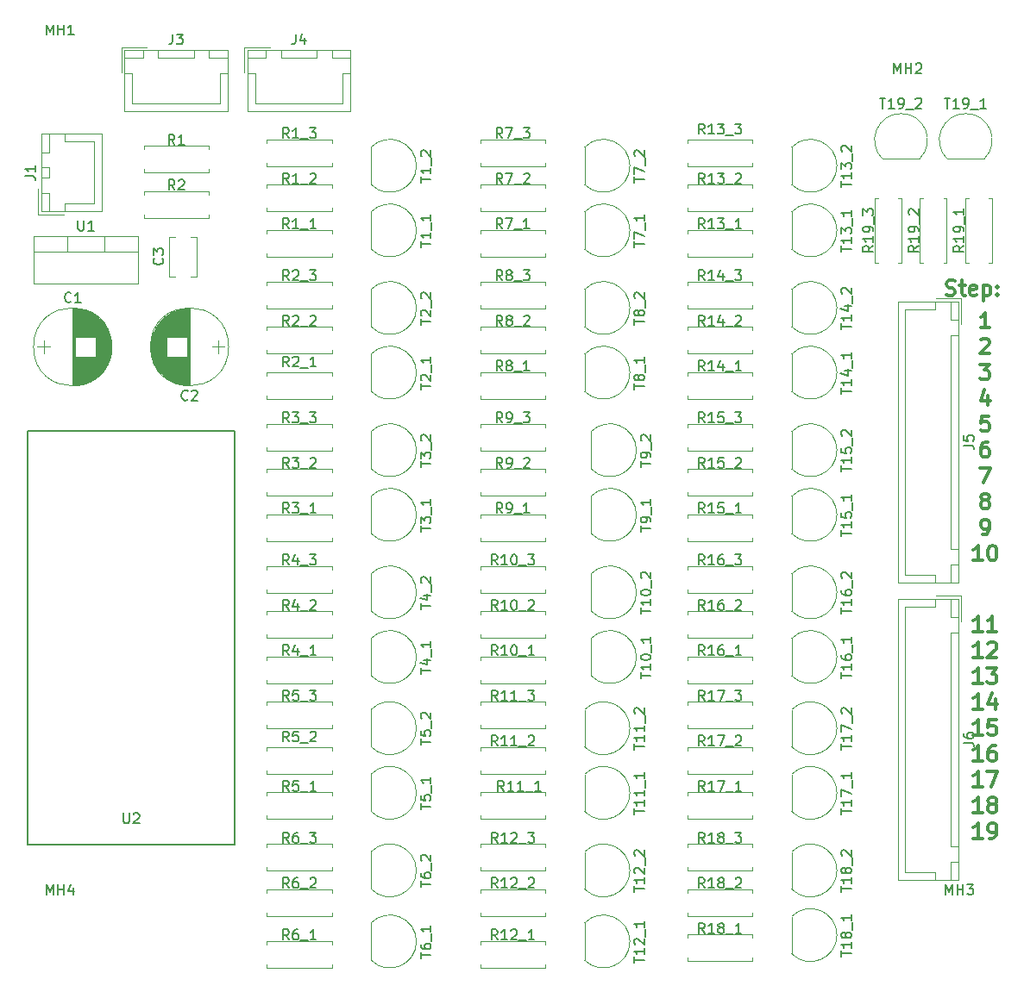
<source format=gbr>
G04 #@! TF.FileFunction,Legend,Top*
%FSLAX46Y46*%
G04 Gerber Fmt 4.6, Leading zero omitted, Abs format (unit mm)*
G04 Created by KiCad (PCBNEW 4.0.7-e2-6376~61~ubuntu18.04.1) date Mon Sep  3 13:06:04 2018*
%MOMM*%
%LPD*%
G01*
G04 APERTURE LIST*
%ADD10C,0.100000*%
%ADD11C,0.300000*%
%ADD12C,0.120000*%
%ADD13C,0.150000*%
G04 APERTURE END LIST*
D10*
D11*
X205454286Y-144188571D02*
X204597143Y-144188571D01*
X205025715Y-144188571D02*
X205025715Y-142688571D01*
X204882858Y-142902857D01*
X204740000Y-143045714D01*
X204597143Y-143117143D01*
X206168571Y-144188571D02*
X206454286Y-144188571D01*
X206597143Y-144117143D01*
X206668571Y-144045714D01*
X206811429Y-143831429D01*
X206882857Y-143545714D01*
X206882857Y-142974286D01*
X206811429Y-142831429D01*
X206740000Y-142760000D01*
X206597143Y-142688571D01*
X206311429Y-142688571D01*
X206168571Y-142760000D01*
X206097143Y-142831429D01*
X206025714Y-142974286D01*
X206025714Y-143331429D01*
X206097143Y-143474286D01*
X206168571Y-143545714D01*
X206311429Y-143617143D01*
X206597143Y-143617143D01*
X206740000Y-143545714D01*
X206811429Y-143474286D01*
X206882857Y-143331429D01*
X205454286Y-141648571D02*
X204597143Y-141648571D01*
X205025715Y-141648571D02*
X205025715Y-140148571D01*
X204882858Y-140362857D01*
X204740000Y-140505714D01*
X204597143Y-140577143D01*
X206311429Y-140791429D02*
X206168571Y-140720000D01*
X206097143Y-140648571D01*
X206025714Y-140505714D01*
X206025714Y-140434286D01*
X206097143Y-140291429D01*
X206168571Y-140220000D01*
X206311429Y-140148571D01*
X206597143Y-140148571D01*
X206740000Y-140220000D01*
X206811429Y-140291429D01*
X206882857Y-140434286D01*
X206882857Y-140505714D01*
X206811429Y-140648571D01*
X206740000Y-140720000D01*
X206597143Y-140791429D01*
X206311429Y-140791429D01*
X206168571Y-140862857D01*
X206097143Y-140934286D01*
X206025714Y-141077143D01*
X206025714Y-141362857D01*
X206097143Y-141505714D01*
X206168571Y-141577143D01*
X206311429Y-141648571D01*
X206597143Y-141648571D01*
X206740000Y-141577143D01*
X206811429Y-141505714D01*
X206882857Y-141362857D01*
X206882857Y-141077143D01*
X206811429Y-140934286D01*
X206740000Y-140862857D01*
X206597143Y-140791429D01*
X205454286Y-139108571D02*
X204597143Y-139108571D01*
X205025715Y-139108571D02*
X205025715Y-137608571D01*
X204882858Y-137822857D01*
X204740000Y-137965714D01*
X204597143Y-138037143D01*
X205954286Y-137608571D02*
X206954286Y-137608571D01*
X206311429Y-139108571D01*
X205454286Y-136568571D02*
X204597143Y-136568571D01*
X205025715Y-136568571D02*
X205025715Y-135068571D01*
X204882858Y-135282857D01*
X204740000Y-135425714D01*
X204597143Y-135497143D01*
X206740000Y-135068571D02*
X206454286Y-135068571D01*
X206311429Y-135140000D01*
X206240000Y-135211429D01*
X206097143Y-135425714D01*
X206025714Y-135711429D01*
X206025714Y-136282857D01*
X206097143Y-136425714D01*
X206168571Y-136497143D01*
X206311429Y-136568571D01*
X206597143Y-136568571D01*
X206740000Y-136497143D01*
X206811429Y-136425714D01*
X206882857Y-136282857D01*
X206882857Y-135925714D01*
X206811429Y-135782857D01*
X206740000Y-135711429D01*
X206597143Y-135640000D01*
X206311429Y-135640000D01*
X206168571Y-135711429D01*
X206097143Y-135782857D01*
X206025714Y-135925714D01*
X205454286Y-134028571D02*
X204597143Y-134028571D01*
X205025715Y-134028571D02*
X205025715Y-132528571D01*
X204882858Y-132742857D01*
X204740000Y-132885714D01*
X204597143Y-132957143D01*
X206811429Y-132528571D02*
X206097143Y-132528571D01*
X206025714Y-133242857D01*
X206097143Y-133171429D01*
X206240000Y-133100000D01*
X206597143Y-133100000D01*
X206740000Y-133171429D01*
X206811429Y-133242857D01*
X206882857Y-133385714D01*
X206882857Y-133742857D01*
X206811429Y-133885714D01*
X206740000Y-133957143D01*
X206597143Y-134028571D01*
X206240000Y-134028571D01*
X206097143Y-133957143D01*
X206025714Y-133885714D01*
X205454286Y-131488571D02*
X204597143Y-131488571D01*
X205025715Y-131488571D02*
X205025715Y-129988571D01*
X204882858Y-130202857D01*
X204740000Y-130345714D01*
X204597143Y-130417143D01*
X206740000Y-130488571D02*
X206740000Y-131488571D01*
X206382857Y-129917143D02*
X206025714Y-130988571D01*
X206954286Y-130988571D01*
X205454286Y-128948571D02*
X204597143Y-128948571D01*
X205025715Y-128948571D02*
X205025715Y-127448571D01*
X204882858Y-127662857D01*
X204740000Y-127805714D01*
X204597143Y-127877143D01*
X205954286Y-127448571D02*
X206882857Y-127448571D01*
X206382857Y-128020000D01*
X206597143Y-128020000D01*
X206740000Y-128091429D01*
X206811429Y-128162857D01*
X206882857Y-128305714D01*
X206882857Y-128662857D01*
X206811429Y-128805714D01*
X206740000Y-128877143D01*
X206597143Y-128948571D01*
X206168571Y-128948571D01*
X206025714Y-128877143D01*
X205954286Y-128805714D01*
X205454286Y-126408571D02*
X204597143Y-126408571D01*
X205025715Y-126408571D02*
X205025715Y-124908571D01*
X204882858Y-125122857D01*
X204740000Y-125265714D01*
X204597143Y-125337143D01*
X206025714Y-125051429D02*
X206097143Y-124980000D01*
X206240000Y-124908571D01*
X206597143Y-124908571D01*
X206740000Y-124980000D01*
X206811429Y-125051429D01*
X206882857Y-125194286D01*
X206882857Y-125337143D01*
X206811429Y-125551429D01*
X205954286Y-126408571D01*
X206882857Y-126408571D01*
X205454286Y-123868571D02*
X204597143Y-123868571D01*
X205025715Y-123868571D02*
X205025715Y-122368571D01*
X204882858Y-122582857D01*
X204740000Y-122725714D01*
X204597143Y-122797143D01*
X206882857Y-123868571D02*
X206025714Y-123868571D01*
X206454286Y-123868571D02*
X206454286Y-122368571D01*
X206311429Y-122582857D01*
X206168571Y-122725714D01*
X206025714Y-122797143D01*
X205454286Y-116883571D02*
X204597143Y-116883571D01*
X205025715Y-116883571D02*
X205025715Y-115383571D01*
X204882858Y-115597857D01*
X204740000Y-115740714D01*
X204597143Y-115812143D01*
X206382857Y-115383571D02*
X206525714Y-115383571D01*
X206668571Y-115455000D01*
X206740000Y-115526429D01*
X206811429Y-115669286D01*
X206882857Y-115955000D01*
X206882857Y-116312143D01*
X206811429Y-116597857D01*
X206740000Y-116740714D01*
X206668571Y-116812143D01*
X206525714Y-116883571D01*
X206382857Y-116883571D01*
X206240000Y-116812143D01*
X206168571Y-116740714D01*
X206097143Y-116597857D01*
X206025714Y-116312143D01*
X206025714Y-115955000D01*
X206097143Y-115669286D01*
X206168571Y-115526429D01*
X206240000Y-115455000D01*
X206382857Y-115383571D01*
X205454286Y-114343571D02*
X205740001Y-114343571D01*
X205882858Y-114272143D01*
X205954286Y-114200714D01*
X206097144Y-113986429D01*
X206168572Y-113700714D01*
X206168572Y-113129286D01*
X206097144Y-112986429D01*
X206025715Y-112915000D01*
X205882858Y-112843571D01*
X205597144Y-112843571D01*
X205454286Y-112915000D01*
X205382858Y-112986429D01*
X205311429Y-113129286D01*
X205311429Y-113486429D01*
X205382858Y-113629286D01*
X205454286Y-113700714D01*
X205597144Y-113772143D01*
X205882858Y-113772143D01*
X206025715Y-113700714D01*
X206097144Y-113629286D01*
X206168572Y-113486429D01*
X205597144Y-110946429D02*
X205454286Y-110875000D01*
X205382858Y-110803571D01*
X205311429Y-110660714D01*
X205311429Y-110589286D01*
X205382858Y-110446429D01*
X205454286Y-110375000D01*
X205597144Y-110303571D01*
X205882858Y-110303571D01*
X206025715Y-110375000D01*
X206097144Y-110446429D01*
X206168572Y-110589286D01*
X206168572Y-110660714D01*
X206097144Y-110803571D01*
X206025715Y-110875000D01*
X205882858Y-110946429D01*
X205597144Y-110946429D01*
X205454286Y-111017857D01*
X205382858Y-111089286D01*
X205311429Y-111232143D01*
X205311429Y-111517857D01*
X205382858Y-111660714D01*
X205454286Y-111732143D01*
X205597144Y-111803571D01*
X205882858Y-111803571D01*
X206025715Y-111732143D01*
X206097144Y-111660714D01*
X206168572Y-111517857D01*
X206168572Y-111232143D01*
X206097144Y-111089286D01*
X206025715Y-111017857D01*
X205882858Y-110946429D01*
X205240001Y-107763571D02*
X206240001Y-107763571D01*
X205597144Y-109263571D01*
X206025715Y-105223571D02*
X205740001Y-105223571D01*
X205597144Y-105295000D01*
X205525715Y-105366429D01*
X205382858Y-105580714D01*
X205311429Y-105866429D01*
X205311429Y-106437857D01*
X205382858Y-106580714D01*
X205454286Y-106652143D01*
X205597144Y-106723571D01*
X205882858Y-106723571D01*
X206025715Y-106652143D01*
X206097144Y-106580714D01*
X206168572Y-106437857D01*
X206168572Y-106080714D01*
X206097144Y-105937857D01*
X206025715Y-105866429D01*
X205882858Y-105795000D01*
X205597144Y-105795000D01*
X205454286Y-105866429D01*
X205382858Y-105937857D01*
X205311429Y-106080714D01*
X206097144Y-102683571D02*
X205382858Y-102683571D01*
X205311429Y-103397857D01*
X205382858Y-103326429D01*
X205525715Y-103255000D01*
X205882858Y-103255000D01*
X206025715Y-103326429D01*
X206097144Y-103397857D01*
X206168572Y-103540714D01*
X206168572Y-103897857D01*
X206097144Y-104040714D01*
X206025715Y-104112143D01*
X205882858Y-104183571D01*
X205525715Y-104183571D01*
X205382858Y-104112143D01*
X205311429Y-104040714D01*
X206025715Y-100643571D02*
X206025715Y-101643571D01*
X205668572Y-100072143D02*
X205311429Y-101143571D01*
X206240001Y-101143571D01*
X205240001Y-97603571D02*
X206168572Y-97603571D01*
X205668572Y-98175000D01*
X205882858Y-98175000D01*
X206025715Y-98246429D01*
X206097144Y-98317857D01*
X206168572Y-98460714D01*
X206168572Y-98817857D01*
X206097144Y-98960714D01*
X206025715Y-99032143D01*
X205882858Y-99103571D01*
X205454286Y-99103571D01*
X205311429Y-99032143D01*
X205240001Y-98960714D01*
X205311429Y-95206429D02*
X205382858Y-95135000D01*
X205525715Y-95063571D01*
X205882858Y-95063571D01*
X206025715Y-95135000D01*
X206097144Y-95206429D01*
X206168572Y-95349286D01*
X206168572Y-95492143D01*
X206097144Y-95706429D01*
X205240001Y-96563571D01*
X206168572Y-96563571D01*
X206168572Y-94023571D02*
X205311429Y-94023571D01*
X205740001Y-94023571D02*
X205740001Y-92523571D01*
X205597144Y-92737857D01*
X205454286Y-92880714D01*
X205311429Y-92952143D01*
X201934286Y-90777143D02*
X202148572Y-90848571D01*
X202505715Y-90848571D01*
X202648572Y-90777143D01*
X202720001Y-90705714D01*
X202791429Y-90562857D01*
X202791429Y-90420000D01*
X202720001Y-90277143D01*
X202648572Y-90205714D01*
X202505715Y-90134286D01*
X202220001Y-90062857D01*
X202077143Y-89991429D01*
X202005715Y-89920000D01*
X201934286Y-89777143D01*
X201934286Y-89634286D01*
X202005715Y-89491429D01*
X202077143Y-89420000D01*
X202220001Y-89348571D01*
X202577143Y-89348571D01*
X202791429Y-89420000D01*
X203220000Y-89848571D02*
X203791429Y-89848571D01*
X203434286Y-89348571D02*
X203434286Y-90634286D01*
X203505714Y-90777143D01*
X203648572Y-90848571D01*
X203791429Y-90848571D01*
X204862857Y-90777143D02*
X204720000Y-90848571D01*
X204434286Y-90848571D01*
X204291429Y-90777143D01*
X204220000Y-90634286D01*
X204220000Y-90062857D01*
X204291429Y-89920000D01*
X204434286Y-89848571D01*
X204720000Y-89848571D01*
X204862857Y-89920000D01*
X204934286Y-90062857D01*
X204934286Y-90205714D01*
X204220000Y-90348571D01*
X205577143Y-89848571D02*
X205577143Y-91348571D01*
X205577143Y-89920000D02*
X205720000Y-89848571D01*
X206005714Y-89848571D01*
X206148571Y-89920000D01*
X206220000Y-89991429D01*
X206291429Y-90134286D01*
X206291429Y-90562857D01*
X206220000Y-90705714D01*
X206148571Y-90777143D01*
X206005714Y-90848571D01*
X205720000Y-90848571D01*
X205577143Y-90777143D01*
X206934286Y-90705714D02*
X207005714Y-90777143D01*
X206934286Y-90848571D01*
X206862857Y-90777143D01*
X206934286Y-90705714D01*
X206934286Y-90848571D01*
X206934286Y-89920000D02*
X207005714Y-89991429D01*
X206934286Y-90062857D01*
X206862857Y-89991429D01*
X206934286Y-89920000D01*
X206934286Y-90062857D01*
D12*
X186745000Y-76305000D02*
X186745000Y-79905000D01*
X186756522Y-76266522D02*
G75*
G02X191195000Y-78105000I1838478J-1838478D01*
G01*
X186756522Y-79943478D02*
G75*
G03X191195000Y-78105000I1838478J1838478D01*
G01*
X141640000Y-86705000D02*
X141640000Y-87035000D01*
X141640000Y-87035000D02*
X135220000Y-87035000D01*
X135220000Y-87035000D02*
X135220000Y-86705000D01*
X141640000Y-84745000D02*
X141640000Y-84415000D01*
X141640000Y-84415000D02*
X135220000Y-84415000D01*
X135220000Y-84415000D02*
X135220000Y-84745000D01*
X135220000Y-75855000D02*
X135220000Y-75525000D01*
X135220000Y-75525000D02*
X141640000Y-75525000D01*
X141640000Y-75525000D02*
X141640000Y-75855000D01*
X135220000Y-77815000D02*
X135220000Y-78145000D01*
X135220000Y-78145000D02*
X141640000Y-78145000D01*
X141640000Y-78145000D02*
X141640000Y-77815000D01*
X135220000Y-94270000D02*
X135220000Y-93940000D01*
X135220000Y-93940000D02*
X141640000Y-93940000D01*
X141640000Y-93940000D02*
X141640000Y-94270000D01*
X135220000Y-96230000D02*
X135220000Y-96560000D01*
X135220000Y-96560000D02*
X141640000Y-96560000D01*
X141640000Y-96560000D02*
X141640000Y-96230000D01*
X135220000Y-89825000D02*
X135220000Y-89495000D01*
X135220000Y-89495000D02*
X141640000Y-89495000D01*
X141640000Y-89495000D02*
X141640000Y-89825000D01*
X135220000Y-91785000D02*
X135220000Y-92115000D01*
X135220000Y-92115000D02*
X141640000Y-92115000D01*
X141640000Y-92115000D02*
X141640000Y-91785000D01*
X135220000Y-108240000D02*
X135220000Y-107910000D01*
X135220000Y-107910000D02*
X141640000Y-107910000D01*
X141640000Y-107910000D02*
X141640000Y-108240000D01*
X135220000Y-110200000D02*
X135220000Y-110530000D01*
X135220000Y-110530000D02*
X141640000Y-110530000D01*
X141640000Y-110530000D02*
X141640000Y-110200000D01*
X135220000Y-103795000D02*
X135220000Y-103465000D01*
X135220000Y-103465000D02*
X141640000Y-103465000D01*
X141640000Y-103465000D02*
X141640000Y-103795000D01*
X135220000Y-105755000D02*
X135220000Y-106085000D01*
X135220000Y-106085000D02*
X141640000Y-106085000D01*
X141640000Y-106085000D02*
X141640000Y-105755000D01*
X135220000Y-122210000D02*
X135220000Y-121880000D01*
X135220000Y-121880000D02*
X141640000Y-121880000D01*
X141640000Y-121880000D02*
X141640000Y-122210000D01*
X135220000Y-124170000D02*
X135220000Y-124500000D01*
X135220000Y-124500000D02*
X141640000Y-124500000D01*
X141640000Y-124500000D02*
X141640000Y-124170000D01*
X135220000Y-117765000D02*
X135220000Y-117435000D01*
X135220000Y-117435000D02*
X141640000Y-117435000D01*
X141640000Y-117435000D02*
X141640000Y-117765000D01*
X135220000Y-119725000D02*
X135220000Y-120055000D01*
X135220000Y-120055000D02*
X141640000Y-120055000D01*
X141640000Y-120055000D02*
X141640000Y-119725000D01*
X162595000Y-100675000D02*
X162595000Y-101005000D01*
X162595000Y-101005000D02*
X156175000Y-101005000D01*
X156175000Y-101005000D02*
X156175000Y-100675000D01*
X162595000Y-98715000D02*
X162595000Y-98385000D01*
X162595000Y-98385000D02*
X156175000Y-98385000D01*
X156175000Y-98385000D02*
X156175000Y-98715000D01*
X156175000Y-94270000D02*
X156175000Y-93940000D01*
X156175000Y-93940000D02*
X162595000Y-93940000D01*
X162595000Y-93940000D02*
X162595000Y-94270000D01*
X156175000Y-96230000D02*
X156175000Y-96560000D01*
X156175000Y-96560000D02*
X162595000Y-96560000D01*
X162595000Y-96560000D02*
X162595000Y-96230000D01*
X156175000Y-89825000D02*
X156175000Y-89495000D01*
X156175000Y-89495000D02*
X162595000Y-89495000D01*
X162595000Y-89495000D02*
X162595000Y-89825000D01*
X156175000Y-91785000D02*
X156175000Y-92115000D01*
X156175000Y-92115000D02*
X162595000Y-92115000D01*
X162595000Y-92115000D02*
X162595000Y-91785000D01*
X162595000Y-114645000D02*
X162595000Y-114975000D01*
X162595000Y-114975000D02*
X156175000Y-114975000D01*
X156175000Y-114975000D02*
X156175000Y-114645000D01*
X162595000Y-112685000D02*
X162595000Y-112355000D01*
X162595000Y-112355000D02*
X156175000Y-112355000D01*
X156175000Y-112355000D02*
X156175000Y-112685000D01*
X156175000Y-108240000D02*
X156175000Y-107910000D01*
X156175000Y-107910000D02*
X162595000Y-107910000D01*
X162595000Y-107910000D02*
X162595000Y-108240000D01*
X156175000Y-110200000D02*
X156175000Y-110530000D01*
X156175000Y-110530000D02*
X162595000Y-110530000D01*
X162595000Y-110530000D02*
X162595000Y-110200000D01*
X156175000Y-103795000D02*
X156175000Y-103465000D01*
X156175000Y-103465000D02*
X162595000Y-103465000D01*
X162595000Y-103465000D02*
X162595000Y-103795000D01*
X156175000Y-105755000D02*
X156175000Y-106085000D01*
X156175000Y-106085000D02*
X162595000Y-106085000D01*
X162595000Y-106085000D02*
X162595000Y-105755000D01*
X162595000Y-128615000D02*
X162595000Y-128945000D01*
X162595000Y-128945000D02*
X156175000Y-128945000D01*
X156175000Y-128945000D02*
X156175000Y-128615000D01*
X162595000Y-126655000D02*
X162595000Y-126325000D01*
X162595000Y-126325000D02*
X156175000Y-126325000D01*
X156175000Y-126325000D02*
X156175000Y-126655000D01*
X156175000Y-122210000D02*
X156175000Y-121880000D01*
X156175000Y-121880000D02*
X162595000Y-121880000D01*
X162595000Y-121880000D02*
X162595000Y-122210000D01*
X156175000Y-124170000D02*
X156175000Y-124500000D01*
X156175000Y-124500000D02*
X162595000Y-124500000D01*
X162595000Y-124500000D02*
X162595000Y-124170000D01*
X156175000Y-117765000D02*
X156175000Y-117435000D01*
X156175000Y-117435000D02*
X162595000Y-117435000D01*
X162595000Y-117435000D02*
X162595000Y-117765000D01*
X156175000Y-119725000D02*
X156175000Y-120055000D01*
X156175000Y-120055000D02*
X162595000Y-120055000D01*
X162595000Y-120055000D02*
X162595000Y-119725000D01*
X162595000Y-141950000D02*
X162595000Y-142280000D01*
X162595000Y-142280000D02*
X156175000Y-142280000D01*
X156175000Y-142280000D02*
X156175000Y-141950000D01*
X162595000Y-139990000D02*
X162595000Y-139660000D01*
X162595000Y-139660000D02*
X156175000Y-139660000D01*
X156175000Y-139660000D02*
X156175000Y-139990000D01*
X156175000Y-131100000D02*
X156175000Y-130770000D01*
X156175000Y-130770000D02*
X162595000Y-130770000D01*
X162595000Y-130770000D02*
X162595000Y-131100000D01*
X156175000Y-133060000D02*
X156175000Y-133390000D01*
X156175000Y-133390000D02*
X162595000Y-133390000D01*
X162595000Y-133390000D02*
X162595000Y-133060000D01*
D13*
X111760000Y-104140000D02*
X132080000Y-104140000D01*
X132080000Y-104140000D02*
X132080000Y-144780000D01*
X132080000Y-144780000D02*
X113030000Y-144780000D01*
X113030000Y-144780000D02*
X111760000Y-144780000D01*
X111760000Y-144780000D02*
X111760000Y-105410000D01*
X111760000Y-105410000D02*
X111760000Y-104140000D01*
D12*
X135220000Y-98715000D02*
X135220000Y-98385000D01*
X135220000Y-98385000D02*
X141640000Y-98385000D01*
X141640000Y-98385000D02*
X141640000Y-98715000D01*
X135220000Y-100675000D02*
X135220000Y-101005000D01*
X135220000Y-101005000D02*
X141640000Y-101005000D01*
X141640000Y-101005000D02*
X141640000Y-100675000D01*
X141640000Y-114645000D02*
X141640000Y-114975000D01*
X141640000Y-114975000D02*
X135220000Y-114975000D01*
X135220000Y-114975000D02*
X135220000Y-114645000D01*
X141640000Y-112685000D02*
X141640000Y-112355000D01*
X141640000Y-112355000D02*
X135220000Y-112355000D01*
X135220000Y-112355000D02*
X135220000Y-112685000D01*
X141640000Y-128615000D02*
X141640000Y-128945000D01*
X141640000Y-128945000D02*
X135220000Y-128945000D01*
X135220000Y-128945000D02*
X135220000Y-128615000D01*
X141640000Y-126655000D02*
X141640000Y-126325000D01*
X141640000Y-126325000D02*
X135220000Y-126325000D01*
X135220000Y-126325000D02*
X135220000Y-126655000D01*
X141640000Y-141950000D02*
X141640000Y-142280000D01*
X141640000Y-142280000D02*
X135220000Y-142280000D01*
X135220000Y-142280000D02*
X135220000Y-141950000D01*
X141640000Y-139990000D02*
X141640000Y-139660000D01*
X141640000Y-139660000D02*
X135220000Y-139660000D01*
X135220000Y-139660000D02*
X135220000Y-139990000D01*
X135220000Y-135545000D02*
X135220000Y-135215000D01*
X135220000Y-135215000D02*
X141640000Y-135215000D01*
X141640000Y-135215000D02*
X141640000Y-135545000D01*
X135220000Y-137505000D02*
X135220000Y-137835000D01*
X135220000Y-137835000D02*
X141640000Y-137835000D01*
X141640000Y-137835000D02*
X141640000Y-137505000D01*
X135220000Y-131100000D02*
X135220000Y-130770000D01*
X135220000Y-130770000D02*
X141640000Y-130770000D01*
X141640000Y-130770000D02*
X141640000Y-131100000D01*
X135220000Y-133060000D02*
X135220000Y-133390000D01*
X135220000Y-133390000D02*
X141640000Y-133390000D01*
X141640000Y-133390000D02*
X141640000Y-133060000D01*
X141640000Y-156555000D02*
X141640000Y-156885000D01*
X141640000Y-156885000D02*
X135220000Y-156885000D01*
X135220000Y-156885000D02*
X135220000Y-156555000D01*
X141640000Y-154595000D02*
X141640000Y-154265000D01*
X141640000Y-154265000D02*
X135220000Y-154265000D01*
X135220000Y-154265000D02*
X135220000Y-154595000D01*
X135220000Y-149515000D02*
X135220000Y-149185000D01*
X135220000Y-149185000D02*
X141640000Y-149185000D01*
X141640000Y-149185000D02*
X141640000Y-149515000D01*
X135220000Y-151475000D02*
X135220000Y-151805000D01*
X135220000Y-151805000D02*
X141640000Y-151805000D01*
X141640000Y-151805000D02*
X141640000Y-151475000D01*
X135220000Y-145070000D02*
X135220000Y-144740000D01*
X135220000Y-144740000D02*
X141640000Y-144740000D01*
X141640000Y-144740000D02*
X141640000Y-145070000D01*
X135220000Y-147030000D02*
X135220000Y-147360000D01*
X135220000Y-147360000D02*
X141640000Y-147360000D01*
X141640000Y-147360000D02*
X141640000Y-147030000D01*
X162595000Y-86705000D02*
X162595000Y-87035000D01*
X162595000Y-87035000D02*
X156175000Y-87035000D01*
X156175000Y-87035000D02*
X156175000Y-86705000D01*
X162595000Y-84745000D02*
X162595000Y-84415000D01*
X162595000Y-84415000D02*
X156175000Y-84415000D01*
X156175000Y-84415000D02*
X156175000Y-84745000D01*
X156175000Y-80300000D02*
X156175000Y-79970000D01*
X156175000Y-79970000D02*
X162595000Y-79970000D01*
X162595000Y-79970000D02*
X162595000Y-80300000D01*
X156175000Y-82260000D02*
X156175000Y-82590000D01*
X156175000Y-82590000D02*
X162595000Y-82590000D01*
X162595000Y-82590000D02*
X162595000Y-82260000D01*
X156175000Y-75855000D02*
X156175000Y-75525000D01*
X156175000Y-75525000D02*
X162595000Y-75525000D01*
X162595000Y-75525000D02*
X162595000Y-75855000D01*
X156175000Y-77815000D02*
X156175000Y-78145000D01*
X156175000Y-78145000D02*
X162595000Y-78145000D01*
X162595000Y-78145000D02*
X162595000Y-77815000D01*
X156175000Y-135545000D02*
X156175000Y-135215000D01*
X156175000Y-135215000D02*
X162595000Y-135215000D01*
X162595000Y-135215000D02*
X162595000Y-135545000D01*
X156175000Y-137505000D02*
X156175000Y-137835000D01*
X156175000Y-137835000D02*
X162595000Y-137835000D01*
X162595000Y-137835000D02*
X162595000Y-137505000D01*
X162595000Y-156555000D02*
X162595000Y-156885000D01*
X162595000Y-156885000D02*
X156175000Y-156885000D01*
X156175000Y-156885000D02*
X156175000Y-156555000D01*
X162595000Y-154595000D02*
X162595000Y-154265000D01*
X162595000Y-154265000D02*
X156175000Y-154265000D01*
X156175000Y-154265000D02*
X156175000Y-154595000D01*
X156175000Y-149515000D02*
X156175000Y-149185000D01*
X156175000Y-149185000D02*
X162595000Y-149185000D01*
X162595000Y-149185000D02*
X162595000Y-149515000D01*
X156175000Y-151475000D02*
X156175000Y-151805000D01*
X156175000Y-151805000D02*
X162595000Y-151805000D01*
X162595000Y-151805000D02*
X162595000Y-151475000D01*
X156175000Y-145070000D02*
X156175000Y-144740000D01*
X156175000Y-144740000D02*
X162595000Y-144740000D01*
X162595000Y-144740000D02*
X162595000Y-145070000D01*
X156175000Y-147030000D02*
X156175000Y-147360000D01*
X156175000Y-147360000D02*
X162595000Y-147360000D01*
X162595000Y-147360000D02*
X162595000Y-147030000D01*
X182915000Y-86705000D02*
X182915000Y-87035000D01*
X182915000Y-87035000D02*
X176495000Y-87035000D01*
X176495000Y-87035000D02*
X176495000Y-86705000D01*
X182915000Y-84745000D02*
X182915000Y-84415000D01*
X182915000Y-84415000D02*
X176495000Y-84415000D01*
X176495000Y-84415000D02*
X176495000Y-84745000D01*
X176495000Y-80300000D02*
X176495000Y-79970000D01*
X176495000Y-79970000D02*
X182915000Y-79970000D01*
X182915000Y-79970000D02*
X182915000Y-80300000D01*
X176495000Y-82260000D02*
X176495000Y-82590000D01*
X176495000Y-82590000D02*
X182915000Y-82590000D01*
X182915000Y-82590000D02*
X182915000Y-82260000D01*
X176495000Y-75855000D02*
X176495000Y-75525000D01*
X176495000Y-75525000D02*
X182915000Y-75525000D01*
X182915000Y-75525000D02*
X182915000Y-75855000D01*
X176495000Y-77815000D02*
X176495000Y-78145000D01*
X176495000Y-78145000D02*
X182915000Y-78145000D01*
X182915000Y-78145000D02*
X182915000Y-77815000D01*
X120025000Y-95885000D02*
G75*
G03X120025000Y-95885000I-3840000J0D01*
G01*
X116185000Y-92085000D02*
X116185000Y-99685000D01*
X116225000Y-92085000D02*
X116225000Y-99685000D01*
X116265000Y-92085000D02*
X116265000Y-99685000D01*
X116305000Y-92086000D02*
X116305000Y-99684000D01*
X116345000Y-92088000D02*
X116345000Y-99682000D01*
X116385000Y-92090000D02*
X116385000Y-99680000D01*
X116425000Y-92092000D02*
X116425000Y-99678000D01*
X116465000Y-92095000D02*
X116465000Y-94905000D01*
X116465000Y-96865000D02*
X116465000Y-99675000D01*
X116505000Y-92098000D02*
X116505000Y-94905000D01*
X116505000Y-96865000D02*
X116505000Y-99672000D01*
X116545000Y-92101000D02*
X116545000Y-94905000D01*
X116545000Y-96865000D02*
X116545000Y-99669000D01*
X116585000Y-92105000D02*
X116585000Y-94905000D01*
X116585000Y-96865000D02*
X116585000Y-99665000D01*
X116625000Y-92110000D02*
X116625000Y-94905000D01*
X116625000Y-96865000D02*
X116625000Y-99660000D01*
X116665000Y-92115000D02*
X116665000Y-94905000D01*
X116665000Y-96865000D02*
X116665000Y-99655000D01*
X116705000Y-92120000D02*
X116705000Y-94905000D01*
X116705000Y-96865000D02*
X116705000Y-99650000D01*
X116745000Y-92126000D02*
X116745000Y-94905000D01*
X116745000Y-96865000D02*
X116745000Y-99644000D01*
X116785000Y-92132000D02*
X116785000Y-94905000D01*
X116785000Y-96865000D02*
X116785000Y-99638000D01*
X116825000Y-92138000D02*
X116825000Y-94905000D01*
X116825000Y-96865000D02*
X116825000Y-99632000D01*
X116865000Y-92145000D02*
X116865000Y-94905000D01*
X116865000Y-96865000D02*
X116865000Y-99625000D01*
X116906000Y-92153000D02*
X116906000Y-94905000D01*
X116906000Y-96865000D02*
X116906000Y-99617000D01*
X116946000Y-92160000D02*
X116946000Y-94905000D01*
X116946000Y-96865000D02*
X116946000Y-99610000D01*
X116986000Y-92169000D02*
X116986000Y-94905000D01*
X116986000Y-96865000D02*
X116986000Y-99601000D01*
X117026000Y-92178000D02*
X117026000Y-94905000D01*
X117026000Y-96865000D02*
X117026000Y-99592000D01*
X117066000Y-92187000D02*
X117066000Y-94905000D01*
X117066000Y-96865000D02*
X117066000Y-99583000D01*
X117106000Y-92196000D02*
X117106000Y-94905000D01*
X117106000Y-96865000D02*
X117106000Y-99574000D01*
X117146000Y-92206000D02*
X117146000Y-94905000D01*
X117146000Y-96865000D02*
X117146000Y-99564000D01*
X117186000Y-92217000D02*
X117186000Y-94905000D01*
X117186000Y-96865000D02*
X117186000Y-99553000D01*
X117226000Y-92228000D02*
X117226000Y-94905000D01*
X117226000Y-96865000D02*
X117226000Y-99542000D01*
X117266000Y-92240000D02*
X117266000Y-94905000D01*
X117266000Y-96865000D02*
X117266000Y-99530000D01*
X117306000Y-92251000D02*
X117306000Y-94905000D01*
X117306000Y-96865000D02*
X117306000Y-99519000D01*
X117346000Y-92264000D02*
X117346000Y-94905000D01*
X117346000Y-96865000D02*
X117346000Y-99506000D01*
X117386000Y-92277000D02*
X117386000Y-94905000D01*
X117386000Y-96865000D02*
X117386000Y-99493000D01*
X117426000Y-92290000D02*
X117426000Y-94905000D01*
X117426000Y-96865000D02*
X117426000Y-99480000D01*
X117466000Y-92304000D02*
X117466000Y-94905000D01*
X117466000Y-96865000D02*
X117466000Y-99466000D01*
X117506000Y-92319000D02*
X117506000Y-94905000D01*
X117506000Y-96865000D02*
X117506000Y-99451000D01*
X117546000Y-92333000D02*
X117546000Y-94905000D01*
X117546000Y-96865000D02*
X117546000Y-99437000D01*
X117586000Y-92349000D02*
X117586000Y-94905000D01*
X117586000Y-96865000D02*
X117586000Y-99421000D01*
X117626000Y-92365000D02*
X117626000Y-94905000D01*
X117626000Y-96865000D02*
X117626000Y-99405000D01*
X117666000Y-92381000D02*
X117666000Y-94905000D01*
X117666000Y-96865000D02*
X117666000Y-99389000D01*
X117706000Y-92398000D02*
X117706000Y-94905000D01*
X117706000Y-96865000D02*
X117706000Y-99372000D01*
X117746000Y-92416000D02*
X117746000Y-94905000D01*
X117746000Y-96865000D02*
X117746000Y-99354000D01*
X117786000Y-92434000D02*
X117786000Y-94905000D01*
X117786000Y-96865000D02*
X117786000Y-99336000D01*
X117826000Y-92452000D02*
X117826000Y-94905000D01*
X117826000Y-96865000D02*
X117826000Y-99318000D01*
X117866000Y-92472000D02*
X117866000Y-94905000D01*
X117866000Y-96865000D02*
X117866000Y-99298000D01*
X117906000Y-92491000D02*
X117906000Y-94905000D01*
X117906000Y-96865000D02*
X117906000Y-99279000D01*
X117946000Y-92512000D02*
X117946000Y-94905000D01*
X117946000Y-96865000D02*
X117946000Y-99258000D01*
X117986000Y-92533000D02*
X117986000Y-94905000D01*
X117986000Y-96865000D02*
X117986000Y-99237000D01*
X118026000Y-92554000D02*
X118026000Y-94905000D01*
X118026000Y-96865000D02*
X118026000Y-99216000D01*
X118066000Y-92576000D02*
X118066000Y-94905000D01*
X118066000Y-96865000D02*
X118066000Y-99194000D01*
X118106000Y-92599000D02*
X118106000Y-94905000D01*
X118106000Y-96865000D02*
X118106000Y-99171000D01*
X118146000Y-92622000D02*
X118146000Y-94905000D01*
X118146000Y-96865000D02*
X118146000Y-99148000D01*
X118186000Y-92646000D02*
X118186000Y-94905000D01*
X118186000Y-96865000D02*
X118186000Y-99124000D01*
X118226000Y-92671000D02*
X118226000Y-94905000D01*
X118226000Y-96865000D02*
X118226000Y-99099000D01*
X118266000Y-92697000D02*
X118266000Y-94905000D01*
X118266000Y-96865000D02*
X118266000Y-99073000D01*
X118306000Y-92723000D02*
X118306000Y-94905000D01*
X118306000Y-96865000D02*
X118306000Y-99047000D01*
X118346000Y-92750000D02*
X118346000Y-94905000D01*
X118346000Y-96865000D02*
X118346000Y-99020000D01*
X118386000Y-92777000D02*
X118386000Y-94905000D01*
X118386000Y-96865000D02*
X118386000Y-98993000D01*
X118426000Y-92806000D02*
X118426000Y-98964000D01*
X118466000Y-92835000D02*
X118466000Y-98935000D01*
X118506000Y-92865000D02*
X118506000Y-98905000D01*
X118546000Y-92895000D02*
X118546000Y-98875000D01*
X118586000Y-92927000D02*
X118586000Y-98843000D01*
X118626000Y-92959000D02*
X118626000Y-98811000D01*
X118666000Y-92993000D02*
X118666000Y-98777000D01*
X118706000Y-93027000D02*
X118706000Y-98743000D01*
X118746000Y-93062000D02*
X118746000Y-98708000D01*
X118786000Y-93099000D02*
X118786000Y-98671000D01*
X118826000Y-93136000D02*
X118826000Y-98634000D01*
X118866000Y-93174000D02*
X118866000Y-98596000D01*
X118906000Y-93214000D02*
X118906000Y-98556000D01*
X118946000Y-93255000D02*
X118946000Y-98515000D01*
X118986000Y-93297000D02*
X118986000Y-98473000D01*
X119026000Y-93340000D02*
X119026000Y-98430000D01*
X119066000Y-93385000D02*
X119066000Y-98385000D01*
X119106000Y-93431000D02*
X119106000Y-98339000D01*
X119146000Y-93478000D02*
X119146000Y-98292000D01*
X119186000Y-93528000D02*
X119186000Y-98242000D01*
X119226000Y-93578000D02*
X119226000Y-98192000D01*
X119266000Y-93631000D02*
X119266000Y-98139000D01*
X119306000Y-93686000D02*
X119306000Y-98084000D01*
X119346000Y-93743000D02*
X119346000Y-98027000D01*
X119386000Y-93802000D02*
X119386000Y-97968000D01*
X119426000Y-93863000D02*
X119426000Y-97907000D01*
X119466000Y-93928000D02*
X119466000Y-97842000D01*
X119506000Y-93995000D02*
X119506000Y-97775000D01*
X119546000Y-94065000D02*
X119546000Y-97705000D01*
X119586000Y-94140000D02*
X119586000Y-97630000D01*
X119626000Y-94218000D02*
X119626000Y-97552000D01*
X119666000Y-94301000D02*
X119666000Y-97469000D01*
X119706000Y-94390000D02*
X119706000Y-97380000D01*
X119746000Y-94485000D02*
X119746000Y-97285000D01*
X119786000Y-94588000D02*
X119786000Y-97182000D01*
X119826000Y-94701000D02*
X119826000Y-97069000D01*
X119866000Y-94828000D02*
X119866000Y-96942000D01*
X119906000Y-94972000D02*
X119906000Y-96798000D01*
X119946000Y-95145000D02*
X119946000Y-96625000D01*
X119986000Y-95372000D02*
X119986000Y-96398000D01*
X112735000Y-95885000D02*
X113935000Y-95885000D01*
X113335000Y-95235000D02*
X113335000Y-96535000D01*
X131495000Y-95885000D02*
G75*
G03X131495000Y-95885000I-3840000J0D01*
G01*
X127655000Y-99685000D02*
X127655000Y-92085000D01*
X127615000Y-99685000D02*
X127615000Y-92085000D01*
X127575000Y-99685000D02*
X127575000Y-92085000D01*
X127535000Y-99684000D02*
X127535000Y-92086000D01*
X127495000Y-99682000D02*
X127495000Y-92088000D01*
X127455000Y-99680000D02*
X127455000Y-92090000D01*
X127415000Y-99678000D02*
X127415000Y-92092000D01*
X127375000Y-99675000D02*
X127375000Y-96865000D01*
X127375000Y-94905000D02*
X127375000Y-92095000D01*
X127335000Y-99672000D02*
X127335000Y-96865000D01*
X127335000Y-94905000D02*
X127335000Y-92098000D01*
X127295000Y-99669000D02*
X127295000Y-96865000D01*
X127295000Y-94905000D02*
X127295000Y-92101000D01*
X127255000Y-99665000D02*
X127255000Y-96865000D01*
X127255000Y-94905000D02*
X127255000Y-92105000D01*
X127215000Y-99660000D02*
X127215000Y-96865000D01*
X127215000Y-94905000D02*
X127215000Y-92110000D01*
X127175000Y-99655000D02*
X127175000Y-96865000D01*
X127175000Y-94905000D02*
X127175000Y-92115000D01*
X127135000Y-99650000D02*
X127135000Y-96865000D01*
X127135000Y-94905000D02*
X127135000Y-92120000D01*
X127095000Y-99644000D02*
X127095000Y-96865000D01*
X127095000Y-94905000D02*
X127095000Y-92126000D01*
X127055000Y-99638000D02*
X127055000Y-96865000D01*
X127055000Y-94905000D02*
X127055000Y-92132000D01*
X127015000Y-99632000D02*
X127015000Y-96865000D01*
X127015000Y-94905000D02*
X127015000Y-92138000D01*
X126975000Y-99625000D02*
X126975000Y-96865000D01*
X126975000Y-94905000D02*
X126975000Y-92145000D01*
X126934000Y-99617000D02*
X126934000Y-96865000D01*
X126934000Y-94905000D02*
X126934000Y-92153000D01*
X126894000Y-99610000D02*
X126894000Y-96865000D01*
X126894000Y-94905000D02*
X126894000Y-92160000D01*
X126854000Y-99601000D02*
X126854000Y-96865000D01*
X126854000Y-94905000D02*
X126854000Y-92169000D01*
X126814000Y-99592000D02*
X126814000Y-96865000D01*
X126814000Y-94905000D02*
X126814000Y-92178000D01*
X126774000Y-99583000D02*
X126774000Y-96865000D01*
X126774000Y-94905000D02*
X126774000Y-92187000D01*
X126734000Y-99574000D02*
X126734000Y-96865000D01*
X126734000Y-94905000D02*
X126734000Y-92196000D01*
X126694000Y-99564000D02*
X126694000Y-96865000D01*
X126694000Y-94905000D02*
X126694000Y-92206000D01*
X126654000Y-99553000D02*
X126654000Y-96865000D01*
X126654000Y-94905000D02*
X126654000Y-92217000D01*
X126614000Y-99542000D02*
X126614000Y-96865000D01*
X126614000Y-94905000D02*
X126614000Y-92228000D01*
X126574000Y-99530000D02*
X126574000Y-96865000D01*
X126574000Y-94905000D02*
X126574000Y-92240000D01*
X126534000Y-99519000D02*
X126534000Y-96865000D01*
X126534000Y-94905000D02*
X126534000Y-92251000D01*
X126494000Y-99506000D02*
X126494000Y-96865000D01*
X126494000Y-94905000D02*
X126494000Y-92264000D01*
X126454000Y-99493000D02*
X126454000Y-96865000D01*
X126454000Y-94905000D02*
X126454000Y-92277000D01*
X126414000Y-99480000D02*
X126414000Y-96865000D01*
X126414000Y-94905000D02*
X126414000Y-92290000D01*
X126374000Y-99466000D02*
X126374000Y-96865000D01*
X126374000Y-94905000D02*
X126374000Y-92304000D01*
X126334000Y-99451000D02*
X126334000Y-96865000D01*
X126334000Y-94905000D02*
X126334000Y-92319000D01*
X126294000Y-99437000D02*
X126294000Y-96865000D01*
X126294000Y-94905000D02*
X126294000Y-92333000D01*
X126254000Y-99421000D02*
X126254000Y-96865000D01*
X126254000Y-94905000D02*
X126254000Y-92349000D01*
X126214000Y-99405000D02*
X126214000Y-96865000D01*
X126214000Y-94905000D02*
X126214000Y-92365000D01*
X126174000Y-99389000D02*
X126174000Y-96865000D01*
X126174000Y-94905000D02*
X126174000Y-92381000D01*
X126134000Y-99372000D02*
X126134000Y-96865000D01*
X126134000Y-94905000D02*
X126134000Y-92398000D01*
X126094000Y-99354000D02*
X126094000Y-96865000D01*
X126094000Y-94905000D02*
X126094000Y-92416000D01*
X126054000Y-99336000D02*
X126054000Y-96865000D01*
X126054000Y-94905000D02*
X126054000Y-92434000D01*
X126014000Y-99318000D02*
X126014000Y-96865000D01*
X126014000Y-94905000D02*
X126014000Y-92452000D01*
X125974000Y-99298000D02*
X125974000Y-96865000D01*
X125974000Y-94905000D02*
X125974000Y-92472000D01*
X125934000Y-99279000D02*
X125934000Y-96865000D01*
X125934000Y-94905000D02*
X125934000Y-92491000D01*
X125894000Y-99258000D02*
X125894000Y-96865000D01*
X125894000Y-94905000D02*
X125894000Y-92512000D01*
X125854000Y-99237000D02*
X125854000Y-96865000D01*
X125854000Y-94905000D02*
X125854000Y-92533000D01*
X125814000Y-99216000D02*
X125814000Y-96865000D01*
X125814000Y-94905000D02*
X125814000Y-92554000D01*
X125774000Y-99194000D02*
X125774000Y-96865000D01*
X125774000Y-94905000D02*
X125774000Y-92576000D01*
X125734000Y-99171000D02*
X125734000Y-96865000D01*
X125734000Y-94905000D02*
X125734000Y-92599000D01*
X125694000Y-99148000D02*
X125694000Y-96865000D01*
X125694000Y-94905000D02*
X125694000Y-92622000D01*
X125654000Y-99124000D02*
X125654000Y-96865000D01*
X125654000Y-94905000D02*
X125654000Y-92646000D01*
X125614000Y-99099000D02*
X125614000Y-96865000D01*
X125614000Y-94905000D02*
X125614000Y-92671000D01*
X125574000Y-99073000D02*
X125574000Y-96865000D01*
X125574000Y-94905000D02*
X125574000Y-92697000D01*
X125534000Y-99047000D02*
X125534000Y-96865000D01*
X125534000Y-94905000D02*
X125534000Y-92723000D01*
X125494000Y-99020000D02*
X125494000Y-96865000D01*
X125494000Y-94905000D02*
X125494000Y-92750000D01*
X125454000Y-98993000D02*
X125454000Y-96865000D01*
X125454000Y-94905000D02*
X125454000Y-92777000D01*
X125414000Y-98964000D02*
X125414000Y-92806000D01*
X125374000Y-98935000D02*
X125374000Y-92835000D01*
X125334000Y-98905000D02*
X125334000Y-92865000D01*
X125294000Y-98875000D02*
X125294000Y-92895000D01*
X125254000Y-98843000D02*
X125254000Y-92927000D01*
X125214000Y-98811000D02*
X125214000Y-92959000D01*
X125174000Y-98777000D02*
X125174000Y-92993000D01*
X125134000Y-98743000D02*
X125134000Y-93027000D01*
X125094000Y-98708000D02*
X125094000Y-93062000D01*
X125054000Y-98671000D02*
X125054000Y-93099000D01*
X125014000Y-98634000D02*
X125014000Y-93136000D01*
X124974000Y-98596000D02*
X124974000Y-93174000D01*
X124934000Y-98556000D02*
X124934000Y-93214000D01*
X124894000Y-98515000D02*
X124894000Y-93255000D01*
X124854000Y-98473000D02*
X124854000Y-93297000D01*
X124814000Y-98430000D02*
X124814000Y-93340000D01*
X124774000Y-98385000D02*
X124774000Y-93385000D01*
X124734000Y-98339000D02*
X124734000Y-93431000D01*
X124694000Y-98292000D02*
X124694000Y-93478000D01*
X124654000Y-98242000D02*
X124654000Y-93528000D01*
X124614000Y-98192000D02*
X124614000Y-93578000D01*
X124574000Y-98139000D02*
X124574000Y-93631000D01*
X124534000Y-98084000D02*
X124534000Y-93686000D01*
X124494000Y-98027000D02*
X124494000Y-93743000D01*
X124454000Y-97968000D02*
X124454000Y-93802000D01*
X124414000Y-97907000D02*
X124414000Y-93863000D01*
X124374000Y-97842000D02*
X124374000Y-93928000D01*
X124334000Y-97775000D02*
X124334000Y-93995000D01*
X124294000Y-97705000D02*
X124294000Y-94065000D01*
X124254000Y-97630000D02*
X124254000Y-94140000D01*
X124214000Y-97552000D02*
X124214000Y-94218000D01*
X124174000Y-97469000D02*
X124174000Y-94301000D01*
X124134000Y-97380000D02*
X124134000Y-94390000D01*
X124094000Y-97285000D02*
X124094000Y-94485000D01*
X124054000Y-97182000D02*
X124054000Y-94588000D01*
X124014000Y-97069000D02*
X124014000Y-94701000D01*
X123974000Y-96942000D02*
X123974000Y-94828000D01*
X123934000Y-96798000D02*
X123934000Y-94972000D01*
X123894000Y-96625000D02*
X123894000Y-95145000D01*
X123854000Y-96398000D02*
X123854000Y-95372000D01*
X131105000Y-95885000D02*
X129905000Y-95885000D01*
X130505000Y-96535000D02*
X130505000Y-95235000D01*
X125640000Y-88975000D02*
X125640000Y-85055000D01*
X128360000Y-88975000D02*
X128360000Y-85055000D01*
X125640000Y-88975000D02*
X126250000Y-88975000D01*
X127750000Y-88975000D02*
X128360000Y-88975000D01*
X125640000Y-85055000D02*
X126250000Y-85055000D01*
X127750000Y-85055000D02*
X128360000Y-85055000D01*
X113120000Y-82560000D02*
X119070000Y-82560000D01*
X119070000Y-82560000D02*
X119070000Y-74960000D01*
X119070000Y-74960000D02*
X113120000Y-74960000D01*
X113120000Y-74960000D02*
X113120000Y-82560000D01*
X113120000Y-79260000D02*
X113870000Y-79260000D01*
X113870000Y-79260000D02*
X113870000Y-78260000D01*
X113870000Y-78260000D02*
X113120000Y-78260000D01*
X113120000Y-78260000D02*
X113120000Y-79260000D01*
X113120000Y-82560000D02*
X113870000Y-82560000D01*
X113870000Y-82560000D02*
X113870000Y-80760000D01*
X113870000Y-80760000D02*
X113120000Y-80760000D01*
X113120000Y-80760000D02*
X113120000Y-82560000D01*
X113120000Y-76760000D02*
X113870000Y-76760000D01*
X113870000Y-76760000D02*
X113870000Y-74960000D01*
X113870000Y-74960000D02*
X113120000Y-74960000D01*
X113120000Y-74960000D02*
X113120000Y-76760000D01*
X115370000Y-82560000D02*
X115370000Y-81810000D01*
X115370000Y-81810000D02*
X118320000Y-81810000D01*
X118320000Y-81810000D02*
X118320000Y-78760000D01*
X115370000Y-74960000D02*
X115370000Y-75710000D01*
X115370000Y-75710000D02*
X118320000Y-75710000D01*
X118320000Y-75710000D02*
X118320000Y-78760000D01*
X112820000Y-80360000D02*
X112820000Y-82860000D01*
X112820000Y-82860000D02*
X115320000Y-82860000D01*
X112355000Y-85010000D02*
X122595000Y-85010000D01*
X112355000Y-89651000D02*
X122595000Y-89651000D01*
X112355000Y-85010000D02*
X112355000Y-89651000D01*
X122595000Y-85010000D02*
X122595000Y-89651000D01*
X112355000Y-86520000D02*
X122595000Y-86520000D01*
X115625000Y-85010000D02*
X115625000Y-86520000D01*
X119326000Y-85010000D02*
X119326000Y-86520000D01*
X121275000Y-66765000D02*
X121275000Y-72715000D01*
X121275000Y-72715000D02*
X131375000Y-72715000D01*
X131375000Y-72715000D02*
X131375000Y-66765000D01*
X131375000Y-66765000D02*
X121275000Y-66765000D01*
X124575000Y-66765000D02*
X124575000Y-67515000D01*
X124575000Y-67515000D02*
X128075000Y-67515000D01*
X128075000Y-67515000D02*
X128075000Y-66765000D01*
X128075000Y-66765000D02*
X124575000Y-66765000D01*
X121275000Y-66765000D02*
X121275000Y-67515000D01*
X121275000Y-67515000D02*
X123075000Y-67515000D01*
X123075000Y-67515000D02*
X123075000Y-66765000D01*
X123075000Y-66765000D02*
X121275000Y-66765000D01*
X129575000Y-66765000D02*
X129575000Y-67515000D01*
X129575000Y-67515000D02*
X131375000Y-67515000D01*
X131375000Y-67515000D02*
X131375000Y-66765000D01*
X131375000Y-66765000D02*
X129575000Y-66765000D01*
X121275000Y-69015000D02*
X122025000Y-69015000D01*
X122025000Y-69015000D02*
X122025000Y-71965000D01*
X122025000Y-71965000D02*
X126325000Y-71965000D01*
X131375000Y-69015000D02*
X130625000Y-69015000D01*
X130625000Y-69015000D02*
X130625000Y-71965000D01*
X130625000Y-71965000D02*
X126325000Y-71965000D01*
X123475000Y-66465000D02*
X120975000Y-66465000D01*
X120975000Y-66465000D02*
X120975000Y-68965000D01*
X133340000Y-66765000D02*
X133340000Y-72715000D01*
X133340000Y-72715000D02*
X143440000Y-72715000D01*
X143440000Y-72715000D02*
X143440000Y-66765000D01*
X143440000Y-66765000D02*
X133340000Y-66765000D01*
X136640000Y-66765000D02*
X136640000Y-67515000D01*
X136640000Y-67515000D02*
X140140000Y-67515000D01*
X140140000Y-67515000D02*
X140140000Y-66765000D01*
X140140000Y-66765000D02*
X136640000Y-66765000D01*
X133340000Y-66765000D02*
X133340000Y-67515000D01*
X133340000Y-67515000D02*
X135140000Y-67515000D01*
X135140000Y-67515000D02*
X135140000Y-66765000D01*
X135140000Y-66765000D02*
X133340000Y-66765000D01*
X141640000Y-66765000D02*
X141640000Y-67515000D01*
X141640000Y-67515000D02*
X143440000Y-67515000D01*
X143440000Y-67515000D02*
X143440000Y-66765000D01*
X143440000Y-66765000D02*
X141640000Y-66765000D01*
X133340000Y-69015000D02*
X134090000Y-69015000D01*
X134090000Y-69015000D02*
X134090000Y-71965000D01*
X134090000Y-71965000D02*
X138390000Y-71965000D01*
X143440000Y-69015000D02*
X142690000Y-69015000D01*
X142690000Y-69015000D02*
X142690000Y-71965000D01*
X142690000Y-71965000D02*
X138390000Y-71965000D01*
X135540000Y-66465000D02*
X133040000Y-66465000D01*
X133040000Y-66465000D02*
X133040000Y-68965000D01*
X129575000Y-78450000D02*
X129575000Y-78780000D01*
X129575000Y-78780000D02*
X123155000Y-78780000D01*
X123155000Y-78780000D02*
X123155000Y-78450000D01*
X129575000Y-76490000D02*
X129575000Y-76160000D01*
X129575000Y-76160000D02*
X123155000Y-76160000D01*
X123155000Y-76160000D02*
X123155000Y-76490000D01*
X123155000Y-80935000D02*
X123155000Y-80605000D01*
X123155000Y-80605000D02*
X129575000Y-80605000D01*
X129575000Y-80605000D02*
X129575000Y-80935000D01*
X123155000Y-82895000D02*
X123155000Y-83225000D01*
X123155000Y-83225000D02*
X129575000Y-83225000D01*
X129575000Y-83225000D02*
X129575000Y-82895000D01*
X203110000Y-91430000D02*
X197160000Y-91430000D01*
X197160000Y-91430000D02*
X197160000Y-119030000D01*
X197160000Y-119030000D02*
X203110000Y-119030000D01*
X203110000Y-119030000D02*
X203110000Y-91430000D01*
X203110000Y-94730000D02*
X202360000Y-94730000D01*
X202360000Y-94730000D02*
X202360000Y-115730000D01*
X202360000Y-115730000D02*
X203110000Y-115730000D01*
X203110000Y-115730000D02*
X203110000Y-94730000D01*
X203110000Y-91430000D02*
X202360000Y-91430000D01*
X202360000Y-91430000D02*
X202360000Y-93230000D01*
X202360000Y-93230000D02*
X203110000Y-93230000D01*
X203110000Y-93230000D02*
X203110000Y-91430000D01*
X203110000Y-117230000D02*
X202360000Y-117230000D01*
X202360000Y-117230000D02*
X202360000Y-119030000D01*
X202360000Y-119030000D02*
X203110000Y-119030000D01*
X203110000Y-119030000D02*
X203110000Y-117230000D01*
X200860000Y-91430000D02*
X200860000Y-92180000D01*
X200860000Y-92180000D02*
X197910000Y-92180000D01*
X197910000Y-92180000D02*
X197910000Y-105230000D01*
X200860000Y-119030000D02*
X200860000Y-118280000D01*
X200860000Y-118280000D02*
X197910000Y-118280000D01*
X197910000Y-118280000D02*
X197910000Y-105230000D01*
X203410000Y-93630000D02*
X203410000Y-91130000D01*
X203410000Y-91130000D02*
X200910000Y-91130000D01*
X203110000Y-120640000D02*
X197160000Y-120640000D01*
X197160000Y-120640000D02*
X197160000Y-148240000D01*
X197160000Y-148240000D02*
X203110000Y-148240000D01*
X203110000Y-148240000D02*
X203110000Y-120640000D01*
X203110000Y-123940000D02*
X202360000Y-123940000D01*
X202360000Y-123940000D02*
X202360000Y-144940000D01*
X202360000Y-144940000D02*
X203110000Y-144940000D01*
X203110000Y-144940000D02*
X203110000Y-123940000D01*
X203110000Y-120640000D02*
X202360000Y-120640000D01*
X202360000Y-120640000D02*
X202360000Y-122440000D01*
X202360000Y-122440000D02*
X203110000Y-122440000D01*
X203110000Y-122440000D02*
X203110000Y-120640000D01*
X203110000Y-146440000D02*
X202360000Y-146440000D01*
X202360000Y-146440000D02*
X202360000Y-148240000D01*
X202360000Y-148240000D02*
X203110000Y-148240000D01*
X203110000Y-148240000D02*
X203110000Y-146440000D01*
X200860000Y-120640000D02*
X200860000Y-121390000D01*
X200860000Y-121390000D02*
X197910000Y-121390000D01*
X197910000Y-121390000D02*
X197910000Y-134440000D01*
X200860000Y-148240000D02*
X200860000Y-147490000D01*
X200860000Y-147490000D02*
X197910000Y-147490000D01*
X197910000Y-147490000D02*
X197910000Y-134440000D01*
X203410000Y-122840000D02*
X203410000Y-120340000D01*
X203410000Y-120340000D02*
X200910000Y-120340000D01*
X182915000Y-100675000D02*
X182915000Y-101005000D01*
X182915000Y-101005000D02*
X176495000Y-101005000D01*
X176495000Y-101005000D02*
X176495000Y-100675000D01*
X182915000Y-98715000D02*
X182915000Y-98385000D01*
X182915000Y-98385000D02*
X176495000Y-98385000D01*
X176495000Y-98385000D02*
X176495000Y-98715000D01*
X176495000Y-94270000D02*
X176495000Y-93940000D01*
X176495000Y-93940000D02*
X182915000Y-93940000D01*
X182915000Y-93940000D02*
X182915000Y-94270000D01*
X176495000Y-96230000D02*
X176495000Y-96560000D01*
X176495000Y-96560000D02*
X182915000Y-96560000D01*
X182915000Y-96560000D02*
X182915000Y-96230000D01*
X176495000Y-89825000D02*
X176495000Y-89495000D01*
X176495000Y-89495000D02*
X182915000Y-89495000D01*
X182915000Y-89495000D02*
X182915000Y-89825000D01*
X176495000Y-91785000D02*
X176495000Y-92115000D01*
X176495000Y-92115000D02*
X182915000Y-92115000D01*
X182915000Y-92115000D02*
X182915000Y-91785000D01*
X182915000Y-114645000D02*
X182915000Y-114975000D01*
X182915000Y-114975000D02*
X176495000Y-114975000D01*
X176495000Y-114975000D02*
X176495000Y-114645000D01*
X182915000Y-112685000D02*
X182915000Y-112355000D01*
X182915000Y-112355000D02*
X176495000Y-112355000D01*
X176495000Y-112355000D02*
X176495000Y-112685000D01*
X176495000Y-108240000D02*
X176495000Y-107910000D01*
X176495000Y-107910000D02*
X182915000Y-107910000D01*
X182915000Y-107910000D02*
X182915000Y-108240000D01*
X176495000Y-110200000D02*
X176495000Y-110530000D01*
X176495000Y-110530000D02*
X182915000Y-110530000D01*
X182915000Y-110530000D02*
X182915000Y-110200000D01*
X176495000Y-103795000D02*
X176495000Y-103465000D01*
X176495000Y-103465000D02*
X182915000Y-103465000D01*
X182915000Y-103465000D02*
X182915000Y-103795000D01*
X176495000Y-105755000D02*
X176495000Y-106085000D01*
X176495000Y-106085000D02*
X182915000Y-106085000D01*
X182915000Y-106085000D02*
X182915000Y-105755000D01*
X182915000Y-128615000D02*
X182915000Y-128945000D01*
X182915000Y-128945000D02*
X176495000Y-128945000D01*
X176495000Y-128945000D02*
X176495000Y-128615000D01*
X182915000Y-126655000D02*
X182915000Y-126325000D01*
X182915000Y-126325000D02*
X176495000Y-126325000D01*
X176495000Y-126325000D02*
X176495000Y-126655000D01*
X176495000Y-122210000D02*
X176495000Y-121880000D01*
X176495000Y-121880000D02*
X182915000Y-121880000D01*
X182915000Y-121880000D02*
X182915000Y-122210000D01*
X176495000Y-124170000D02*
X176495000Y-124500000D01*
X176495000Y-124500000D02*
X182915000Y-124500000D01*
X182915000Y-124500000D02*
X182915000Y-124170000D01*
X176495000Y-117765000D02*
X176495000Y-117435000D01*
X176495000Y-117435000D02*
X182915000Y-117435000D01*
X182915000Y-117435000D02*
X182915000Y-117765000D01*
X176495000Y-119725000D02*
X176495000Y-120055000D01*
X176495000Y-120055000D02*
X182915000Y-120055000D01*
X182915000Y-120055000D02*
X182915000Y-119725000D01*
X182915000Y-141950000D02*
X182915000Y-142280000D01*
X182915000Y-142280000D02*
X176495000Y-142280000D01*
X176495000Y-142280000D02*
X176495000Y-141950000D01*
X182915000Y-139990000D02*
X182915000Y-139660000D01*
X182915000Y-139660000D02*
X176495000Y-139660000D01*
X176495000Y-139660000D02*
X176495000Y-139990000D01*
X176495000Y-135545000D02*
X176495000Y-135215000D01*
X176495000Y-135215000D02*
X182915000Y-135215000D01*
X182915000Y-135215000D02*
X182915000Y-135545000D01*
X176495000Y-137505000D02*
X176495000Y-137835000D01*
X176495000Y-137835000D02*
X182915000Y-137835000D01*
X182915000Y-137835000D02*
X182915000Y-137505000D01*
X176495000Y-131100000D02*
X176495000Y-130770000D01*
X176495000Y-130770000D02*
X182915000Y-130770000D01*
X182915000Y-130770000D02*
X182915000Y-131100000D01*
X176495000Y-133060000D02*
X176495000Y-133390000D01*
X176495000Y-133390000D02*
X182915000Y-133390000D01*
X182915000Y-133390000D02*
X182915000Y-133060000D01*
X182915000Y-155920000D02*
X182915000Y-156250000D01*
X182915000Y-156250000D02*
X176495000Y-156250000D01*
X176495000Y-156250000D02*
X176495000Y-155920000D01*
X182915000Y-153960000D02*
X182915000Y-153630000D01*
X182915000Y-153630000D02*
X176495000Y-153630000D01*
X176495000Y-153630000D02*
X176495000Y-153960000D01*
X176495000Y-149515000D02*
X176495000Y-149185000D01*
X176495000Y-149185000D02*
X182915000Y-149185000D01*
X182915000Y-149185000D02*
X182915000Y-149515000D01*
X176495000Y-151475000D02*
X176495000Y-151805000D01*
X176495000Y-151805000D02*
X182915000Y-151805000D01*
X182915000Y-151805000D02*
X182915000Y-151475000D01*
X176495000Y-145070000D02*
X176495000Y-144740000D01*
X176495000Y-144740000D02*
X182915000Y-144740000D01*
X182915000Y-144740000D02*
X182915000Y-145070000D01*
X176495000Y-147030000D02*
X176495000Y-147360000D01*
X176495000Y-147360000D02*
X182915000Y-147360000D01*
X182915000Y-147360000D02*
X182915000Y-147030000D01*
X206085000Y-81245000D02*
X206415000Y-81245000D01*
X206415000Y-81245000D02*
X206415000Y-87665000D01*
X206415000Y-87665000D02*
X206085000Y-87665000D01*
X204125000Y-81245000D02*
X203795000Y-81245000D01*
X203795000Y-81245000D02*
X203795000Y-87665000D01*
X203795000Y-87665000D02*
X204125000Y-87665000D01*
X199680000Y-87665000D02*
X199350000Y-87665000D01*
X199350000Y-87665000D02*
X199350000Y-81245000D01*
X199350000Y-81245000D02*
X199680000Y-81245000D01*
X201640000Y-87665000D02*
X201970000Y-87665000D01*
X201970000Y-87665000D02*
X201970000Y-81245000D01*
X201970000Y-81245000D02*
X201640000Y-81245000D01*
X195235000Y-87665000D02*
X194905000Y-87665000D01*
X194905000Y-87665000D02*
X194905000Y-81245000D01*
X194905000Y-81245000D02*
X195235000Y-81245000D01*
X197195000Y-87665000D02*
X197525000Y-87665000D01*
X197525000Y-87665000D02*
X197525000Y-81245000D01*
X197525000Y-81245000D02*
X197195000Y-81245000D01*
X145470000Y-96625000D02*
X145470000Y-100225000D01*
X145481522Y-96586522D02*
G75*
G02X149920000Y-98425000I1838478J-1838478D01*
G01*
X145481522Y-100263478D02*
G75*
G03X149920000Y-98425000I1838478J1838478D01*
G01*
X145470000Y-110595000D02*
X145470000Y-114195000D01*
X145481522Y-110556522D02*
G75*
G02X149920000Y-112395000I1838478J-1838478D01*
G01*
X145481522Y-114233478D02*
G75*
G03X149920000Y-112395000I1838478J1838478D01*
G01*
X145470000Y-104245000D02*
X145470000Y-107845000D01*
X145481522Y-104206522D02*
G75*
G02X149920000Y-106045000I1838478J-1838478D01*
G01*
X145481522Y-107883478D02*
G75*
G03X149920000Y-106045000I1838478J1838478D01*
G01*
X145470000Y-124565000D02*
X145470000Y-128165000D01*
X145481522Y-124526522D02*
G75*
G02X149920000Y-126365000I1838478J-1838478D01*
G01*
X145481522Y-128203478D02*
G75*
G03X149920000Y-126365000I1838478J1838478D01*
G01*
X145470000Y-118215000D02*
X145470000Y-121815000D01*
X145481522Y-118176522D02*
G75*
G02X149920000Y-120015000I1838478J-1838478D01*
G01*
X145481522Y-121853478D02*
G75*
G03X149920000Y-120015000I1838478J1838478D01*
G01*
X145470000Y-137900000D02*
X145470000Y-141500000D01*
X145481522Y-137861522D02*
G75*
G02X149920000Y-139700000I1838478J-1838478D01*
G01*
X145481522Y-141538478D02*
G75*
G03X149920000Y-139700000I1838478J1838478D01*
G01*
X145470000Y-131550000D02*
X145470000Y-135150000D01*
X145481522Y-131511522D02*
G75*
G02X149920000Y-133350000I1838478J-1838478D01*
G01*
X145481522Y-135188478D02*
G75*
G03X149920000Y-133350000I1838478J1838478D01*
G01*
X145470000Y-152505000D02*
X145470000Y-156105000D01*
X145481522Y-152466522D02*
G75*
G02X149920000Y-154305000I1838478J-1838478D01*
G01*
X145481522Y-156143478D02*
G75*
G03X149920000Y-154305000I1838478J1838478D01*
G01*
X145470000Y-145520000D02*
X145470000Y-149120000D01*
X145481522Y-145481522D02*
G75*
G02X149920000Y-147320000I1838478J-1838478D01*
G01*
X145481522Y-149158478D02*
G75*
G03X149920000Y-147320000I1838478J1838478D01*
G01*
X166425000Y-82655000D02*
X166425000Y-86255000D01*
X166436522Y-82616522D02*
G75*
G02X170875000Y-84455000I1838478J-1838478D01*
G01*
X166436522Y-86293478D02*
G75*
G03X170875000Y-84455000I1838478J1838478D01*
G01*
X166425000Y-76305000D02*
X166425000Y-79905000D01*
X166436522Y-76266522D02*
G75*
G02X170875000Y-78105000I1838478J-1838478D01*
G01*
X166436522Y-79943478D02*
G75*
G03X170875000Y-78105000I1838478J1838478D01*
G01*
X166425000Y-96625000D02*
X166425000Y-100225000D01*
X166436522Y-96586522D02*
G75*
G02X170875000Y-98425000I1838478J-1838478D01*
G01*
X166436522Y-100263478D02*
G75*
G03X170875000Y-98425000I1838478J1838478D01*
G01*
X166425000Y-90275000D02*
X166425000Y-93875000D01*
X166436522Y-90236522D02*
G75*
G02X170875000Y-92075000I1838478J-1838478D01*
G01*
X166436522Y-93913478D02*
G75*
G03X170875000Y-92075000I1838478J1838478D01*
G01*
X167060000Y-110595000D02*
X167060000Y-114195000D01*
X167071522Y-110556522D02*
G75*
G02X171510000Y-112395000I1838478J-1838478D01*
G01*
X167071522Y-114233478D02*
G75*
G03X171510000Y-112395000I1838478J1838478D01*
G01*
X167060000Y-104245000D02*
X167060000Y-107845000D01*
X167071522Y-104206522D02*
G75*
G02X171510000Y-106045000I1838478J-1838478D01*
G01*
X167071522Y-107883478D02*
G75*
G03X171510000Y-106045000I1838478J1838478D01*
G01*
X167060000Y-124565000D02*
X167060000Y-128165000D01*
X167071522Y-124526522D02*
G75*
G02X171510000Y-126365000I1838478J-1838478D01*
G01*
X167071522Y-128203478D02*
G75*
G03X171510000Y-126365000I1838478J1838478D01*
G01*
X167060000Y-118215000D02*
X167060000Y-121815000D01*
X167071522Y-118176522D02*
G75*
G02X171510000Y-120015000I1838478J-1838478D01*
G01*
X167071522Y-121853478D02*
G75*
G03X171510000Y-120015000I1838478J1838478D01*
G01*
X166425000Y-137900000D02*
X166425000Y-141500000D01*
X166436522Y-137861522D02*
G75*
G02X170875000Y-139700000I1838478J-1838478D01*
G01*
X166436522Y-141538478D02*
G75*
G03X170875000Y-139700000I1838478J1838478D01*
G01*
X166425000Y-131550000D02*
X166425000Y-135150000D01*
X166436522Y-131511522D02*
G75*
G02X170875000Y-133350000I1838478J-1838478D01*
G01*
X166436522Y-135188478D02*
G75*
G03X170875000Y-133350000I1838478J1838478D01*
G01*
X166425000Y-152505000D02*
X166425000Y-156105000D01*
X166436522Y-152466522D02*
G75*
G02X170875000Y-154305000I1838478J-1838478D01*
G01*
X166436522Y-156143478D02*
G75*
G03X170875000Y-154305000I1838478J1838478D01*
G01*
X166425000Y-145520000D02*
X166425000Y-149120000D01*
X166436522Y-145481522D02*
G75*
G02X170875000Y-147320000I1838478J-1838478D01*
G01*
X166436522Y-149158478D02*
G75*
G03X170875000Y-147320000I1838478J1838478D01*
G01*
X186745000Y-82655000D02*
X186745000Y-86255000D01*
X186756522Y-82616522D02*
G75*
G02X191195000Y-84455000I1838478J-1838478D01*
G01*
X186756522Y-86293478D02*
G75*
G03X191195000Y-84455000I1838478J1838478D01*
G01*
X186745000Y-96625000D02*
X186745000Y-100225000D01*
X186756522Y-96586522D02*
G75*
G02X191195000Y-98425000I1838478J-1838478D01*
G01*
X186756522Y-100263478D02*
G75*
G03X191195000Y-98425000I1838478J1838478D01*
G01*
X186745000Y-90275000D02*
X186745000Y-93875000D01*
X186756522Y-90236522D02*
G75*
G02X191195000Y-92075000I1838478J-1838478D01*
G01*
X186756522Y-93913478D02*
G75*
G03X191195000Y-92075000I1838478J1838478D01*
G01*
X186745000Y-110595000D02*
X186745000Y-114195000D01*
X186756522Y-110556522D02*
G75*
G02X191195000Y-112395000I1838478J-1838478D01*
G01*
X186756522Y-114233478D02*
G75*
G03X191195000Y-112395000I1838478J1838478D01*
G01*
X186745000Y-104245000D02*
X186745000Y-107845000D01*
X186756522Y-104206522D02*
G75*
G02X191195000Y-106045000I1838478J-1838478D01*
G01*
X186756522Y-107883478D02*
G75*
G03X191195000Y-106045000I1838478J1838478D01*
G01*
X186745000Y-124565000D02*
X186745000Y-128165000D01*
X186756522Y-124526522D02*
G75*
G02X191195000Y-126365000I1838478J-1838478D01*
G01*
X186756522Y-128203478D02*
G75*
G03X191195000Y-126365000I1838478J1838478D01*
G01*
X186745000Y-118215000D02*
X186745000Y-121815000D01*
X186756522Y-118176522D02*
G75*
G02X191195000Y-120015000I1838478J-1838478D01*
G01*
X186756522Y-121853478D02*
G75*
G03X191195000Y-120015000I1838478J1838478D01*
G01*
X186745000Y-137900000D02*
X186745000Y-141500000D01*
X186756522Y-137861522D02*
G75*
G02X191195000Y-139700000I1838478J-1838478D01*
G01*
X186756522Y-141538478D02*
G75*
G03X191195000Y-139700000I1838478J1838478D01*
G01*
X186745000Y-131550000D02*
X186745000Y-135150000D01*
X186756522Y-131511522D02*
G75*
G02X191195000Y-133350000I1838478J-1838478D01*
G01*
X186756522Y-135188478D02*
G75*
G03X191195000Y-133350000I1838478J1838478D01*
G01*
X186745000Y-151870000D02*
X186745000Y-155470000D01*
X186756522Y-151831522D02*
G75*
G02X191195000Y-153670000I1838478J-1838478D01*
G01*
X186756522Y-155508478D02*
G75*
G03X191195000Y-153670000I1838478J1838478D01*
G01*
X186745000Y-145520000D02*
X186745000Y-149120000D01*
X186756522Y-145481522D02*
G75*
G02X191195000Y-147320000I1838478J-1838478D01*
G01*
X186756522Y-149158478D02*
G75*
G03X191195000Y-147320000I1838478J1838478D01*
G01*
X202035000Y-77415000D02*
X205635000Y-77415000D01*
X201996522Y-77403478D02*
G75*
G02X203835000Y-72965000I1838478J1838478D01*
G01*
X205673478Y-77403478D02*
G75*
G03X203835000Y-72965000I-1838478J1838478D01*
G01*
X195685000Y-77415000D02*
X199285000Y-77415000D01*
X195646522Y-77403478D02*
G75*
G02X197485000Y-72965000I1838478J1838478D01*
G01*
X199323478Y-77403478D02*
G75*
G03X197485000Y-72965000I-1838478J1838478D01*
G01*
X145470000Y-90275000D02*
X145470000Y-93875000D01*
X145481522Y-90236522D02*
G75*
G02X149920000Y-92075000I1838478J-1838478D01*
G01*
X145481522Y-93913478D02*
G75*
G03X149920000Y-92075000I1838478J1838478D01*
G01*
X145470000Y-82655000D02*
X145470000Y-86255000D01*
X145481522Y-82616522D02*
G75*
G02X149920000Y-84455000I1838478J-1838478D01*
G01*
X145481522Y-86293478D02*
G75*
G03X149920000Y-84455000I1838478J1838478D01*
G01*
X145470000Y-76305000D02*
X145470000Y-79905000D01*
X145481522Y-76266522D02*
G75*
G02X149920000Y-78105000I1838478J-1838478D01*
G01*
X145481522Y-79943478D02*
G75*
G03X149920000Y-78105000I1838478J1838478D01*
G01*
X135220000Y-80300000D02*
X135220000Y-79970000D01*
X135220000Y-79970000D02*
X141640000Y-79970000D01*
X141640000Y-79970000D02*
X141640000Y-80300000D01*
X135220000Y-82260000D02*
X135220000Y-82590000D01*
X135220000Y-82590000D02*
X141640000Y-82590000D01*
X141640000Y-82590000D02*
X141640000Y-82260000D01*
D13*
X196786667Y-69032381D02*
X196786667Y-68032381D01*
X197120001Y-68746667D01*
X197453334Y-68032381D01*
X197453334Y-69032381D01*
X197929524Y-69032381D02*
X197929524Y-68032381D01*
X197929524Y-68508571D02*
X198500953Y-68508571D01*
X198500953Y-69032381D02*
X198500953Y-68032381D01*
X198929524Y-68127619D02*
X198977143Y-68080000D01*
X199072381Y-68032381D01*
X199310477Y-68032381D01*
X199405715Y-68080000D01*
X199453334Y-68127619D01*
X199500953Y-68222857D01*
X199500953Y-68318095D01*
X199453334Y-68460952D01*
X198881905Y-69032381D01*
X199500953Y-69032381D01*
X201866667Y-149687381D02*
X201866667Y-148687381D01*
X202200001Y-149401667D01*
X202533334Y-148687381D01*
X202533334Y-149687381D01*
X203009524Y-149687381D02*
X203009524Y-148687381D01*
X203009524Y-149163571D02*
X203580953Y-149163571D01*
X203580953Y-149687381D02*
X203580953Y-148687381D01*
X203961905Y-148687381D02*
X204580953Y-148687381D01*
X204247619Y-149068333D01*
X204390477Y-149068333D01*
X204485715Y-149115952D01*
X204533334Y-149163571D01*
X204580953Y-149258810D01*
X204580953Y-149496905D01*
X204533334Y-149592143D01*
X204485715Y-149639762D01*
X204390477Y-149687381D01*
X204104762Y-149687381D01*
X204009524Y-149639762D01*
X203961905Y-149592143D01*
X113601667Y-149687381D02*
X113601667Y-148687381D01*
X113935001Y-149401667D01*
X114268334Y-148687381D01*
X114268334Y-149687381D01*
X114744524Y-149687381D02*
X114744524Y-148687381D01*
X114744524Y-149163571D02*
X115315953Y-149163571D01*
X115315953Y-149687381D02*
X115315953Y-148687381D01*
X116220715Y-149020714D02*
X116220715Y-149687381D01*
X115982619Y-148639762D02*
X115744524Y-149354048D01*
X116363572Y-149354048D01*
X191607381Y-80200238D02*
X191607381Y-79628809D01*
X192607381Y-79914524D02*
X191607381Y-79914524D01*
X192607381Y-78771666D02*
X192607381Y-79343095D01*
X192607381Y-79057381D02*
X191607381Y-79057381D01*
X191750238Y-79152619D01*
X191845476Y-79247857D01*
X191893095Y-79343095D01*
X191607381Y-78438333D02*
X191607381Y-77819285D01*
X191988333Y-78152619D01*
X191988333Y-78009761D01*
X192035952Y-77914523D01*
X192083571Y-77866904D01*
X192178810Y-77819285D01*
X192416905Y-77819285D01*
X192512143Y-77866904D01*
X192559762Y-77914523D01*
X192607381Y-78009761D01*
X192607381Y-78295476D01*
X192559762Y-78390714D01*
X192512143Y-78438333D01*
X192702619Y-77628809D02*
X192702619Y-76866904D01*
X191702619Y-76676428D02*
X191655000Y-76628809D01*
X191607381Y-76533571D01*
X191607381Y-76295475D01*
X191655000Y-76200237D01*
X191702619Y-76152618D01*
X191797857Y-76104999D01*
X191893095Y-76104999D01*
X192035952Y-76152618D01*
X192607381Y-76724047D01*
X192607381Y-76104999D01*
X137406191Y-84272381D02*
X137072857Y-83796190D01*
X136834762Y-84272381D02*
X136834762Y-83272381D01*
X137215715Y-83272381D01*
X137310953Y-83320000D01*
X137358572Y-83367619D01*
X137406191Y-83462857D01*
X137406191Y-83605714D01*
X137358572Y-83700952D01*
X137310953Y-83748571D01*
X137215715Y-83796190D01*
X136834762Y-83796190D01*
X138358572Y-84272381D02*
X137787143Y-84272381D01*
X138072857Y-84272381D02*
X138072857Y-83272381D01*
X137977619Y-83415238D01*
X137882381Y-83510476D01*
X137787143Y-83558095D01*
X138549048Y-84367619D02*
X139310953Y-84367619D01*
X140072858Y-84272381D02*
X139501429Y-84272381D01*
X139787143Y-84272381D02*
X139787143Y-83272381D01*
X139691905Y-83415238D01*
X139596667Y-83510476D01*
X139501429Y-83558095D01*
X137406191Y-75382381D02*
X137072857Y-74906190D01*
X136834762Y-75382381D02*
X136834762Y-74382381D01*
X137215715Y-74382381D01*
X137310953Y-74430000D01*
X137358572Y-74477619D01*
X137406191Y-74572857D01*
X137406191Y-74715714D01*
X137358572Y-74810952D01*
X137310953Y-74858571D01*
X137215715Y-74906190D01*
X136834762Y-74906190D01*
X138358572Y-75382381D02*
X137787143Y-75382381D01*
X138072857Y-75382381D02*
X138072857Y-74382381D01*
X137977619Y-74525238D01*
X137882381Y-74620476D01*
X137787143Y-74668095D01*
X138549048Y-75477619D02*
X139310953Y-75477619D01*
X139453810Y-74382381D02*
X140072858Y-74382381D01*
X139739524Y-74763333D01*
X139882382Y-74763333D01*
X139977620Y-74810952D01*
X140025239Y-74858571D01*
X140072858Y-74953810D01*
X140072858Y-75191905D01*
X140025239Y-75287143D01*
X139977620Y-75334762D01*
X139882382Y-75382381D01*
X139596667Y-75382381D01*
X139501429Y-75334762D01*
X139453810Y-75287143D01*
X137406191Y-93797381D02*
X137072857Y-93321190D01*
X136834762Y-93797381D02*
X136834762Y-92797381D01*
X137215715Y-92797381D01*
X137310953Y-92845000D01*
X137358572Y-92892619D01*
X137406191Y-92987857D01*
X137406191Y-93130714D01*
X137358572Y-93225952D01*
X137310953Y-93273571D01*
X137215715Y-93321190D01*
X136834762Y-93321190D01*
X137787143Y-92892619D02*
X137834762Y-92845000D01*
X137930000Y-92797381D01*
X138168096Y-92797381D01*
X138263334Y-92845000D01*
X138310953Y-92892619D01*
X138358572Y-92987857D01*
X138358572Y-93083095D01*
X138310953Y-93225952D01*
X137739524Y-93797381D01*
X138358572Y-93797381D01*
X138549048Y-93892619D02*
X139310953Y-93892619D01*
X139501429Y-92892619D02*
X139549048Y-92845000D01*
X139644286Y-92797381D01*
X139882382Y-92797381D01*
X139977620Y-92845000D01*
X140025239Y-92892619D01*
X140072858Y-92987857D01*
X140072858Y-93083095D01*
X140025239Y-93225952D01*
X139453810Y-93797381D01*
X140072858Y-93797381D01*
X137406191Y-89352381D02*
X137072857Y-88876190D01*
X136834762Y-89352381D02*
X136834762Y-88352381D01*
X137215715Y-88352381D01*
X137310953Y-88400000D01*
X137358572Y-88447619D01*
X137406191Y-88542857D01*
X137406191Y-88685714D01*
X137358572Y-88780952D01*
X137310953Y-88828571D01*
X137215715Y-88876190D01*
X136834762Y-88876190D01*
X137787143Y-88447619D02*
X137834762Y-88400000D01*
X137930000Y-88352381D01*
X138168096Y-88352381D01*
X138263334Y-88400000D01*
X138310953Y-88447619D01*
X138358572Y-88542857D01*
X138358572Y-88638095D01*
X138310953Y-88780952D01*
X137739524Y-89352381D01*
X138358572Y-89352381D01*
X138549048Y-89447619D02*
X139310953Y-89447619D01*
X139453810Y-88352381D02*
X140072858Y-88352381D01*
X139739524Y-88733333D01*
X139882382Y-88733333D01*
X139977620Y-88780952D01*
X140025239Y-88828571D01*
X140072858Y-88923810D01*
X140072858Y-89161905D01*
X140025239Y-89257143D01*
X139977620Y-89304762D01*
X139882382Y-89352381D01*
X139596667Y-89352381D01*
X139501429Y-89304762D01*
X139453810Y-89257143D01*
X137406191Y-107767381D02*
X137072857Y-107291190D01*
X136834762Y-107767381D02*
X136834762Y-106767381D01*
X137215715Y-106767381D01*
X137310953Y-106815000D01*
X137358572Y-106862619D01*
X137406191Y-106957857D01*
X137406191Y-107100714D01*
X137358572Y-107195952D01*
X137310953Y-107243571D01*
X137215715Y-107291190D01*
X136834762Y-107291190D01*
X137739524Y-106767381D02*
X138358572Y-106767381D01*
X138025238Y-107148333D01*
X138168096Y-107148333D01*
X138263334Y-107195952D01*
X138310953Y-107243571D01*
X138358572Y-107338810D01*
X138358572Y-107576905D01*
X138310953Y-107672143D01*
X138263334Y-107719762D01*
X138168096Y-107767381D01*
X137882381Y-107767381D01*
X137787143Y-107719762D01*
X137739524Y-107672143D01*
X138549048Y-107862619D02*
X139310953Y-107862619D01*
X139501429Y-106862619D02*
X139549048Y-106815000D01*
X139644286Y-106767381D01*
X139882382Y-106767381D01*
X139977620Y-106815000D01*
X140025239Y-106862619D01*
X140072858Y-106957857D01*
X140072858Y-107053095D01*
X140025239Y-107195952D01*
X139453810Y-107767381D01*
X140072858Y-107767381D01*
X137406191Y-103322381D02*
X137072857Y-102846190D01*
X136834762Y-103322381D02*
X136834762Y-102322381D01*
X137215715Y-102322381D01*
X137310953Y-102370000D01*
X137358572Y-102417619D01*
X137406191Y-102512857D01*
X137406191Y-102655714D01*
X137358572Y-102750952D01*
X137310953Y-102798571D01*
X137215715Y-102846190D01*
X136834762Y-102846190D01*
X137739524Y-102322381D02*
X138358572Y-102322381D01*
X138025238Y-102703333D01*
X138168096Y-102703333D01*
X138263334Y-102750952D01*
X138310953Y-102798571D01*
X138358572Y-102893810D01*
X138358572Y-103131905D01*
X138310953Y-103227143D01*
X138263334Y-103274762D01*
X138168096Y-103322381D01*
X137882381Y-103322381D01*
X137787143Y-103274762D01*
X137739524Y-103227143D01*
X138549048Y-103417619D02*
X139310953Y-103417619D01*
X139453810Y-102322381D02*
X140072858Y-102322381D01*
X139739524Y-102703333D01*
X139882382Y-102703333D01*
X139977620Y-102750952D01*
X140025239Y-102798571D01*
X140072858Y-102893810D01*
X140072858Y-103131905D01*
X140025239Y-103227143D01*
X139977620Y-103274762D01*
X139882382Y-103322381D01*
X139596667Y-103322381D01*
X139501429Y-103274762D01*
X139453810Y-103227143D01*
X137406191Y-121737381D02*
X137072857Y-121261190D01*
X136834762Y-121737381D02*
X136834762Y-120737381D01*
X137215715Y-120737381D01*
X137310953Y-120785000D01*
X137358572Y-120832619D01*
X137406191Y-120927857D01*
X137406191Y-121070714D01*
X137358572Y-121165952D01*
X137310953Y-121213571D01*
X137215715Y-121261190D01*
X136834762Y-121261190D01*
X138263334Y-121070714D02*
X138263334Y-121737381D01*
X138025238Y-120689762D02*
X137787143Y-121404048D01*
X138406191Y-121404048D01*
X138549048Y-121832619D02*
X139310953Y-121832619D01*
X139501429Y-120832619D02*
X139549048Y-120785000D01*
X139644286Y-120737381D01*
X139882382Y-120737381D01*
X139977620Y-120785000D01*
X140025239Y-120832619D01*
X140072858Y-120927857D01*
X140072858Y-121023095D01*
X140025239Y-121165952D01*
X139453810Y-121737381D01*
X140072858Y-121737381D01*
X137406191Y-117292381D02*
X137072857Y-116816190D01*
X136834762Y-117292381D02*
X136834762Y-116292381D01*
X137215715Y-116292381D01*
X137310953Y-116340000D01*
X137358572Y-116387619D01*
X137406191Y-116482857D01*
X137406191Y-116625714D01*
X137358572Y-116720952D01*
X137310953Y-116768571D01*
X137215715Y-116816190D01*
X136834762Y-116816190D01*
X138263334Y-116625714D02*
X138263334Y-117292381D01*
X138025238Y-116244762D02*
X137787143Y-116959048D01*
X138406191Y-116959048D01*
X138549048Y-117387619D02*
X139310953Y-117387619D01*
X139453810Y-116292381D02*
X140072858Y-116292381D01*
X139739524Y-116673333D01*
X139882382Y-116673333D01*
X139977620Y-116720952D01*
X140025239Y-116768571D01*
X140072858Y-116863810D01*
X140072858Y-117101905D01*
X140025239Y-117197143D01*
X139977620Y-117244762D01*
X139882382Y-117292381D01*
X139596667Y-117292381D01*
X139501429Y-117244762D01*
X139453810Y-117197143D01*
X158361191Y-98242381D02*
X158027857Y-97766190D01*
X157789762Y-98242381D02*
X157789762Y-97242381D01*
X158170715Y-97242381D01*
X158265953Y-97290000D01*
X158313572Y-97337619D01*
X158361191Y-97432857D01*
X158361191Y-97575714D01*
X158313572Y-97670952D01*
X158265953Y-97718571D01*
X158170715Y-97766190D01*
X157789762Y-97766190D01*
X158932619Y-97670952D02*
X158837381Y-97623333D01*
X158789762Y-97575714D01*
X158742143Y-97480476D01*
X158742143Y-97432857D01*
X158789762Y-97337619D01*
X158837381Y-97290000D01*
X158932619Y-97242381D01*
X159123096Y-97242381D01*
X159218334Y-97290000D01*
X159265953Y-97337619D01*
X159313572Y-97432857D01*
X159313572Y-97480476D01*
X159265953Y-97575714D01*
X159218334Y-97623333D01*
X159123096Y-97670952D01*
X158932619Y-97670952D01*
X158837381Y-97718571D01*
X158789762Y-97766190D01*
X158742143Y-97861429D01*
X158742143Y-98051905D01*
X158789762Y-98147143D01*
X158837381Y-98194762D01*
X158932619Y-98242381D01*
X159123096Y-98242381D01*
X159218334Y-98194762D01*
X159265953Y-98147143D01*
X159313572Y-98051905D01*
X159313572Y-97861429D01*
X159265953Y-97766190D01*
X159218334Y-97718571D01*
X159123096Y-97670952D01*
X159504048Y-98337619D02*
X160265953Y-98337619D01*
X161027858Y-98242381D02*
X160456429Y-98242381D01*
X160742143Y-98242381D02*
X160742143Y-97242381D01*
X160646905Y-97385238D01*
X160551667Y-97480476D01*
X160456429Y-97528095D01*
X158361191Y-93797381D02*
X158027857Y-93321190D01*
X157789762Y-93797381D02*
X157789762Y-92797381D01*
X158170715Y-92797381D01*
X158265953Y-92845000D01*
X158313572Y-92892619D01*
X158361191Y-92987857D01*
X158361191Y-93130714D01*
X158313572Y-93225952D01*
X158265953Y-93273571D01*
X158170715Y-93321190D01*
X157789762Y-93321190D01*
X158932619Y-93225952D02*
X158837381Y-93178333D01*
X158789762Y-93130714D01*
X158742143Y-93035476D01*
X158742143Y-92987857D01*
X158789762Y-92892619D01*
X158837381Y-92845000D01*
X158932619Y-92797381D01*
X159123096Y-92797381D01*
X159218334Y-92845000D01*
X159265953Y-92892619D01*
X159313572Y-92987857D01*
X159313572Y-93035476D01*
X159265953Y-93130714D01*
X159218334Y-93178333D01*
X159123096Y-93225952D01*
X158932619Y-93225952D01*
X158837381Y-93273571D01*
X158789762Y-93321190D01*
X158742143Y-93416429D01*
X158742143Y-93606905D01*
X158789762Y-93702143D01*
X158837381Y-93749762D01*
X158932619Y-93797381D01*
X159123096Y-93797381D01*
X159218334Y-93749762D01*
X159265953Y-93702143D01*
X159313572Y-93606905D01*
X159313572Y-93416429D01*
X159265953Y-93321190D01*
X159218334Y-93273571D01*
X159123096Y-93225952D01*
X159504048Y-93892619D02*
X160265953Y-93892619D01*
X160456429Y-92892619D02*
X160504048Y-92845000D01*
X160599286Y-92797381D01*
X160837382Y-92797381D01*
X160932620Y-92845000D01*
X160980239Y-92892619D01*
X161027858Y-92987857D01*
X161027858Y-93083095D01*
X160980239Y-93225952D01*
X160408810Y-93797381D01*
X161027858Y-93797381D01*
X158361191Y-89352381D02*
X158027857Y-88876190D01*
X157789762Y-89352381D02*
X157789762Y-88352381D01*
X158170715Y-88352381D01*
X158265953Y-88400000D01*
X158313572Y-88447619D01*
X158361191Y-88542857D01*
X158361191Y-88685714D01*
X158313572Y-88780952D01*
X158265953Y-88828571D01*
X158170715Y-88876190D01*
X157789762Y-88876190D01*
X158932619Y-88780952D02*
X158837381Y-88733333D01*
X158789762Y-88685714D01*
X158742143Y-88590476D01*
X158742143Y-88542857D01*
X158789762Y-88447619D01*
X158837381Y-88400000D01*
X158932619Y-88352381D01*
X159123096Y-88352381D01*
X159218334Y-88400000D01*
X159265953Y-88447619D01*
X159313572Y-88542857D01*
X159313572Y-88590476D01*
X159265953Y-88685714D01*
X159218334Y-88733333D01*
X159123096Y-88780952D01*
X158932619Y-88780952D01*
X158837381Y-88828571D01*
X158789762Y-88876190D01*
X158742143Y-88971429D01*
X158742143Y-89161905D01*
X158789762Y-89257143D01*
X158837381Y-89304762D01*
X158932619Y-89352381D01*
X159123096Y-89352381D01*
X159218334Y-89304762D01*
X159265953Y-89257143D01*
X159313572Y-89161905D01*
X159313572Y-88971429D01*
X159265953Y-88876190D01*
X159218334Y-88828571D01*
X159123096Y-88780952D01*
X159504048Y-89447619D02*
X160265953Y-89447619D01*
X160408810Y-88352381D02*
X161027858Y-88352381D01*
X160694524Y-88733333D01*
X160837382Y-88733333D01*
X160932620Y-88780952D01*
X160980239Y-88828571D01*
X161027858Y-88923810D01*
X161027858Y-89161905D01*
X160980239Y-89257143D01*
X160932620Y-89304762D01*
X160837382Y-89352381D01*
X160551667Y-89352381D01*
X160456429Y-89304762D01*
X160408810Y-89257143D01*
X158361191Y-112212381D02*
X158027857Y-111736190D01*
X157789762Y-112212381D02*
X157789762Y-111212381D01*
X158170715Y-111212381D01*
X158265953Y-111260000D01*
X158313572Y-111307619D01*
X158361191Y-111402857D01*
X158361191Y-111545714D01*
X158313572Y-111640952D01*
X158265953Y-111688571D01*
X158170715Y-111736190D01*
X157789762Y-111736190D01*
X158837381Y-112212381D02*
X159027857Y-112212381D01*
X159123096Y-112164762D01*
X159170715Y-112117143D01*
X159265953Y-111974286D01*
X159313572Y-111783810D01*
X159313572Y-111402857D01*
X159265953Y-111307619D01*
X159218334Y-111260000D01*
X159123096Y-111212381D01*
X158932619Y-111212381D01*
X158837381Y-111260000D01*
X158789762Y-111307619D01*
X158742143Y-111402857D01*
X158742143Y-111640952D01*
X158789762Y-111736190D01*
X158837381Y-111783810D01*
X158932619Y-111831429D01*
X159123096Y-111831429D01*
X159218334Y-111783810D01*
X159265953Y-111736190D01*
X159313572Y-111640952D01*
X159504048Y-112307619D02*
X160265953Y-112307619D01*
X161027858Y-112212381D02*
X160456429Y-112212381D01*
X160742143Y-112212381D02*
X160742143Y-111212381D01*
X160646905Y-111355238D01*
X160551667Y-111450476D01*
X160456429Y-111498095D01*
X158361191Y-107767381D02*
X158027857Y-107291190D01*
X157789762Y-107767381D02*
X157789762Y-106767381D01*
X158170715Y-106767381D01*
X158265953Y-106815000D01*
X158313572Y-106862619D01*
X158361191Y-106957857D01*
X158361191Y-107100714D01*
X158313572Y-107195952D01*
X158265953Y-107243571D01*
X158170715Y-107291190D01*
X157789762Y-107291190D01*
X158837381Y-107767381D02*
X159027857Y-107767381D01*
X159123096Y-107719762D01*
X159170715Y-107672143D01*
X159265953Y-107529286D01*
X159313572Y-107338810D01*
X159313572Y-106957857D01*
X159265953Y-106862619D01*
X159218334Y-106815000D01*
X159123096Y-106767381D01*
X158932619Y-106767381D01*
X158837381Y-106815000D01*
X158789762Y-106862619D01*
X158742143Y-106957857D01*
X158742143Y-107195952D01*
X158789762Y-107291190D01*
X158837381Y-107338810D01*
X158932619Y-107386429D01*
X159123096Y-107386429D01*
X159218334Y-107338810D01*
X159265953Y-107291190D01*
X159313572Y-107195952D01*
X159504048Y-107862619D02*
X160265953Y-107862619D01*
X160456429Y-106862619D02*
X160504048Y-106815000D01*
X160599286Y-106767381D01*
X160837382Y-106767381D01*
X160932620Y-106815000D01*
X160980239Y-106862619D01*
X161027858Y-106957857D01*
X161027858Y-107053095D01*
X160980239Y-107195952D01*
X160408810Y-107767381D01*
X161027858Y-107767381D01*
X158361191Y-103322381D02*
X158027857Y-102846190D01*
X157789762Y-103322381D02*
X157789762Y-102322381D01*
X158170715Y-102322381D01*
X158265953Y-102370000D01*
X158313572Y-102417619D01*
X158361191Y-102512857D01*
X158361191Y-102655714D01*
X158313572Y-102750952D01*
X158265953Y-102798571D01*
X158170715Y-102846190D01*
X157789762Y-102846190D01*
X158837381Y-103322381D02*
X159027857Y-103322381D01*
X159123096Y-103274762D01*
X159170715Y-103227143D01*
X159265953Y-103084286D01*
X159313572Y-102893810D01*
X159313572Y-102512857D01*
X159265953Y-102417619D01*
X159218334Y-102370000D01*
X159123096Y-102322381D01*
X158932619Y-102322381D01*
X158837381Y-102370000D01*
X158789762Y-102417619D01*
X158742143Y-102512857D01*
X158742143Y-102750952D01*
X158789762Y-102846190D01*
X158837381Y-102893810D01*
X158932619Y-102941429D01*
X159123096Y-102941429D01*
X159218334Y-102893810D01*
X159265953Y-102846190D01*
X159313572Y-102750952D01*
X159504048Y-103417619D02*
X160265953Y-103417619D01*
X160408810Y-102322381D02*
X161027858Y-102322381D01*
X160694524Y-102703333D01*
X160837382Y-102703333D01*
X160932620Y-102750952D01*
X160980239Y-102798571D01*
X161027858Y-102893810D01*
X161027858Y-103131905D01*
X160980239Y-103227143D01*
X160932620Y-103274762D01*
X160837382Y-103322381D01*
X160551667Y-103322381D01*
X160456429Y-103274762D01*
X160408810Y-103227143D01*
X157885000Y-126182381D02*
X157551666Y-125706190D01*
X157313571Y-126182381D02*
X157313571Y-125182381D01*
X157694524Y-125182381D01*
X157789762Y-125230000D01*
X157837381Y-125277619D01*
X157885000Y-125372857D01*
X157885000Y-125515714D01*
X157837381Y-125610952D01*
X157789762Y-125658571D01*
X157694524Y-125706190D01*
X157313571Y-125706190D01*
X158837381Y-126182381D02*
X158265952Y-126182381D01*
X158551666Y-126182381D02*
X158551666Y-125182381D01*
X158456428Y-125325238D01*
X158361190Y-125420476D01*
X158265952Y-125468095D01*
X159456428Y-125182381D02*
X159551667Y-125182381D01*
X159646905Y-125230000D01*
X159694524Y-125277619D01*
X159742143Y-125372857D01*
X159789762Y-125563333D01*
X159789762Y-125801429D01*
X159742143Y-125991905D01*
X159694524Y-126087143D01*
X159646905Y-126134762D01*
X159551667Y-126182381D01*
X159456428Y-126182381D01*
X159361190Y-126134762D01*
X159313571Y-126087143D01*
X159265952Y-125991905D01*
X159218333Y-125801429D01*
X159218333Y-125563333D01*
X159265952Y-125372857D01*
X159313571Y-125277619D01*
X159361190Y-125230000D01*
X159456428Y-125182381D01*
X159980238Y-126277619D02*
X160742143Y-126277619D01*
X161504048Y-126182381D02*
X160932619Y-126182381D01*
X161218333Y-126182381D02*
X161218333Y-125182381D01*
X161123095Y-125325238D01*
X161027857Y-125420476D01*
X160932619Y-125468095D01*
X157885000Y-121737381D02*
X157551666Y-121261190D01*
X157313571Y-121737381D02*
X157313571Y-120737381D01*
X157694524Y-120737381D01*
X157789762Y-120785000D01*
X157837381Y-120832619D01*
X157885000Y-120927857D01*
X157885000Y-121070714D01*
X157837381Y-121165952D01*
X157789762Y-121213571D01*
X157694524Y-121261190D01*
X157313571Y-121261190D01*
X158837381Y-121737381D02*
X158265952Y-121737381D01*
X158551666Y-121737381D02*
X158551666Y-120737381D01*
X158456428Y-120880238D01*
X158361190Y-120975476D01*
X158265952Y-121023095D01*
X159456428Y-120737381D02*
X159551667Y-120737381D01*
X159646905Y-120785000D01*
X159694524Y-120832619D01*
X159742143Y-120927857D01*
X159789762Y-121118333D01*
X159789762Y-121356429D01*
X159742143Y-121546905D01*
X159694524Y-121642143D01*
X159646905Y-121689762D01*
X159551667Y-121737381D01*
X159456428Y-121737381D01*
X159361190Y-121689762D01*
X159313571Y-121642143D01*
X159265952Y-121546905D01*
X159218333Y-121356429D01*
X159218333Y-121118333D01*
X159265952Y-120927857D01*
X159313571Y-120832619D01*
X159361190Y-120785000D01*
X159456428Y-120737381D01*
X159980238Y-121832619D02*
X160742143Y-121832619D01*
X160932619Y-120832619D02*
X160980238Y-120785000D01*
X161075476Y-120737381D01*
X161313572Y-120737381D01*
X161408810Y-120785000D01*
X161456429Y-120832619D01*
X161504048Y-120927857D01*
X161504048Y-121023095D01*
X161456429Y-121165952D01*
X160885000Y-121737381D01*
X161504048Y-121737381D01*
X157885000Y-117292381D02*
X157551666Y-116816190D01*
X157313571Y-117292381D02*
X157313571Y-116292381D01*
X157694524Y-116292381D01*
X157789762Y-116340000D01*
X157837381Y-116387619D01*
X157885000Y-116482857D01*
X157885000Y-116625714D01*
X157837381Y-116720952D01*
X157789762Y-116768571D01*
X157694524Y-116816190D01*
X157313571Y-116816190D01*
X158837381Y-117292381D02*
X158265952Y-117292381D01*
X158551666Y-117292381D02*
X158551666Y-116292381D01*
X158456428Y-116435238D01*
X158361190Y-116530476D01*
X158265952Y-116578095D01*
X159456428Y-116292381D02*
X159551667Y-116292381D01*
X159646905Y-116340000D01*
X159694524Y-116387619D01*
X159742143Y-116482857D01*
X159789762Y-116673333D01*
X159789762Y-116911429D01*
X159742143Y-117101905D01*
X159694524Y-117197143D01*
X159646905Y-117244762D01*
X159551667Y-117292381D01*
X159456428Y-117292381D01*
X159361190Y-117244762D01*
X159313571Y-117197143D01*
X159265952Y-117101905D01*
X159218333Y-116911429D01*
X159218333Y-116673333D01*
X159265952Y-116482857D01*
X159313571Y-116387619D01*
X159361190Y-116340000D01*
X159456428Y-116292381D01*
X159980238Y-117387619D02*
X160742143Y-117387619D01*
X160885000Y-116292381D02*
X161504048Y-116292381D01*
X161170714Y-116673333D01*
X161313572Y-116673333D01*
X161408810Y-116720952D01*
X161456429Y-116768571D01*
X161504048Y-116863810D01*
X161504048Y-117101905D01*
X161456429Y-117197143D01*
X161408810Y-117244762D01*
X161313572Y-117292381D01*
X161027857Y-117292381D01*
X160932619Y-117244762D01*
X160885000Y-117197143D01*
X158520000Y-139517381D02*
X158186666Y-139041190D01*
X157948571Y-139517381D02*
X157948571Y-138517381D01*
X158329524Y-138517381D01*
X158424762Y-138565000D01*
X158472381Y-138612619D01*
X158520000Y-138707857D01*
X158520000Y-138850714D01*
X158472381Y-138945952D01*
X158424762Y-138993571D01*
X158329524Y-139041190D01*
X157948571Y-139041190D01*
X159472381Y-139517381D02*
X158900952Y-139517381D01*
X159186666Y-139517381D02*
X159186666Y-138517381D01*
X159091428Y-138660238D01*
X158996190Y-138755476D01*
X158900952Y-138803095D01*
X160424762Y-139517381D02*
X159853333Y-139517381D01*
X160139047Y-139517381D02*
X160139047Y-138517381D01*
X160043809Y-138660238D01*
X159948571Y-138755476D01*
X159853333Y-138803095D01*
X160615238Y-139612619D02*
X161377143Y-139612619D01*
X162139048Y-139517381D02*
X161567619Y-139517381D01*
X161853333Y-139517381D02*
X161853333Y-138517381D01*
X161758095Y-138660238D01*
X161662857Y-138755476D01*
X161567619Y-138803095D01*
X157885000Y-130627381D02*
X157551666Y-130151190D01*
X157313571Y-130627381D02*
X157313571Y-129627381D01*
X157694524Y-129627381D01*
X157789762Y-129675000D01*
X157837381Y-129722619D01*
X157885000Y-129817857D01*
X157885000Y-129960714D01*
X157837381Y-130055952D01*
X157789762Y-130103571D01*
X157694524Y-130151190D01*
X157313571Y-130151190D01*
X158837381Y-130627381D02*
X158265952Y-130627381D01*
X158551666Y-130627381D02*
X158551666Y-129627381D01*
X158456428Y-129770238D01*
X158361190Y-129865476D01*
X158265952Y-129913095D01*
X159789762Y-130627381D02*
X159218333Y-130627381D01*
X159504047Y-130627381D02*
X159504047Y-129627381D01*
X159408809Y-129770238D01*
X159313571Y-129865476D01*
X159218333Y-129913095D01*
X159980238Y-130722619D02*
X160742143Y-130722619D01*
X160885000Y-129627381D02*
X161504048Y-129627381D01*
X161170714Y-130008333D01*
X161313572Y-130008333D01*
X161408810Y-130055952D01*
X161456429Y-130103571D01*
X161504048Y-130198810D01*
X161504048Y-130436905D01*
X161456429Y-130532143D01*
X161408810Y-130579762D01*
X161313572Y-130627381D01*
X161027857Y-130627381D01*
X160932619Y-130579762D01*
X160885000Y-130532143D01*
X121158095Y-141692381D02*
X121158095Y-142501905D01*
X121205714Y-142597143D01*
X121253333Y-142644762D01*
X121348571Y-142692381D01*
X121539048Y-142692381D01*
X121634286Y-142644762D01*
X121681905Y-142597143D01*
X121729524Y-142501905D01*
X121729524Y-141692381D01*
X122158095Y-141787619D02*
X122205714Y-141740000D01*
X122300952Y-141692381D01*
X122539048Y-141692381D01*
X122634286Y-141740000D01*
X122681905Y-141787619D01*
X122729524Y-141882857D01*
X122729524Y-141978095D01*
X122681905Y-142120952D01*
X122110476Y-142692381D01*
X122729524Y-142692381D01*
X137406191Y-97837381D02*
X137072857Y-97361190D01*
X136834762Y-97837381D02*
X136834762Y-96837381D01*
X137215715Y-96837381D01*
X137310953Y-96885000D01*
X137358572Y-96932619D01*
X137406191Y-97027857D01*
X137406191Y-97170714D01*
X137358572Y-97265952D01*
X137310953Y-97313571D01*
X137215715Y-97361190D01*
X136834762Y-97361190D01*
X137787143Y-96932619D02*
X137834762Y-96885000D01*
X137930000Y-96837381D01*
X138168096Y-96837381D01*
X138263334Y-96885000D01*
X138310953Y-96932619D01*
X138358572Y-97027857D01*
X138358572Y-97123095D01*
X138310953Y-97265952D01*
X137739524Y-97837381D01*
X138358572Y-97837381D01*
X138549048Y-97932619D02*
X139310953Y-97932619D01*
X140072858Y-97837381D02*
X139501429Y-97837381D01*
X139787143Y-97837381D02*
X139787143Y-96837381D01*
X139691905Y-96980238D01*
X139596667Y-97075476D01*
X139501429Y-97123095D01*
X137406191Y-112212381D02*
X137072857Y-111736190D01*
X136834762Y-112212381D02*
X136834762Y-111212381D01*
X137215715Y-111212381D01*
X137310953Y-111260000D01*
X137358572Y-111307619D01*
X137406191Y-111402857D01*
X137406191Y-111545714D01*
X137358572Y-111640952D01*
X137310953Y-111688571D01*
X137215715Y-111736190D01*
X136834762Y-111736190D01*
X137739524Y-111212381D02*
X138358572Y-111212381D01*
X138025238Y-111593333D01*
X138168096Y-111593333D01*
X138263334Y-111640952D01*
X138310953Y-111688571D01*
X138358572Y-111783810D01*
X138358572Y-112021905D01*
X138310953Y-112117143D01*
X138263334Y-112164762D01*
X138168096Y-112212381D01*
X137882381Y-112212381D01*
X137787143Y-112164762D01*
X137739524Y-112117143D01*
X138549048Y-112307619D02*
X139310953Y-112307619D01*
X140072858Y-112212381D02*
X139501429Y-112212381D01*
X139787143Y-112212381D02*
X139787143Y-111212381D01*
X139691905Y-111355238D01*
X139596667Y-111450476D01*
X139501429Y-111498095D01*
X137406191Y-126182381D02*
X137072857Y-125706190D01*
X136834762Y-126182381D02*
X136834762Y-125182381D01*
X137215715Y-125182381D01*
X137310953Y-125230000D01*
X137358572Y-125277619D01*
X137406191Y-125372857D01*
X137406191Y-125515714D01*
X137358572Y-125610952D01*
X137310953Y-125658571D01*
X137215715Y-125706190D01*
X136834762Y-125706190D01*
X138263334Y-125515714D02*
X138263334Y-126182381D01*
X138025238Y-125134762D02*
X137787143Y-125849048D01*
X138406191Y-125849048D01*
X138549048Y-126277619D02*
X139310953Y-126277619D01*
X140072858Y-126182381D02*
X139501429Y-126182381D01*
X139787143Y-126182381D02*
X139787143Y-125182381D01*
X139691905Y-125325238D01*
X139596667Y-125420476D01*
X139501429Y-125468095D01*
X137406191Y-139517381D02*
X137072857Y-139041190D01*
X136834762Y-139517381D02*
X136834762Y-138517381D01*
X137215715Y-138517381D01*
X137310953Y-138565000D01*
X137358572Y-138612619D01*
X137406191Y-138707857D01*
X137406191Y-138850714D01*
X137358572Y-138945952D01*
X137310953Y-138993571D01*
X137215715Y-139041190D01*
X136834762Y-139041190D01*
X138310953Y-138517381D02*
X137834762Y-138517381D01*
X137787143Y-138993571D01*
X137834762Y-138945952D01*
X137930000Y-138898333D01*
X138168096Y-138898333D01*
X138263334Y-138945952D01*
X138310953Y-138993571D01*
X138358572Y-139088810D01*
X138358572Y-139326905D01*
X138310953Y-139422143D01*
X138263334Y-139469762D01*
X138168096Y-139517381D01*
X137930000Y-139517381D01*
X137834762Y-139469762D01*
X137787143Y-139422143D01*
X138549048Y-139612619D02*
X139310953Y-139612619D01*
X140072858Y-139517381D02*
X139501429Y-139517381D01*
X139787143Y-139517381D02*
X139787143Y-138517381D01*
X139691905Y-138660238D01*
X139596667Y-138755476D01*
X139501429Y-138803095D01*
X137406191Y-134667381D02*
X137072857Y-134191190D01*
X136834762Y-134667381D02*
X136834762Y-133667381D01*
X137215715Y-133667381D01*
X137310953Y-133715000D01*
X137358572Y-133762619D01*
X137406191Y-133857857D01*
X137406191Y-134000714D01*
X137358572Y-134095952D01*
X137310953Y-134143571D01*
X137215715Y-134191190D01*
X136834762Y-134191190D01*
X138310953Y-133667381D02*
X137834762Y-133667381D01*
X137787143Y-134143571D01*
X137834762Y-134095952D01*
X137930000Y-134048333D01*
X138168096Y-134048333D01*
X138263334Y-134095952D01*
X138310953Y-134143571D01*
X138358572Y-134238810D01*
X138358572Y-134476905D01*
X138310953Y-134572143D01*
X138263334Y-134619762D01*
X138168096Y-134667381D01*
X137930000Y-134667381D01*
X137834762Y-134619762D01*
X137787143Y-134572143D01*
X138549048Y-134762619D02*
X139310953Y-134762619D01*
X139501429Y-133762619D02*
X139549048Y-133715000D01*
X139644286Y-133667381D01*
X139882382Y-133667381D01*
X139977620Y-133715000D01*
X140025239Y-133762619D01*
X140072858Y-133857857D01*
X140072858Y-133953095D01*
X140025239Y-134095952D01*
X139453810Y-134667381D01*
X140072858Y-134667381D01*
X137406191Y-130627381D02*
X137072857Y-130151190D01*
X136834762Y-130627381D02*
X136834762Y-129627381D01*
X137215715Y-129627381D01*
X137310953Y-129675000D01*
X137358572Y-129722619D01*
X137406191Y-129817857D01*
X137406191Y-129960714D01*
X137358572Y-130055952D01*
X137310953Y-130103571D01*
X137215715Y-130151190D01*
X136834762Y-130151190D01*
X138310953Y-129627381D02*
X137834762Y-129627381D01*
X137787143Y-130103571D01*
X137834762Y-130055952D01*
X137930000Y-130008333D01*
X138168096Y-130008333D01*
X138263334Y-130055952D01*
X138310953Y-130103571D01*
X138358572Y-130198810D01*
X138358572Y-130436905D01*
X138310953Y-130532143D01*
X138263334Y-130579762D01*
X138168096Y-130627381D01*
X137930000Y-130627381D01*
X137834762Y-130579762D01*
X137787143Y-130532143D01*
X138549048Y-130722619D02*
X139310953Y-130722619D01*
X139453810Y-129627381D02*
X140072858Y-129627381D01*
X139739524Y-130008333D01*
X139882382Y-130008333D01*
X139977620Y-130055952D01*
X140025239Y-130103571D01*
X140072858Y-130198810D01*
X140072858Y-130436905D01*
X140025239Y-130532143D01*
X139977620Y-130579762D01*
X139882382Y-130627381D01*
X139596667Y-130627381D01*
X139501429Y-130579762D01*
X139453810Y-130532143D01*
X137406191Y-154122381D02*
X137072857Y-153646190D01*
X136834762Y-154122381D02*
X136834762Y-153122381D01*
X137215715Y-153122381D01*
X137310953Y-153170000D01*
X137358572Y-153217619D01*
X137406191Y-153312857D01*
X137406191Y-153455714D01*
X137358572Y-153550952D01*
X137310953Y-153598571D01*
X137215715Y-153646190D01*
X136834762Y-153646190D01*
X138263334Y-153122381D02*
X138072857Y-153122381D01*
X137977619Y-153170000D01*
X137930000Y-153217619D01*
X137834762Y-153360476D01*
X137787143Y-153550952D01*
X137787143Y-153931905D01*
X137834762Y-154027143D01*
X137882381Y-154074762D01*
X137977619Y-154122381D01*
X138168096Y-154122381D01*
X138263334Y-154074762D01*
X138310953Y-154027143D01*
X138358572Y-153931905D01*
X138358572Y-153693810D01*
X138310953Y-153598571D01*
X138263334Y-153550952D01*
X138168096Y-153503333D01*
X137977619Y-153503333D01*
X137882381Y-153550952D01*
X137834762Y-153598571D01*
X137787143Y-153693810D01*
X138549048Y-154217619D02*
X139310953Y-154217619D01*
X140072858Y-154122381D02*
X139501429Y-154122381D01*
X139787143Y-154122381D02*
X139787143Y-153122381D01*
X139691905Y-153265238D01*
X139596667Y-153360476D01*
X139501429Y-153408095D01*
X137406191Y-149042381D02*
X137072857Y-148566190D01*
X136834762Y-149042381D02*
X136834762Y-148042381D01*
X137215715Y-148042381D01*
X137310953Y-148090000D01*
X137358572Y-148137619D01*
X137406191Y-148232857D01*
X137406191Y-148375714D01*
X137358572Y-148470952D01*
X137310953Y-148518571D01*
X137215715Y-148566190D01*
X136834762Y-148566190D01*
X138263334Y-148042381D02*
X138072857Y-148042381D01*
X137977619Y-148090000D01*
X137930000Y-148137619D01*
X137834762Y-148280476D01*
X137787143Y-148470952D01*
X137787143Y-148851905D01*
X137834762Y-148947143D01*
X137882381Y-148994762D01*
X137977619Y-149042381D01*
X138168096Y-149042381D01*
X138263334Y-148994762D01*
X138310953Y-148947143D01*
X138358572Y-148851905D01*
X138358572Y-148613810D01*
X138310953Y-148518571D01*
X138263334Y-148470952D01*
X138168096Y-148423333D01*
X137977619Y-148423333D01*
X137882381Y-148470952D01*
X137834762Y-148518571D01*
X137787143Y-148613810D01*
X138549048Y-149137619D02*
X139310953Y-149137619D01*
X139501429Y-148137619D02*
X139549048Y-148090000D01*
X139644286Y-148042381D01*
X139882382Y-148042381D01*
X139977620Y-148090000D01*
X140025239Y-148137619D01*
X140072858Y-148232857D01*
X140072858Y-148328095D01*
X140025239Y-148470952D01*
X139453810Y-149042381D01*
X140072858Y-149042381D01*
X137406191Y-144597381D02*
X137072857Y-144121190D01*
X136834762Y-144597381D02*
X136834762Y-143597381D01*
X137215715Y-143597381D01*
X137310953Y-143645000D01*
X137358572Y-143692619D01*
X137406191Y-143787857D01*
X137406191Y-143930714D01*
X137358572Y-144025952D01*
X137310953Y-144073571D01*
X137215715Y-144121190D01*
X136834762Y-144121190D01*
X138263334Y-143597381D02*
X138072857Y-143597381D01*
X137977619Y-143645000D01*
X137930000Y-143692619D01*
X137834762Y-143835476D01*
X137787143Y-144025952D01*
X137787143Y-144406905D01*
X137834762Y-144502143D01*
X137882381Y-144549762D01*
X137977619Y-144597381D01*
X138168096Y-144597381D01*
X138263334Y-144549762D01*
X138310953Y-144502143D01*
X138358572Y-144406905D01*
X138358572Y-144168810D01*
X138310953Y-144073571D01*
X138263334Y-144025952D01*
X138168096Y-143978333D01*
X137977619Y-143978333D01*
X137882381Y-144025952D01*
X137834762Y-144073571D01*
X137787143Y-144168810D01*
X138549048Y-144692619D02*
X139310953Y-144692619D01*
X139453810Y-143597381D02*
X140072858Y-143597381D01*
X139739524Y-143978333D01*
X139882382Y-143978333D01*
X139977620Y-144025952D01*
X140025239Y-144073571D01*
X140072858Y-144168810D01*
X140072858Y-144406905D01*
X140025239Y-144502143D01*
X139977620Y-144549762D01*
X139882382Y-144597381D01*
X139596667Y-144597381D01*
X139501429Y-144549762D01*
X139453810Y-144502143D01*
X158361191Y-84272381D02*
X158027857Y-83796190D01*
X157789762Y-84272381D02*
X157789762Y-83272381D01*
X158170715Y-83272381D01*
X158265953Y-83320000D01*
X158313572Y-83367619D01*
X158361191Y-83462857D01*
X158361191Y-83605714D01*
X158313572Y-83700952D01*
X158265953Y-83748571D01*
X158170715Y-83796190D01*
X157789762Y-83796190D01*
X158694524Y-83272381D02*
X159361191Y-83272381D01*
X158932619Y-84272381D01*
X159504048Y-84367619D02*
X160265953Y-84367619D01*
X161027858Y-84272381D02*
X160456429Y-84272381D01*
X160742143Y-84272381D02*
X160742143Y-83272381D01*
X160646905Y-83415238D01*
X160551667Y-83510476D01*
X160456429Y-83558095D01*
X158361191Y-79827381D02*
X158027857Y-79351190D01*
X157789762Y-79827381D02*
X157789762Y-78827381D01*
X158170715Y-78827381D01*
X158265953Y-78875000D01*
X158313572Y-78922619D01*
X158361191Y-79017857D01*
X158361191Y-79160714D01*
X158313572Y-79255952D01*
X158265953Y-79303571D01*
X158170715Y-79351190D01*
X157789762Y-79351190D01*
X158694524Y-78827381D02*
X159361191Y-78827381D01*
X158932619Y-79827381D01*
X159504048Y-79922619D02*
X160265953Y-79922619D01*
X160456429Y-78922619D02*
X160504048Y-78875000D01*
X160599286Y-78827381D01*
X160837382Y-78827381D01*
X160932620Y-78875000D01*
X160980239Y-78922619D01*
X161027858Y-79017857D01*
X161027858Y-79113095D01*
X160980239Y-79255952D01*
X160408810Y-79827381D01*
X161027858Y-79827381D01*
X158361191Y-75382381D02*
X158027857Y-74906190D01*
X157789762Y-75382381D02*
X157789762Y-74382381D01*
X158170715Y-74382381D01*
X158265953Y-74430000D01*
X158313572Y-74477619D01*
X158361191Y-74572857D01*
X158361191Y-74715714D01*
X158313572Y-74810952D01*
X158265953Y-74858571D01*
X158170715Y-74906190D01*
X157789762Y-74906190D01*
X158694524Y-74382381D02*
X159361191Y-74382381D01*
X158932619Y-75382381D01*
X159504048Y-75477619D02*
X160265953Y-75477619D01*
X160408810Y-74382381D02*
X161027858Y-74382381D01*
X160694524Y-74763333D01*
X160837382Y-74763333D01*
X160932620Y-74810952D01*
X160980239Y-74858571D01*
X161027858Y-74953810D01*
X161027858Y-75191905D01*
X160980239Y-75287143D01*
X160932620Y-75334762D01*
X160837382Y-75382381D01*
X160551667Y-75382381D01*
X160456429Y-75334762D01*
X160408810Y-75287143D01*
X157885000Y-135072381D02*
X157551666Y-134596190D01*
X157313571Y-135072381D02*
X157313571Y-134072381D01*
X157694524Y-134072381D01*
X157789762Y-134120000D01*
X157837381Y-134167619D01*
X157885000Y-134262857D01*
X157885000Y-134405714D01*
X157837381Y-134500952D01*
X157789762Y-134548571D01*
X157694524Y-134596190D01*
X157313571Y-134596190D01*
X158837381Y-135072381D02*
X158265952Y-135072381D01*
X158551666Y-135072381D02*
X158551666Y-134072381D01*
X158456428Y-134215238D01*
X158361190Y-134310476D01*
X158265952Y-134358095D01*
X159789762Y-135072381D02*
X159218333Y-135072381D01*
X159504047Y-135072381D02*
X159504047Y-134072381D01*
X159408809Y-134215238D01*
X159313571Y-134310476D01*
X159218333Y-134358095D01*
X159980238Y-135167619D02*
X160742143Y-135167619D01*
X160932619Y-134167619D02*
X160980238Y-134120000D01*
X161075476Y-134072381D01*
X161313572Y-134072381D01*
X161408810Y-134120000D01*
X161456429Y-134167619D01*
X161504048Y-134262857D01*
X161504048Y-134358095D01*
X161456429Y-134500952D01*
X160885000Y-135072381D01*
X161504048Y-135072381D01*
X157885000Y-154122381D02*
X157551666Y-153646190D01*
X157313571Y-154122381D02*
X157313571Y-153122381D01*
X157694524Y-153122381D01*
X157789762Y-153170000D01*
X157837381Y-153217619D01*
X157885000Y-153312857D01*
X157885000Y-153455714D01*
X157837381Y-153550952D01*
X157789762Y-153598571D01*
X157694524Y-153646190D01*
X157313571Y-153646190D01*
X158837381Y-154122381D02*
X158265952Y-154122381D01*
X158551666Y-154122381D02*
X158551666Y-153122381D01*
X158456428Y-153265238D01*
X158361190Y-153360476D01*
X158265952Y-153408095D01*
X159218333Y-153217619D02*
X159265952Y-153170000D01*
X159361190Y-153122381D01*
X159599286Y-153122381D01*
X159694524Y-153170000D01*
X159742143Y-153217619D01*
X159789762Y-153312857D01*
X159789762Y-153408095D01*
X159742143Y-153550952D01*
X159170714Y-154122381D01*
X159789762Y-154122381D01*
X159980238Y-154217619D02*
X160742143Y-154217619D01*
X161504048Y-154122381D02*
X160932619Y-154122381D01*
X161218333Y-154122381D02*
X161218333Y-153122381D01*
X161123095Y-153265238D01*
X161027857Y-153360476D01*
X160932619Y-153408095D01*
X157885000Y-149042381D02*
X157551666Y-148566190D01*
X157313571Y-149042381D02*
X157313571Y-148042381D01*
X157694524Y-148042381D01*
X157789762Y-148090000D01*
X157837381Y-148137619D01*
X157885000Y-148232857D01*
X157885000Y-148375714D01*
X157837381Y-148470952D01*
X157789762Y-148518571D01*
X157694524Y-148566190D01*
X157313571Y-148566190D01*
X158837381Y-149042381D02*
X158265952Y-149042381D01*
X158551666Y-149042381D02*
X158551666Y-148042381D01*
X158456428Y-148185238D01*
X158361190Y-148280476D01*
X158265952Y-148328095D01*
X159218333Y-148137619D02*
X159265952Y-148090000D01*
X159361190Y-148042381D01*
X159599286Y-148042381D01*
X159694524Y-148090000D01*
X159742143Y-148137619D01*
X159789762Y-148232857D01*
X159789762Y-148328095D01*
X159742143Y-148470952D01*
X159170714Y-149042381D01*
X159789762Y-149042381D01*
X159980238Y-149137619D02*
X160742143Y-149137619D01*
X160932619Y-148137619D02*
X160980238Y-148090000D01*
X161075476Y-148042381D01*
X161313572Y-148042381D01*
X161408810Y-148090000D01*
X161456429Y-148137619D01*
X161504048Y-148232857D01*
X161504048Y-148328095D01*
X161456429Y-148470952D01*
X160885000Y-149042381D01*
X161504048Y-149042381D01*
X157885000Y-144597381D02*
X157551666Y-144121190D01*
X157313571Y-144597381D02*
X157313571Y-143597381D01*
X157694524Y-143597381D01*
X157789762Y-143645000D01*
X157837381Y-143692619D01*
X157885000Y-143787857D01*
X157885000Y-143930714D01*
X157837381Y-144025952D01*
X157789762Y-144073571D01*
X157694524Y-144121190D01*
X157313571Y-144121190D01*
X158837381Y-144597381D02*
X158265952Y-144597381D01*
X158551666Y-144597381D02*
X158551666Y-143597381D01*
X158456428Y-143740238D01*
X158361190Y-143835476D01*
X158265952Y-143883095D01*
X159218333Y-143692619D02*
X159265952Y-143645000D01*
X159361190Y-143597381D01*
X159599286Y-143597381D01*
X159694524Y-143645000D01*
X159742143Y-143692619D01*
X159789762Y-143787857D01*
X159789762Y-143883095D01*
X159742143Y-144025952D01*
X159170714Y-144597381D01*
X159789762Y-144597381D01*
X159980238Y-144692619D02*
X160742143Y-144692619D01*
X160885000Y-143597381D02*
X161504048Y-143597381D01*
X161170714Y-143978333D01*
X161313572Y-143978333D01*
X161408810Y-144025952D01*
X161456429Y-144073571D01*
X161504048Y-144168810D01*
X161504048Y-144406905D01*
X161456429Y-144502143D01*
X161408810Y-144549762D01*
X161313572Y-144597381D01*
X161027857Y-144597381D01*
X160932619Y-144549762D01*
X160885000Y-144502143D01*
X178205000Y-84272381D02*
X177871666Y-83796190D01*
X177633571Y-84272381D02*
X177633571Y-83272381D01*
X178014524Y-83272381D01*
X178109762Y-83320000D01*
X178157381Y-83367619D01*
X178205000Y-83462857D01*
X178205000Y-83605714D01*
X178157381Y-83700952D01*
X178109762Y-83748571D01*
X178014524Y-83796190D01*
X177633571Y-83796190D01*
X179157381Y-84272381D02*
X178585952Y-84272381D01*
X178871666Y-84272381D02*
X178871666Y-83272381D01*
X178776428Y-83415238D01*
X178681190Y-83510476D01*
X178585952Y-83558095D01*
X179490714Y-83272381D02*
X180109762Y-83272381D01*
X179776428Y-83653333D01*
X179919286Y-83653333D01*
X180014524Y-83700952D01*
X180062143Y-83748571D01*
X180109762Y-83843810D01*
X180109762Y-84081905D01*
X180062143Y-84177143D01*
X180014524Y-84224762D01*
X179919286Y-84272381D01*
X179633571Y-84272381D01*
X179538333Y-84224762D01*
X179490714Y-84177143D01*
X180300238Y-84367619D02*
X181062143Y-84367619D01*
X181824048Y-84272381D02*
X181252619Y-84272381D01*
X181538333Y-84272381D02*
X181538333Y-83272381D01*
X181443095Y-83415238D01*
X181347857Y-83510476D01*
X181252619Y-83558095D01*
X178205000Y-79827381D02*
X177871666Y-79351190D01*
X177633571Y-79827381D02*
X177633571Y-78827381D01*
X178014524Y-78827381D01*
X178109762Y-78875000D01*
X178157381Y-78922619D01*
X178205000Y-79017857D01*
X178205000Y-79160714D01*
X178157381Y-79255952D01*
X178109762Y-79303571D01*
X178014524Y-79351190D01*
X177633571Y-79351190D01*
X179157381Y-79827381D02*
X178585952Y-79827381D01*
X178871666Y-79827381D02*
X178871666Y-78827381D01*
X178776428Y-78970238D01*
X178681190Y-79065476D01*
X178585952Y-79113095D01*
X179490714Y-78827381D02*
X180109762Y-78827381D01*
X179776428Y-79208333D01*
X179919286Y-79208333D01*
X180014524Y-79255952D01*
X180062143Y-79303571D01*
X180109762Y-79398810D01*
X180109762Y-79636905D01*
X180062143Y-79732143D01*
X180014524Y-79779762D01*
X179919286Y-79827381D01*
X179633571Y-79827381D01*
X179538333Y-79779762D01*
X179490714Y-79732143D01*
X180300238Y-79922619D02*
X181062143Y-79922619D01*
X181252619Y-78922619D02*
X181300238Y-78875000D01*
X181395476Y-78827381D01*
X181633572Y-78827381D01*
X181728810Y-78875000D01*
X181776429Y-78922619D01*
X181824048Y-79017857D01*
X181824048Y-79113095D01*
X181776429Y-79255952D01*
X181205000Y-79827381D01*
X181824048Y-79827381D01*
X178205000Y-74977381D02*
X177871666Y-74501190D01*
X177633571Y-74977381D02*
X177633571Y-73977381D01*
X178014524Y-73977381D01*
X178109762Y-74025000D01*
X178157381Y-74072619D01*
X178205000Y-74167857D01*
X178205000Y-74310714D01*
X178157381Y-74405952D01*
X178109762Y-74453571D01*
X178014524Y-74501190D01*
X177633571Y-74501190D01*
X179157381Y-74977381D02*
X178585952Y-74977381D01*
X178871666Y-74977381D02*
X178871666Y-73977381D01*
X178776428Y-74120238D01*
X178681190Y-74215476D01*
X178585952Y-74263095D01*
X179490714Y-73977381D02*
X180109762Y-73977381D01*
X179776428Y-74358333D01*
X179919286Y-74358333D01*
X180014524Y-74405952D01*
X180062143Y-74453571D01*
X180109762Y-74548810D01*
X180109762Y-74786905D01*
X180062143Y-74882143D01*
X180014524Y-74929762D01*
X179919286Y-74977381D01*
X179633571Y-74977381D01*
X179538333Y-74929762D01*
X179490714Y-74882143D01*
X180300238Y-75072619D02*
X181062143Y-75072619D01*
X181205000Y-73977381D02*
X181824048Y-73977381D01*
X181490714Y-74358333D01*
X181633572Y-74358333D01*
X181728810Y-74405952D01*
X181776429Y-74453571D01*
X181824048Y-74548810D01*
X181824048Y-74786905D01*
X181776429Y-74882143D01*
X181728810Y-74929762D01*
X181633572Y-74977381D01*
X181347857Y-74977381D01*
X181252619Y-74929762D01*
X181205000Y-74882143D01*
X116018334Y-91432143D02*
X115970715Y-91479762D01*
X115827858Y-91527381D01*
X115732620Y-91527381D01*
X115589762Y-91479762D01*
X115494524Y-91384524D01*
X115446905Y-91289286D01*
X115399286Y-91098810D01*
X115399286Y-90955952D01*
X115446905Y-90765476D01*
X115494524Y-90670238D01*
X115589762Y-90575000D01*
X115732620Y-90527381D01*
X115827858Y-90527381D01*
X115970715Y-90575000D01*
X116018334Y-90622619D01*
X116970715Y-91527381D02*
X116399286Y-91527381D01*
X116685000Y-91527381D02*
X116685000Y-90527381D01*
X116589762Y-90670238D01*
X116494524Y-90765476D01*
X116399286Y-90813095D01*
X127488334Y-101052143D02*
X127440715Y-101099762D01*
X127297858Y-101147381D01*
X127202620Y-101147381D01*
X127059762Y-101099762D01*
X126964524Y-101004524D01*
X126916905Y-100909286D01*
X126869286Y-100718810D01*
X126869286Y-100575952D01*
X126916905Y-100385476D01*
X126964524Y-100290238D01*
X127059762Y-100195000D01*
X127202620Y-100147381D01*
X127297858Y-100147381D01*
X127440715Y-100195000D01*
X127488334Y-100242619D01*
X127869286Y-100242619D02*
X127916905Y-100195000D01*
X128012143Y-100147381D01*
X128250239Y-100147381D01*
X128345477Y-100195000D01*
X128393096Y-100242619D01*
X128440715Y-100337857D01*
X128440715Y-100433095D01*
X128393096Y-100575952D01*
X127821667Y-101147381D01*
X128440715Y-101147381D01*
X124997143Y-87181666D02*
X125044762Y-87229285D01*
X125092381Y-87372142D01*
X125092381Y-87467380D01*
X125044762Y-87610238D01*
X124949524Y-87705476D01*
X124854286Y-87753095D01*
X124663810Y-87800714D01*
X124520952Y-87800714D01*
X124330476Y-87753095D01*
X124235238Y-87705476D01*
X124140000Y-87610238D01*
X124092381Y-87467380D01*
X124092381Y-87372142D01*
X124140000Y-87229285D01*
X124187619Y-87181666D01*
X124092381Y-86848333D02*
X124092381Y-86229285D01*
X124473333Y-86562619D01*
X124473333Y-86419761D01*
X124520952Y-86324523D01*
X124568571Y-86276904D01*
X124663810Y-86229285D01*
X124901905Y-86229285D01*
X124997143Y-86276904D01*
X125044762Y-86324523D01*
X125092381Y-86419761D01*
X125092381Y-86705476D01*
X125044762Y-86800714D01*
X124997143Y-86848333D01*
X111522381Y-79093333D02*
X112236667Y-79093333D01*
X112379524Y-79140953D01*
X112474762Y-79236191D01*
X112522381Y-79379048D01*
X112522381Y-79474286D01*
X112522381Y-78093333D02*
X112522381Y-78664762D01*
X112522381Y-78379048D02*
X111522381Y-78379048D01*
X111665238Y-78474286D01*
X111760476Y-78569524D01*
X111808095Y-78664762D01*
X116713095Y-83462381D02*
X116713095Y-84271905D01*
X116760714Y-84367143D01*
X116808333Y-84414762D01*
X116903571Y-84462381D01*
X117094048Y-84462381D01*
X117189286Y-84414762D01*
X117236905Y-84367143D01*
X117284524Y-84271905D01*
X117284524Y-83462381D01*
X118284524Y-84462381D02*
X117713095Y-84462381D01*
X117998809Y-84462381D02*
X117998809Y-83462381D01*
X117903571Y-83605238D01*
X117808333Y-83700476D01*
X117713095Y-83748095D01*
X125991667Y-65167381D02*
X125991667Y-65881667D01*
X125944047Y-66024524D01*
X125848809Y-66119762D01*
X125705952Y-66167381D01*
X125610714Y-66167381D01*
X126372619Y-65167381D02*
X126991667Y-65167381D01*
X126658333Y-65548333D01*
X126801191Y-65548333D01*
X126896429Y-65595952D01*
X126944048Y-65643571D01*
X126991667Y-65738810D01*
X126991667Y-65976905D01*
X126944048Y-66072143D01*
X126896429Y-66119762D01*
X126801191Y-66167381D01*
X126515476Y-66167381D01*
X126420238Y-66119762D01*
X126372619Y-66072143D01*
X138056667Y-65167381D02*
X138056667Y-65881667D01*
X138009047Y-66024524D01*
X137913809Y-66119762D01*
X137770952Y-66167381D01*
X137675714Y-66167381D01*
X138961429Y-65500714D02*
X138961429Y-66167381D01*
X138723333Y-65119762D02*
X138485238Y-65834048D01*
X139104286Y-65834048D01*
X126198334Y-76017381D02*
X125865000Y-75541190D01*
X125626905Y-76017381D02*
X125626905Y-75017381D01*
X126007858Y-75017381D01*
X126103096Y-75065000D01*
X126150715Y-75112619D01*
X126198334Y-75207857D01*
X126198334Y-75350714D01*
X126150715Y-75445952D01*
X126103096Y-75493571D01*
X126007858Y-75541190D01*
X125626905Y-75541190D01*
X127150715Y-76017381D02*
X126579286Y-76017381D01*
X126865000Y-76017381D02*
X126865000Y-75017381D01*
X126769762Y-75160238D01*
X126674524Y-75255476D01*
X126579286Y-75303095D01*
X126198334Y-80462381D02*
X125865000Y-79986190D01*
X125626905Y-80462381D02*
X125626905Y-79462381D01*
X126007858Y-79462381D01*
X126103096Y-79510000D01*
X126150715Y-79557619D01*
X126198334Y-79652857D01*
X126198334Y-79795714D01*
X126150715Y-79890952D01*
X126103096Y-79938571D01*
X126007858Y-79986190D01*
X125626905Y-79986190D01*
X126579286Y-79557619D02*
X126626905Y-79510000D01*
X126722143Y-79462381D01*
X126960239Y-79462381D01*
X127055477Y-79510000D01*
X127103096Y-79557619D01*
X127150715Y-79652857D01*
X127150715Y-79748095D01*
X127103096Y-79890952D01*
X126531667Y-80462381D01*
X127150715Y-80462381D01*
X203612381Y-105563333D02*
X204326667Y-105563333D01*
X204469524Y-105610953D01*
X204564762Y-105706191D01*
X204612381Y-105849048D01*
X204612381Y-105944286D01*
X203612381Y-104610952D02*
X203612381Y-105087143D01*
X204088571Y-105134762D01*
X204040952Y-105087143D01*
X203993333Y-104991905D01*
X203993333Y-104753809D01*
X204040952Y-104658571D01*
X204088571Y-104610952D01*
X204183810Y-104563333D01*
X204421905Y-104563333D01*
X204517143Y-104610952D01*
X204564762Y-104658571D01*
X204612381Y-104753809D01*
X204612381Y-104991905D01*
X204564762Y-105087143D01*
X204517143Y-105134762D01*
X203612381Y-134773333D02*
X204326667Y-134773333D01*
X204469524Y-134820953D01*
X204564762Y-134916191D01*
X204612381Y-135059048D01*
X204612381Y-135154286D01*
X203612381Y-133868571D02*
X203612381Y-134059048D01*
X203660000Y-134154286D01*
X203707619Y-134201905D01*
X203850476Y-134297143D01*
X204040952Y-134344762D01*
X204421905Y-134344762D01*
X204517143Y-134297143D01*
X204564762Y-134249524D01*
X204612381Y-134154286D01*
X204612381Y-133963809D01*
X204564762Y-133868571D01*
X204517143Y-133820952D01*
X204421905Y-133773333D01*
X204183810Y-133773333D01*
X204088571Y-133820952D01*
X204040952Y-133868571D01*
X203993333Y-133963809D01*
X203993333Y-134154286D01*
X204040952Y-134249524D01*
X204088571Y-134297143D01*
X204183810Y-134344762D01*
X178205000Y-98242381D02*
X177871666Y-97766190D01*
X177633571Y-98242381D02*
X177633571Y-97242381D01*
X178014524Y-97242381D01*
X178109762Y-97290000D01*
X178157381Y-97337619D01*
X178205000Y-97432857D01*
X178205000Y-97575714D01*
X178157381Y-97670952D01*
X178109762Y-97718571D01*
X178014524Y-97766190D01*
X177633571Y-97766190D01*
X179157381Y-98242381D02*
X178585952Y-98242381D01*
X178871666Y-98242381D02*
X178871666Y-97242381D01*
X178776428Y-97385238D01*
X178681190Y-97480476D01*
X178585952Y-97528095D01*
X180014524Y-97575714D02*
X180014524Y-98242381D01*
X179776428Y-97194762D02*
X179538333Y-97909048D01*
X180157381Y-97909048D01*
X180300238Y-98337619D02*
X181062143Y-98337619D01*
X181824048Y-98242381D02*
X181252619Y-98242381D01*
X181538333Y-98242381D02*
X181538333Y-97242381D01*
X181443095Y-97385238D01*
X181347857Y-97480476D01*
X181252619Y-97528095D01*
X178205000Y-93797381D02*
X177871666Y-93321190D01*
X177633571Y-93797381D02*
X177633571Y-92797381D01*
X178014524Y-92797381D01*
X178109762Y-92845000D01*
X178157381Y-92892619D01*
X178205000Y-92987857D01*
X178205000Y-93130714D01*
X178157381Y-93225952D01*
X178109762Y-93273571D01*
X178014524Y-93321190D01*
X177633571Y-93321190D01*
X179157381Y-93797381D02*
X178585952Y-93797381D01*
X178871666Y-93797381D02*
X178871666Y-92797381D01*
X178776428Y-92940238D01*
X178681190Y-93035476D01*
X178585952Y-93083095D01*
X180014524Y-93130714D02*
X180014524Y-93797381D01*
X179776428Y-92749762D02*
X179538333Y-93464048D01*
X180157381Y-93464048D01*
X180300238Y-93892619D02*
X181062143Y-93892619D01*
X181252619Y-92892619D02*
X181300238Y-92845000D01*
X181395476Y-92797381D01*
X181633572Y-92797381D01*
X181728810Y-92845000D01*
X181776429Y-92892619D01*
X181824048Y-92987857D01*
X181824048Y-93083095D01*
X181776429Y-93225952D01*
X181205000Y-93797381D01*
X181824048Y-93797381D01*
X178205000Y-89352381D02*
X177871666Y-88876190D01*
X177633571Y-89352381D02*
X177633571Y-88352381D01*
X178014524Y-88352381D01*
X178109762Y-88400000D01*
X178157381Y-88447619D01*
X178205000Y-88542857D01*
X178205000Y-88685714D01*
X178157381Y-88780952D01*
X178109762Y-88828571D01*
X178014524Y-88876190D01*
X177633571Y-88876190D01*
X179157381Y-89352381D02*
X178585952Y-89352381D01*
X178871666Y-89352381D02*
X178871666Y-88352381D01*
X178776428Y-88495238D01*
X178681190Y-88590476D01*
X178585952Y-88638095D01*
X180014524Y-88685714D02*
X180014524Y-89352381D01*
X179776428Y-88304762D02*
X179538333Y-89019048D01*
X180157381Y-89019048D01*
X180300238Y-89447619D02*
X181062143Y-89447619D01*
X181205000Y-88352381D02*
X181824048Y-88352381D01*
X181490714Y-88733333D01*
X181633572Y-88733333D01*
X181728810Y-88780952D01*
X181776429Y-88828571D01*
X181824048Y-88923810D01*
X181824048Y-89161905D01*
X181776429Y-89257143D01*
X181728810Y-89304762D01*
X181633572Y-89352381D01*
X181347857Y-89352381D01*
X181252619Y-89304762D01*
X181205000Y-89257143D01*
X178205000Y-112212381D02*
X177871666Y-111736190D01*
X177633571Y-112212381D02*
X177633571Y-111212381D01*
X178014524Y-111212381D01*
X178109762Y-111260000D01*
X178157381Y-111307619D01*
X178205000Y-111402857D01*
X178205000Y-111545714D01*
X178157381Y-111640952D01*
X178109762Y-111688571D01*
X178014524Y-111736190D01*
X177633571Y-111736190D01*
X179157381Y-112212381D02*
X178585952Y-112212381D01*
X178871666Y-112212381D02*
X178871666Y-111212381D01*
X178776428Y-111355238D01*
X178681190Y-111450476D01*
X178585952Y-111498095D01*
X180062143Y-111212381D02*
X179585952Y-111212381D01*
X179538333Y-111688571D01*
X179585952Y-111640952D01*
X179681190Y-111593333D01*
X179919286Y-111593333D01*
X180014524Y-111640952D01*
X180062143Y-111688571D01*
X180109762Y-111783810D01*
X180109762Y-112021905D01*
X180062143Y-112117143D01*
X180014524Y-112164762D01*
X179919286Y-112212381D01*
X179681190Y-112212381D01*
X179585952Y-112164762D01*
X179538333Y-112117143D01*
X180300238Y-112307619D02*
X181062143Y-112307619D01*
X181824048Y-112212381D02*
X181252619Y-112212381D01*
X181538333Y-112212381D02*
X181538333Y-111212381D01*
X181443095Y-111355238D01*
X181347857Y-111450476D01*
X181252619Y-111498095D01*
X178205000Y-107767381D02*
X177871666Y-107291190D01*
X177633571Y-107767381D02*
X177633571Y-106767381D01*
X178014524Y-106767381D01*
X178109762Y-106815000D01*
X178157381Y-106862619D01*
X178205000Y-106957857D01*
X178205000Y-107100714D01*
X178157381Y-107195952D01*
X178109762Y-107243571D01*
X178014524Y-107291190D01*
X177633571Y-107291190D01*
X179157381Y-107767381D02*
X178585952Y-107767381D01*
X178871666Y-107767381D02*
X178871666Y-106767381D01*
X178776428Y-106910238D01*
X178681190Y-107005476D01*
X178585952Y-107053095D01*
X180062143Y-106767381D02*
X179585952Y-106767381D01*
X179538333Y-107243571D01*
X179585952Y-107195952D01*
X179681190Y-107148333D01*
X179919286Y-107148333D01*
X180014524Y-107195952D01*
X180062143Y-107243571D01*
X180109762Y-107338810D01*
X180109762Y-107576905D01*
X180062143Y-107672143D01*
X180014524Y-107719762D01*
X179919286Y-107767381D01*
X179681190Y-107767381D01*
X179585952Y-107719762D01*
X179538333Y-107672143D01*
X180300238Y-107862619D02*
X181062143Y-107862619D01*
X181252619Y-106862619D02*
X181300238Y-106815000D01*
X181395476Y-106767381D01*
X181633572Y-106767381D01*
X181728810Y-106815000D01*
X181776429Y-106862619D01*
X181824048Y-106957857D01*
X181824048Y-107053095D01*
X181776429Y-107195952D01*
X181205000Y-107767381D01*
X181824048Y-107767381D01*
X178205000Y-103322381D02*
X177871666Y-102846190D01*
X177633571Y-103322381D02*
X177633571Y-102322381D01*
X178014524Y-102322381D01*
X178109762Y-102370000D01*
X178157381Y-102417619D01*
X178205000Y-102512857D01*
X178205000Y-102655714D01*
X178157381Y-102750952D01*
X178109762Y-102798571D01*
X178014524Y-102846190D01*
X177633571Y-102846190D01*
X179157381Y-103322381D02*
X178585952Y-103322381D01*
X178871666Y-103322381D02*
X178871666Y-102322381D01*
X178776428Y-102465238D01*
X178681190Y-102560476D01*
X178585952Y-102608095D01*
X180062143Y-102322381D02*
X179585952Y-102322381D01*
X179538333Y-102798571D01*
X179585952Y-102750952D01*
X179681190Y-102703333D01*
X179919286Y-102703333D01*
X180014524Y-102750952D01*
X180062143Y-102798571D01*
X180109762Y-102893810D01*
X180109762Y-103131905D01*
X180062143Y-103227143D01*
X180014524Y-103274762D01*
X179919286Y-103322381D01*
X179681190Y-103322381D01*
X179585952Y-103274762D01*
X179538333Y-103227143D01*
X180300238Y-103417619D02*
X181062143Y-103417619D01*
X181205000Y-102322381D02*
X181824048Y-102322381D01*
X181490714Y-102703333D01*
X181633572Y-102703333D01*
X181728810Y-102750952D01*
X181776429Y-102798571D01*
X181824048Y-102893810D01*
X181824048Y-103131905D01*
X181776429Y-103227143D01*
X181728810Y-103274762D01*
X181633572Y-103322381D01*
X181347857Y-103322381D01*
X181252619Y-103274762D01*
X181205000Y-103227143D01*
X178205000Y-126182381D02*
X177871666Y-125706190D01*
X177633571Y-126182381D02*
X177633571Y-125182381D01*
X178014524Y-125182381D01*
X178109762Y-125230000D01*
X178157381Y-125277619D01*
X178205000Y-125372857D01*
X178205000Y-125515714D01*
X178157381Y-125610952D01*
X178109762Y-125658571D01*
X178014524Y-125706190D01*
X177633571Y-125706190D01*
X179157381Y-126182381D02*
X178585952Y-126182381D01*
X178871666Y-126182381D02*
X178871666Y-125182381D01*
X178776428Y-125325238D01*
X178681190Y-125420476D01*
X178585952Y-125468095D01*
X180014524Y-125182381D02*
X179824047Y-125182381D01*
X179728809Y-125230000D01*
X179681190Y-125277619D01*
X179585952Y-125420476D01*
X179538333Y-125610952D01*
X179538333Y-125991905D01*
X179585952Y-126087143D01*
X179633571Y-126134762D01*
X179728809Y-126182381D01*
X179919286Y-126182381D01*
X180014524Y-126134762D01*
X180062143Y-126087143D01*
X180109762Y-125991905D01*
X180109762Y-125753810D01*
X180062143Y-125658571D01*
X180014524Y-125610952D01*
X179919286Y-125563333D01*
X179728809Y-125563333D01*
X179633571Y-125610952D01*
X179585952Y-125658571D01*
X179538333Y-125753810D01*
X180300238Y-126277619D02*
X181062143Y-126277619D01*
X181824048Y-126182381D02*
X181252619Y-126182381D01*
X181538333Y-126182381D02*
X181538333Y-125182381D01*
X181443095Y-125325238D01*
X181347857Y-125420476D01*
X181252619Y-125468095D01*
X178205000Y-121737381D02*
X177871666Y-121261190D01*
X177633571Y-121737381D02*
X177633571Y-120737381D01*
X178014524Y-120737381D01*
X178109762Y-120785000D01*
X178157381Y-120832619D01*
X178205000Y-120927857D01*
X178205000Y-121070714D01*
X178157381Y-121165952D01*
X178109762Y-121213571D01*
X178014524Y-121261190D01*
X177633571Y-121261190D01*
X179157381Y-121737381D02*
X178585952Y-121737381D01*
X178871666Y-121737381D02*
X178871666Y-120737381D01*
X178776428Y-120880238D01*
X178681190Y-120975476D01*
X178585952Y-121023095D01*
X180014524Y-120737381D02*
X179824047Y-120737381D01*
X179728809Y-120785000D01*
X179681190Y-120832619D01*
X179585952Y-120975476D01*
X179538333Y-121165952D01*
X179538333Y-121546905D01*
X179585952Y-121642143D01*
X179633571Y-121689762D01*
X179728809Y-121737381D01*
X179919286Y-121737381D01*
X180014524Y-121689762D01*
X180062143Y-121642143D01*
X180109762Y-121546905D01*
X180109762Y-121308810D01*
X180062143Y-121213571D01*
X180014524Y-121165952D01*
X179919286Y-121118333D01*
X179728809Y-121118333D01*
X179633571Y-121165952D01*
X179585952Y-121213571D01*
X179538333Y-121308810D01*
X180300238Y-121832619D02*
X181062143Y-121832619D01*
X181252619Y-120832619D02*
X181300238Y-120785000D01*
X181395476Y-120737381D01*
X181633572Y-120737381D01*
X181728810Y-120785000D01*
X181776429Y-120832619D01*
X181824048Y-120927857D01*
X181824048Y-121023095D01*
X181776429Y-121165952D01*
X181205000Y-121737381D01*
X181824048Y-121737381D01*
X178205000Y-117292381D02*
X177871666Y-116816190D01*
X177633571Y-117292381D02*
X177633571Y-116292381D01*
X178014524Y-116292381D01*
X178109762Y-116340000D01*
X178157381Y-116387619D01*
X178205000Y-116482857D01*
X178205000Y-116625714D01*
X178157381Y-116720952D01*
X178109762Y-116768571D01*
X178014524Y-116816190D01*
X177633571Y-116816190D01*
X179157381Y-117292381D02*
X178585952Y-117292381D01*
X178871666Y-117292381D02*
X178871666Y-116292381D01*
X178776428Y-116435238D01*
X178681190Y-116530476D01*
X178585952Y-116578095D01*
X180014524Y-116292381D02*
X179824047Y-116292381D01*
X179728809Y-116340000D01*
X179681190Y-116387619D01*
X179585952Y-116530476D01*
X179538333Y-116720952D01*
X179538333Y-117101905D01*
X179585952Y-117197143D01*
X179633571Y-117244762D01*
X179728809Y-117292381D01*
X179919286Y-117292381D01*
X180014524Y-117244762D01*
X180062143Y-117197143D01*
X180109762Y-117101905D01*
X180109762Y-116863810D01*
X180062143Y-116768571D01*
X180014524Y-116720952D01*
X179919286Y-116673333D01*
X179728809Y-116673333D01*
X179633571Y-116720952D01*
X179585952Y-116768571D01*
X179538333Y-116863810D01*
X180300238Y-117387619D02*
X181062143Y-117387619D01*
X181205000Y-116292381D02*
X181824048Y-116292381D01*
X181490714Y-116673333D01*
X181633572Y-116673333D01*
X181728810Y-116720952D01*
X181776429Y-116768571D01*
X181824048Y-116863810D01*
X181824048Y-117101905D01*
X181776429Y-117197143D01*
X181728810Y-117244762D01*
X181633572Y-117292381D01*
X181347857Y-117292381D01*
X181252619Y-117244762D01*
X181205000Y-117197143D01*
X178205000Y-139517381D02*
X177871666Y-139041190D01*
X177633571Y-139517381D02*
X177633571Y-138517381D01*
X178014524Y-138517381D01*
X178109762Y-138565000D01*
X178157381Y-138612619D01*
X178205000Y-138707857D01*
X178205000Y-138850714D01*
X178157381Y-138945952D01*
X178109762Y-138993571D01*
X178014524Y-139041190D01*
X177633571Y-139041190D01*
X179157381Y-139517381D02*
X178585952Y-139517381D01*
X178871666Y-139517381D02*
X178871666Y-138517381D01*
X178776428Y-138660238D01*
X178681190Y-138755476D01*
X178585952Y-138803095D01*
X179490714Y-138517381D02*
X180157381Y-138517381D01*
X179728809Y-139517381D01*
X180300238Y-139612619D02*
X181062143Y-139612619D01*
X181824048Y-139517381D02*
X181252619Y-139517381D01*
X181538333Y-139517381D02*
X181538333Y-138517381D01*
X181443095Y-138660238D01*
X181347857Y-138755476D01*
X181252619Y-138803095D01*
X178205000Y-135072381D02*
X177871666Y-134596190D01*
X177633571Y-135072381D02*
X177633571Y-134072381D01*
X178014524Y-134072381D01*
X178109762Y-134120000D01*
X178157381Y-134167619D01*
X178205000Y-134262857D01*
X178205000Y-134405714D01*
X178157381Y-134500952D01*
X178109762Y-134548571D01*
X178014524Y-134596190D01*
X177633571Y-134596190D01*
X179157381Y-135072381D02*
X178585952Y-135072381D01*
X178871666Y-135072381D02*
X178871666Y-134072381D01*
X178776428Y-134215238D01*
X178681190Y-134310476D01*
X178585952Y-134358095D01*
X179490714Y-134072381D02*
X180157381Y-134072381D01*
X179728809Y-135072381D01*
X180300238Y-135167619D02*
X181062143Y-135167619D01*
X181252619Y-134167619D02*
X181300238Y-134120000D01*
X181395476Y-134072381D01*
X181633572Y-134072381D01*
X181728810Y-134120000D01*
X181776429Y-134167619D01*
X181824048Y-134262857D01*
X181824048Y-134358095D01*
X181776429Y-134500952D01*
X181205000Y-135072381D01*
X181824048Y-135072381D01*
X178205000Y-130627381D02*
X177871666Y-130151190D01*
X177633571Y-130627381D02*
X177633571Y-129627381D01*
X178014524Y-129627381D01*
X178109762Y-129675000D01*
X178157381Y-129722619D01*
X178205000Y-129817857D01*
X178205000Y-129960714D01*
X178157381Y-130055952D01*
X178109762Y-130103571D01*
X178014524Y-130151190D01*
X177633571Y-130151190D01*
X179157381Y-130627381D02*
X178585952Y-130627381D01*
X178871666Y-130627381D02*
X178871666Y-129627381D01*
X178776428Y-129770238D01*
X178681190Y-129865476D01*
X178585952Y-129913095D01*
X179490714Y-129627381D02*
X180157381Y-129627381D01*
X179728809Y-130627381D01*
X180300238Y-130722619D02*
X181062143Y-130722619D01*
X181205000Y-129627381D02*
X181824048Y-129627381D01*
X181490714Y-130008333D01*
X181633572Y-130008333D01*
X181728810Y-130055952D01*
X181776429Y-130103571D01*
X181824048Y-130198810D01*
X181824048Y-130436905D01*
X181776429Y-130532143D01*
X181728810Y-130579762D01*
X181633572Y-130627381D01*
X181347857Y-130627381D01*
X181252619Y-130579762D01*
X181205000Y-130532143D01*
X178205000Y-153487381D02*
X177871666Y-153011190D01*
X177633571Y-153487381D02*
X177633571Y-152487381D01*
X178014524Y-152487381D01*
X178109762Y-152535000D01*
X178157381Y-152582619D01*
X178205000Y-152677857D01*
X178205000Y-152820714D01*
X178157381Y-152915952D01*
X178109762Y-152963571D01*
X178014524Y-153011190D01*
X177633571Y-153011190D01*
X179157381Y-153487381D02*
X178585952Y-153487381D01*
X178871666Y-153487381D02*
X178871666Y-152487381D01*
X178776428Y-152630238D01*
X178681190Y-152725476D01*
X178585952Y-152773095D01*
X179728809Y-152915952D02*
X179633571Y-152868333D01*
X179585952Y-152820714D01*
X179538333Y-152725476D01*
X179538333Y-152677857D01*
X179585952Y-152582619D01*
X179633571Y-152535000D01*
X179728809Y-152487381D01*
X179919286Y-152487381D01*
X180014524Y-152535000D01*
X180062143Y-152582619D01*
X180109762Y-152677857D01*
X180109762Y-152725476D01*
X180062143Y-152820714D01*
X180014524Y-152868333D01*
X179919286Y-152915952D01*
X179728809Y-152915952D01*
X179633571Y-152963571D01*
X179585952Y-153011190D01*
X179538333Y-153106429D01*
X179538333Y-153296905D01*
X179585952Y-153392143D01*
X179633571Y-153439762D01*
X179728809Y-153487381D01*
X179919286Y-153487381D01*
X180014524Y-153439762D01*
X180062143Y-153392143D01*
X180109762Y-153296905D01*
X180109762Y-153106429D01*
X180062143Y-153011190D01*
X180014524Y-152963571D01*
X179919286Y-152915952D01*
X180300238Y-153582619D02*
X181062143Y-153582619D01*
X181824048Y-153487381D02*
X181252619Y-153487381D01*
X181538333Y-153487381D02*
X181538333Y-152487381D01*
X181443095Y-152630238D01*
X181347857Y-152725476D01*
X181252619Y-152773095D01*
X178205000Y-149042381D02*
X177871666Y-148566190D01*
X177633571Y-149042381D02*
X177633571Y-148042381D01*
X178014524Y-148042381D01*
X178109762Y-148090000D01*
X178157381Y-148137619D01*
X178205000Y-148232857D01*
X178205000Y-148375714D01*
X178157381Y-148470952D01*
X178109762Y-148518571D01*
X178014524Y-148566190D01*
X177633571Y-148566190D01*
X179157381Y-149042381D02*
X178585952Y-149042381D01*
X178871666Y-149042381D02*
X178871666Y-148042381D01*
X178776428Y-148185238D01*
X178681190Y-148280476D01*
X178585952Y-148328095D01*
X179728809Y-148470952D02*
X179633571Y-148423333D01*
X179585952Y-148375714D01*
X179538333Y-148280476D01*
X179538333Y-148232857D01*
X179585952Y-148137619D01*
X179633571Y-148090000D01*
X179728809Y-148042381D01*
X179919286Y-148042381D01*
X180014524Y-148090000D01*
X180062143Y-148137619D01*
X180109762Y-148232857D01*
X180109762Y-148280476D01*
X180062143Y-148375714D01*
X180014524Y-148423333D01*
X179919286Y-148470952D01*
X179728809Y-148470952D01*
X179633571Y-148518571D01*
X179585952Y-148566190D01*
X179538333Y-148661429D01*
X179538333Y-148851905D01*
X179585952Y-148947143D01*
X179633571Y-148994762D01*
X179728809Y-149042381D01*
X179919286Y-149042381D01*
X180014524Y-148994762D01*
X180062143Y-148947143D01*
X180109762Y-148851905D01*
X180109762Y-148661429D01*
X180062143Y-148566190D01*
X180014524Y-148518571D01*
X179919286Y-148470952D01*
X180300238Y-149137619D02*
X181062143Y-149137619D01*
X181252619Y-148137619D02*
X181300238Y-148090000D01*
X181395476Y-148042381D01*
X181633572Y-148042381D01*
X181728810Y-148090000D01*
X181776429Y-148137619D01*
X181824048Y-148232857D01*
X181824048Y-148328095D01*
X181776429Y-148470952D01*
X181205000Y-149042381D01*
X181824048Y-149042381D01*
X178205000Y-144597381D02*
X177871666Y-144121190D01*
X177633571Y-144597381D02*
X177633571Y-143597381D01*
X178014524Y-143597381D01*
X178109762Y-143645000D01*
X178157381Y-143692619D01*
X178205000Y-143787857D01*
X178205000Y-143930714D01*
X178157381Y-144025952D01*
X178109762Y-144073571D01*
X178014524Y-144121190D01*
X177633571Y-144121190D01*
X179157381Y-144597381D02*
X178585952Y-144597381D01*
X178871666Y-144597381D02*
X178871666Y-143597381D01*
X178776428Y-143740238D01*
X178681190Y-143835476D01*
X178585952Y-143883095D01*
X179728809Y-144025952D02*
X179633571Y-143978333D01*
X179585952Y-143930714D01*
X179538333Y-143835476D01*
X179538333Y-143787857D01*
X179585952Y-143692619D01*
X179633571Y-143645000D01*
X179728809Y-143597381D01*
X179919286Y-143597381D01*
X180014524Y-143645000D01*
X180062143Y-143692619D01*
X180109762Y-143787857D01*
X180109762Y-143835476D01*
X180062143Y-143930714D01*
X180014524Y-143978333D01*
X179919286Y-144025952D01*
X179728809Y-144025952D01*
X179633571Y-144073571D01*
X179585952Y-144121190D01*
X179538333Y-144216429D01*
X179538333Y-144406905D01*
X179585952Y-144502143D01*
X179633571Y-144549762D01*
X179728809Y-144597381D01*
X179919286Y-144597381D01*
X180014524Y-144549762D01*
X180062143Y-144502143D01*
X180109762Y-144406905D01*
X180109762Y-144216429D01*
X180062143Y-144121190D01*
X180014524Y-144073571D01*
X179919286Y-144025952D01*
X180300238Y-144692619D02*
X181062143Y-144692619D01*
X181205000Y-143597381D02*
X181824048Y-143597381D01*
X181490714Y-143978333D01*
X181633572Y-143978333D01*
X181728810Y-144025952D01*
X181776429Y-144073571D01*
X181824048Y-144168810D01*
X181824048Y-144406905D01*
X181776429Y-144502143D01*
X181728810Y-144549762D01*
X181633572Y-144597381D01*
X181347857Y-144597381D01*
X181252619Y-144549762D01*
X181205000Y-144502143D01*
X203652381Y-85955000D02*
X203176190Y-86288334D01*
X203652381Y-86526429D02*
X202652381Y-86526429D01*
X202652381Y-86145476D01*
X202700000Y-86050238D01*
X202747619Y-86002619D01*
X202842857Y-85955000D01*
X202985714Y-85955000D01*
X203080952Y-86002619D01*
X203128571Y-86050238D01*
X203176190Y-86145476D01*
X203176190Y-86526429D01*
X203652381Y-85002619D02*
X203652381Y-85574048D01*
X203652381Y-85288334D02*
X202652381Y-85288334D01*
X202795238Y-85383572D01*
X202890476Y-85478810D01*
X202938095Y-85574048D01*
X203652381Y-84526429D02*
X203652381Y-84335953D01*
X203604762Y-84240714D01*
X203557143Y-84193095D01*
X203414286Y-84097857D01*
X203223810Y-84050238D01*
X202842857Y-84050238D01*
X202747619Y-84097857D01*
X202700000Y-84145476D01*
X202652381Y-84240714D01*
X202652381Y-84431191D01*
X202700000Y-84526429D01*
X202747619Y-84574048D01*
X202842857Y-84621667D01*
X203080952Y-84621667D01*
X203176190Y-84574048D01*
X203223810Y-84526429D01*
X203271429Y-84431191D01*
X203271429Y-84240714D01*
X203223810Y-84145476D01*
X203176190Y-84097857D01*
X203080952Y-84050238D01*
X203747619Y-83859762D02*
X203747619Y-83097857D01*
X203652381Y-82335952D02*
X203652381Y-82907381D01*
X203652381Y-82621667D02*
X202652381Y-82621667D01*
X202795238Y-82716905D01*
X202890476Y-82812143D01*
X202938095Y-82907381D01*
X199207381Y-85955000D02*
X198731190Y-86288334D01*
X199207381Y-86526429D02*
X198207381Y-86526429D01*
X198207381Y-86145476D01*
X198255000Y-86050238D01*
X198302619Y-86002619D01*
X198397857Y-85955000D01*
X198540714Y-85955000D01*
X198635952Y-86002619D01*
X198683571Y-86050238D01*
X198731190Y-86145476D01*
X198731190Y-86526429D01*
X199207381Y-85002619D02*
X199207381Y-85574048D01*
X199207381Y-85288334D02*
X198207381Y-85288334D01*
X198350238Y-85383572D01*
X198445476Y-85478810D01*
X198493095Y-85574048D01*
X199207381Y-84526429D02*
X199207381Y-84335953D01*
X199159762Y-84240714D01*
X199112143Y-84193095D01*
X198969286Y-84097857D01*
X198778810Y-84050238D01*
X198397857Y-84050238D01*
X198302619Y-84097857D01*
X198255000Y-84145476D01*
X198207381Y-84240714D01*
X198207381Y-84431191D01*
X198255000Y-84526429D01*
X198302619Y-84574048D01*
X198397857Y-84621667D01*
X198635952Y-84621667D01*
X198731190Y-84574048D01*
X198778810Y-84526429D01*
X198826429Y-84431191D01*
X198826429Y-84240714D01*
X198778810Y-84145476D01*
X198731190Y-84097857D01*
X198635952Y-84050238D01*
X199302619Y-83859762D02*
X199302619Y-83097857D01*
X198302619Y-82907381D02*
X198255000Y-82859762D01*
X198207381Y-82764524D01*
X198207381Y-82526428D01*
X198255000Y-82431190D01*
X198302619Y-82383571D01*
X198397857Y-82335952D01*
X198493095Y-82335952D01*
X198635952Y-82383571D01*
X199207381Y-82955000D01*
X199207381Y-82335952D01*
X194762381Y-85955000D02*
X194286190Y-86288334D01*
X194762381Y-86526429D02*
X193762381Y-86526429D01*
X193762381Y-86145476D01*
X193810000Y-86050238D01*
X193857619Y-86002619D01*
X193952857Y-85955000D01*
X194095714Y-85955000D01*
X194190952Y-86002619D01*
X194238571Y-86050238D01*
X194286190Y-86145476D01*
X194286190Y-86526429D01*
X194762381Y-85002619D02*
X194762381Y-85574048D01*
X194762381Y-85288334D02*
X193762381Y-85288334D01*
X193905238Y-85383572D01*
X194000476Y-85478810D01*
X194048095Y-85574048D01*
X194762381Y-84526429D02*
X194762381Y-84335953D01*
X194714762Y-84240714D01*
X194667143Y-84193095D01*
X194524286Y-84097857D01*
X194333810Y-84050238D01*
X193952857Y-84050238D01*
X193857619Y-84097857D01*
X193810000Y-84145476D01*
X193762381Y-84240714D01*
X193762381Y-84431191D01*
X193810000Y-84526429D01*
X193857619Y-84574048D01*
X193952857Y-84621667D01*
X194190952Y-84621667D01*
X194286190Y-84574048D01*
X194333810Y-84526429D01*
X194381429Y-84431191D01*
X194381429Y-84240714D01*
X194333810Y-84145476D01*
X194286190Y-84097857D01*
X194190952Y-84050238D01*
X194857619Y-83859762D02*
X194857619Y-83097857D01*
X193762381Y-82955000D02*
X193762381Y-82335952D01*
X194143333Y-82669286D01*
X194143333Y-82526428D01*
X194190952Y-82431190D01*
X194238571Y-82383571D01*
X194333810Y-82335952D01*
X194571905Y-82335952D01*
X194667143Y-82383571D01*
X194714762Y-82431190D01*
X194762381Y-82526428D01*
X194762381Y-82812143D01*
X194714762Y-82907381D01*
X194667143Y-82955000D01*
X150332381Y-100044048D02*
X150332381Y-99472619D01*
X151332381Y-99758334D02*
X150332381Y-99758334D01*
X150427619Y-99186905D02*
X150380000Y-99139286D01*
X150332381Y-99044048D01*
X150332381Y-98805952D01*
X150380000Y-98710714D01*
X150427619Y-98663095D01*
X150522857Y-98615476D01*
X150618095Y-98615476D01*
X150760952Y-98663095D01*
X151332381Y-99234524D01*
X151332381Y-98615476D01*
X151427619Y-98425000D02*
X151427619Y-97663095D01*
X151332381Y-96901190D02*
X151332381Y-97472619D01*
X151332381Y-97186905D02*
X150332381Y-97186905D01*
X150475238Y-97282143D01*
X150570476Y-97377381D01*
X150618095Y-97472619D01*
X150332381Y-114014048D02*
X150332381Y-113442619D01*
X151332381Y-113728334D02*
X150332381Y-113728334D01*
X150332381Y-113204524D02*
X150332381Y-112585476D01*
X150713333Y-112918810D01*
X150713333Y-112775952D01*
X150760952Y-112680714D01*
X150808571Y-112633095D01*
X150903810Y-112585476D01*
X151141905Y-112585476D01*
X151237143Y-112633095D01*
X151284762Y-112680714D01*
X151332381Y-112775952D01*
X151332381Y-113061667D01*
X151284762Y-113156905D01*
X151237143Y-113204524D01*
X151427619Y-112395000D02*
X151427619Y-111633095D01*
X151332381Y-110871190D02*
X151332381Y-111442619D01*
X151332381Y-111156905D02*
X150332381Y-111156905D01*
X150475238Y-111252143D01*
X150570476Y-111347381D01*
X150618095Y-111442619D01*
X150332381Y-107664048D02*
X150332381Y-107092619D01*
X151332381Y-107378334D02*
X150332381Y-107378334D01*
X150332381Y-106854524D02*
X150332381Y-106235476D01*
X150713333Y-106568810D01*
X150713333Y-106425952D01*
X150760952Y-106330714D01*
X150808571Y-106283095D01*
X150903810Y-106235476D01*
X151141905Y-106235476D01*
X151237143Y-106283095D01*
X151284762Y-106330714D01*
X151332381Y-106425952D01*
X151332381Y-106711667D01*
X151284762Y-106806905D01*
X151237143Y-106854524D01*
X151427619Y-106045000D02*
X151427619Y-105283095D01*
X150427619Y-105092619D02*
X150380000Y-105045000D01*
X150332381Y-104949762D01*
X150332381Y-104711666D01*
X150380000Y-104616428D01*
X150427619Y-104568809D01*
X150522857Y-104521190D01*
X150618095Y-104521190D01*
X150760952Y-104568809D01*
X151332381Y-105140238D01*
X151332381Y-104521190D01*
X150332381Y-127984048D02*
X150332381Y-127412619D01*
X151332381Y-127698334D02*
X150332381Y-127698334D01*
X150665714Y-126650714D02*
X151332381Y-126650714D01*
X150284762Y-126888810D02*
X150999048Y-127126905D01*
X150999048Y-126507857D01*
X151427619Y-126365000D02*
X151427619Y-125603095D01*
X151332381Y-124841190D02*
X151332381Y-125412619D01*
X151332381Y-125126905D02*
X150332381Y-125126905D01*
X150475238Y-125222143D01*
X150570476Y-125317381D01*
X150618095Y-125412619D01*
X150332381Y-121634048D02*
X150332381Y-121062619D01*
X151332381Y-121348334D02*
X150332381Y-121348334D01*
X150665714Y-120300714D02*
X151332381Y-120300714D01*
X150284762Y-120538810D02*
X150999048Y-120776905D01*
X150999048Y-120157857D01*
X151427619Y-120015000D02*
X151427619Y-119253095D01*
X150427619Y-119062619D02*
X150380000Y-119015000D01*
X150332381Y-118919762D01*
X150332381Y-118681666D01*
X150380000Y-118586428D01*
X150427619Y-118538809D01*
X150522857Y-118491190D01*
X150618095Y-118491190D01*
X150760952Y-118538809D01*
X151332381Y-119110238D01*
X151332381Y-118491190D01*
X150332381Y-141319048D02*
X150332381Y-140747619D01*
X151332381Y-141033334D02*
X150332381Y-141033334D01*
X150332381Y-139938095D02*
X150332381Y-140414286D01*
X150808571Y-140461905D01*
X150760952Y-140414286D01*
X150713333Y-140319048D01*
X150713333Y-140080952D01*
X150760952Y-139985714D01*
X150808571Y-139938095D01*
X150903810Y-139890476D01*
X151141905Y-139890476D01*
X151237143Y-139938095D01*
X151284762Y-139985714D01*
X151332381Y-140080952D01*
X151332381Y-140319048D01*
X151284762Y-140414286D01*
X151237143Y-140461905D01*
X151427619Y-139700000D02*
X151427619Y-138938095D01*
X151332381Y-138176190D02*
X151332381Y-138747619D01*
X151332381Y-138461905D02*
X150332381Y-138461905D01*
X150475238Y-138557143D01*
X150570476Y-138652381D01*
X150618095Y-138747619D01*
X150332381Y-134969048D02*
X150332381Y-134397619D01*
X151332381Y-134683334D02*
X150332381Y-134683334D01*
X150332381Y-133588095D02*
X150332381Y-134064286D01*
X150808571Y-134111905D01*
X150760952Y-134064286D01*
X150713333Y-133969048D01*
X150713333Y-133730952D01*
X150760952Y-133635714D01*
X150808571Y-133588095D01*
X150903810Y-133540476D01*
X151141905Y-133540476D01*
X151237143Y-133588095D01*
X151284762Y-133635714D01*
X151332381Y-133730952D01*
X151332381Y-133969048D01*
X151284762Y-134064286D01*
X151237143Y-134111905D01*
X151427619Y-133350000D02*
X151427619Y-132588095D01*
X150427619Y-132397619D02*
X150380000Y-132350000D01*
X150332381Y-132254762D01*
X150332381Y-132016666D01*
X150380000Y-131921428D01*
X150427619Y-131873809D01*
X150522857Y-131826190D01*
X150618095Y-131826190D01*
X150760952Y-131873809D01*
X151332381Y-132445238D01*
X151332381Y-131826190D01*
X150332381Y-155924048D02*
X150332381Y-155352619D01*
X151332381Y-155638334D02*
X150332381Y-155638334D01*
X150332381Y-154590714D02*
X150332381Y-154781191D01*
X150380000Y-154876429D01*
X150427619Y-154924048D01*
X150570476Y-155019286D01*
X150760952Y-155066905D01*
X151141905Y-155066905D01*
X151237143Y-155019286D01*
X151284762Y-154971667D01*
X151332381Y-154876429D01*
X151332381Y-154685952D01*
X151284762Y-154590714D01*
X151237143Y-154543095D01*
X151141905Y-154495476D01*
X150903810Y-154495476D01*
X150808571Y-154543095D01*
X150760952Y-154590714D01*
X150713333Y-154685952D01*
X150713333Y-154876429D01*
X150760952Y-154971667D01*
X150808571Y-155019286D01*
X150903810Y-155066905D01*
X151427619Y-154305000D02*
X151427619Y-153543095D01*
X151332381Y-152781190D02*
X151332381Y-153352619D01*
X151332381Y-153066905D02*
X150332381Y-153066905D01*
X150475238Y-153162143D01*
X150570476Y-153257381D01*
X150618095Y-153352619D01*
X150332381Y-148939048D02*
X150332381Y-148367619D01*
X151332381Y-148653334D02*
X150332381Y-148653334D01*
X150332381Y-147605714D02*
X150332381Y-147796191D01*
X150380000Y-147891429D01*
X150427619Y-147939048D01*
X150570476Y-148034286D01*
X150760952Y-148081905D01*
X151141905Y-148081905D01*
X151237143Y-148034286D01*
X151284762Y-147986667D01*
X151332381Y-147891429D01*
X151332381Y-147700952D01*
X151284762Y-147605714D01*
X151237143Y-147558095D01*
X151141905Y-147510476D01*
X150903810Y-147510476D01*
X150808571Y-147558095D01*
X150760952Y-147605714D01*
X150713333Y-147700952D01*
X150713333Y-147891429D01*
X150760952Y-147986667D01*
X150808571Y-148034286D01*
X150903810Y-148081905D01*
X151427619Y-147320000D02*
X151427619Y-146558095D01*
X150427619Y-146367619D02*
X150380000Y-146320000D01*
X150332381Y-146224762D01*
X150332381Y-145986666D01*
X150380000Y-145891428D01*
X150427619Y-145843809D01*
X150522857Y-145796190D01*
X150618095Y-145796190D01*
X150760952Y-145843809D01*
X151332381Y-146415238D01*
X151332381Y-145796190D01*
X171287381Y-86074048D02*
X171287381Y-85502619D01*
X172287381Y-85788334D02*
X171287381Y-85788334D01*
X171287381Y-85264524D02*
X171287381Y-84597857D01*
X172287381Y-85026429D01*
X172382619Y-84455000D02*
X172382619Y-83693095D01*
X172287381Y-82931190D02*
X172287381Y-83502619D01*
X172287381Y-83216905D02*
X171287381Y-83216905D01*
X171430238Y-83312143D01*
X171525476Y-83407381D01*
X171573095Y-83502619D01*
X171287381Y-79724048D02*
X171287381Y-79152619D01*
X172287381Y-79438334D02*
X171287381Y-79438334D01*
X171287381Y-78914524D02*
X171287381Y-78247857D01*
X172287381Y-78676429D01*
X172382619Y-78105000D02*
X172382619Y-77343095D01*
X171382619Y-77152619D02*
X171335000Y-77105000D01*
X171287381Y-77009762D01*
X171287381Y-76771666D01*
X171335000Y-76676428D01*
X171382619Y-76628809D01*
X171477857Y-76581190D01*
X171573095Y-76581190D01*
X171715952Y-76628809D01*
X172287381Y-77200238D01*
X172287381Y-76581190D01*
X171287381Y-100044048D02*
X171287381Y-99472619D01*
X172287381Y-99758334D02*
X171287381Y-99758334D01*
X171715952Y-98996429D02*
X171668333Y-99091667D01*
X171620714Y-99139286D01*
X171525476Y-99186905D01*
X171477857Y-99186905D01*
X171382619Y-99139286D01*
X171335000Y-99091667D01*
X171287381Y-98996429D01*
X171287381Y-98805952D01*
X171335000Y-98710714D01*
X171382619Y-98663095D01*
X171477857Y-98615476D01*
X171525476Y-98615476D01*
X171620714Y-98663095D01*
X171668333Y-98710714D01*
X171715952Y-98805952D01*
X171715952Y-98996429D01*
X171763571Y-99091667D01*
X171811190Y-99139286D01*
X171906429Y-99186905D01*
X172096905Y-99186905D01*
X172192143Y-99139286D01*
X172239762Y-99091667D01*
X172287381Y-98996429D01*
X172287381Y-98805952D01*
X172239762Y-98710714D01*
X172192143Y-98663095D01*
X172096905Y-98615476D01*
X171906429Y-98615476D01*
X171811190Y-98663095D01*
X171763571Y-98710714D01*
X171715952Y-98805952D01*
X172382619Y-98425000D02*
X172382619Y-97663095D01*
X172287381Y-96901190D02*
X172287381Y-97472619D01*
X172287381Y-97186905D02*
X171287381Y-97186905D01*
X171430238Y-97282143D01*
X171525476Y-97377381D01*
X171573095Y-97472619D01*
X171287381Y-93694048D02*
X171287381Y-93122619D01*
X172287381Y-93408334D02*
X171287381Y-93408334D01*
X171715952Y-92646429D02*
X171668333Y-92741667D01*
X171620714Y-92789286D01*
X171525476Y-92836905D01*
X171477857Y-92836905D01*
X171382619Y-92789286D01*
X171335000Y-92741667D01*
X171287381Y-92646429D01*
X171287381Y-92455952D01*
X171335000Y-92360714D01*
X171382619Y-92313095D01*
X171477857Y-92265476D01*
X171525476Y-92265476D01*
X171620714Y-92313095D01*
X171668333Y-92360714D01*
X171715952Y-92455952D01*
X171715952Y-92646429D01*
X171763571Y-92741667D01*
X171811190Y-92789286D01*
X171906429Y-92836905D01*
X172096905Y-92836905D01*
X172192143Y-92789286D01*
X172239762Y-92741667D01*
X172287381Y-92646429D01*
X172287381Y-92455952D01*
X172239762Y-92360714D01*
X172192143Y-92313095D01*
X172096905Y-92265476D01*
X171906429Y-92265476D01*
X171811190Y-92313095D01*
X171763571Y-92360714D01*
X171715952Y-92455952D01*
X172382619Y-92075000D02*
X172382619Y-91313095D01*
X171382619Y-91122619D02*
X171335000Y-91075000D01*
X171287381Y-90979762D01*
X171287381Y-90741666D01*
X171335000Y-90646428D01*
X171382619Y-90598809D01*
X171477857Y-90551190D01*
X171573095Y-90551190D01*
X171715952Y-90598809D01*
X172287381Y-91170238D01*
X172287381Y-90551190D01*
X171922381Y-114014048D02*
X171922381Y-113442619D01*
X172922381Y-113728334D02*
X171922381Y-113728334D01*
X172922381Y-113061667D02*
X172922381Y-112871191D01*
X172874762Y-112775952D01*
X172827143Y-112728333D01*
X172684286Y-112633095D01*
X172493810Y-112585476D01*
X172112857Y-112585476D01*
X172017619Y-112633095D01*
X171970000Y-112680714D01*
X171922381Y-112775952D01*
X171922381Y-112966429D01*
X171970000Y-113061667D01*
X172017619Y-113109286D01*
X172112857Y-113156905D01*
X172350952Y-113156905D01*
X172446190Y-113109286D01*
X172493810Y-113061667D01*
X172541429Y-112966429D01*
X172541429Y-112775952D01*
X172493810Y-112680714D01*
X172446190Y-112633095D01*
X172350952Y-112585476D01*
X173017619Y-112395000D02*
X173017619Y-111633095D01*
X172922381Y-110871190D02*
X172922381Y-111442619D01*
X172922381Y-111156905D02*
X171922381Y-111156905D01*
X172065238Y-111252143D01*
X172160476Y-111347381D01*
X172208095Y-111442619D01*
X171922381Y-107664048D02*
X171922381Y-107092619D01*
X172922381Y-107378334D02*
X171922381Y-107378334D01*
X172922381Y-106711667D02*
X172922381Y-106521191D01*
X172874762Y-106425952D01*
X172827143Y-106378333D01*
X172684286Y-106283095D01*
X172493810Y-106235476D01*
X172112857Y-106235476D01*
X172017619Y-106283095D01*
X171970000Y-106330714D01*
X171922381Y-106425952D01*
X171922381Y-106616429D01*
X171970000Y-106711667D01*
X172017619Y-106759286D01*
X172112857Y-106806905D01*
X172350952Y-106806905D01*
X172446190Y-106759286D01*
X172493810Y-106711667D01*
X172541429Y-106616429D01*
X172541429Y-106425952D01*
X172493810Y-106330714D01*
X172446190Y-106283095D01*
X172350952Y-106235476D01*
X173017619Y-106045000D02*
X173017619Y-105283095D01*
X172017619Y-105092619D02*
X171970000Y-105045000D01*
X171922381Y-104949762D01*
X171922381Y-104711666D01*
X171970000Y-104616428D01*
X172017619Y-104568809D01*
X172112857Y-104521190D01*
X172208095Y-104521190D01*
X172350952Y-104568809D01*
X172922381Y-105140238D01*
X172922381Y-104521190D01*
X171922381Y-128460238D02*
X171922381Y-127888809D01*
X172922381Y-128174524D02*
X171922381Y-128174524D01*
X172922381Y-127031666D02*
X172922381Y-127603095D01*
X172922381Y-127317381D02*
X171922381Y-127317381D01*
X172065238Y-127412619D01*
X172160476Y-127507857D01*
X172208095Y-127603095D01*
X171922381Y-126412619D02*
X171922381Y-126317380D01*
X171970000Y-126222142D01*
X172017619Y-126174523D01*
X172112857Y-126126904D01*
X172303333Y-126079285D01*
X172541429Y-126079285D01*
X172731905Y-126126904D01*
X172827143Y-126174523D01*
X172874762Y-126222142D01*
X172922381Y-126317380D01*
X172922381Y-126412619D01*
X172874762Y-126507857D01*
X172827143Y-126555476D01*
X172731905Y-126603095D01*
X172541429Y-126650714D01*
X172303333Y-126650714D01*
X172112857Y-126603095D01*
X172017619Y-126555476D01*
X171970000Y-126507857D01*
X171922381Y-126412619D01*
X173017619Y-125888809D02*
X173017619Y-125126904D01*
X172922381Y-124364999D02*
X172922381Y-124936428D01*
X172922381Y-124650714D02*
X171922381Y-124650714D01*
X172065238Y-124745952D01*
X172160476Y-124841190D01*
X172208095Y-124936428D01*
X171922381Y-122110238D02*
X171922381Y-121538809D01*
X172922381Y-121824524D02*
X171922381Y-121824524D01*
X172922381Y-120681666D02*
X172922381Y-121253095D01*
X172922381Y-120967381D02*
X171922381Y-120967381D01*
X172065238Y-121062619D01*
X172160476Y-121157857D01*
X172208095Y-121253095D01*
X171922381Y-120062619D02*
X171922381Y-119967380D01*
X171970000Y-119872142D01*
X172017619Y-119824523D01*
X172112857Y-119776904D01*
X172303333Y-119729285D01*
X172541429Y-119729285D01*
X172731905Y-119776904D01*
X172827143Y-119824523D01*
X172874762Y-119872142D01*
X172922381Y-119967380D01*
X172922381Y-120062619D01*
X172874762Y-120157857D01*
X172827143Y-120205476D01*
X172731905Y-120253095D01*
X172541429Y-120300714D01*
X172303333Y-120300714D01*
X172112857Y-120253095D01*
X172017619Y-120205476D01*
X171970000Y-120157857D01*
X171922381Y-120062619D01*
X173017619Y-119538809D02*
X173017619Y-118776904D01*
X172017619Y-118586428D02*
X171970000Y-118538809D01*
X171922381Y-118443571D01*
X171922381Y-118205475D01*
X171970000Y-118110237D01*
X172017619Y-118062618D01*
X172112857Y-118014999D01*
X172208095Y-118014999D01*
X172350952Y-118062618D01*
X172922381Y-118634047D01*
X172922381Y-118014999D01*
X171287381Y-141795238D02*
X171287381Y-141223809D01*
X172287381Y-141509524D02*
X171287381Y-141509524D01*
X172287381Y-140366666D02*
X172287381Y-140938095D01*
X172287381Y-140652381D02*
X171287381Y-140652381D01*
X171430238Y-140747619D01*
X171525476Y-140842857D01*
X171573095Y-140938095D01*
X172287381Y-139414285D02*
X172287381Y-139985714D01*
X172287381Y-139700000D02*
X171287381Y-139700000D01*
X171430238Y-139795238D01*
X171525476Y-139890476D01*
X171573095Y-139985714D01*
X172382619Y-139223809D02*
X172382619Y-138461904D01*
X172287381Y-137699999D02*
X172287381Y-138271428D01*
X172287381Y-137985714D02*
X171287381Y-137985714D01*
X171430238Y-138080952D01*
X171525476Y-138176190D01*
X171573095Y-138271428D01*
X171287381Y-135445238D02*
X171287381Y-134873809D01*
X172287381Y-135159524D02*
X171287381Y-135159524D01*
X172287381Y-134016666D02*
X172287381Y-134588095D01*
X172287381Y-134302381D02*
X171287381Y-134302381D01*
X171430238Y-134397619D01*
X171525476Y-134492857D01*
X171573095Y-134588095D01*
X172287381Y-133064285D02*
X172287381Y-133635714D01*
X172287381Y-133350000D02*
X171287381Y-133350000D01*
X171430238Y-133445238D01*
X171525476Y-133540476D01*
X171573095Y-133635714D01*
X172382619Y-132873809D02*
X172382619Y-132111904D01*
X171382619Y-131921428D02*
X171335000Y-131873809D01*
X171287381Y-131778571D01*
X171287381Y-131540475D01*
X171335000Y-131445237D01*
X171382619Y-131397618D01*
X171477857Y-131349999D01*
X171573095Y-131349999D01*
X171715952Y-131397618D01*
X172287381Y-131969047D01*
X172287381Y-131349999D01*
X171287381Y-156400238D02*
X171287381Y-155828809D01*
X172287381Y-156114524D02*
X171287381Y-156114524D01*
X172287381Y-154971666D02*
X172287381Y-155543095D01*
X172287381Y-155257381D02*
X171287381Y-155257381D01*
X171430238Y-155352619D01*
X171525476Y-155447857D01*
X171573095Y-155543095D01*
X171382619Y-154590714D02*
X171335000Y-154543095D01*
X171287381Y-154447857D01*
X171287381Y-154209761D01*
X171335000Y-154114523D01*
X171382619Y-154066904D01*
X171477857Y-154019285D01*
X171573095Y-154019285D01*
X171715952Y-154066904D01*
X172287381Y-154638333D01*
X172287381Y-154019285D01*
X172382619Y-153828809D02*
X172382619Y-153066904D01*
X172287381Y-152304999D02*
X172287381Y-152876428D01*
X172287381Y-152590714D02*
X171287381Y-152590714D01*
X171430238Y-152685952D01*
X171525476Y-152781190D01*
X171573095Y-152876428D01*
X171287381Y-149415238D02*
X171287381Y-148843809D01*
X172287381Y-149129524D02*
X171287381Y-149129524D01*
X172287381Y-147986666D02*
X172287381Y-148558095D01*
X172287381Y-148272381D02*
X171287381Y-148272381D01*
X171430238Y-148367619D01*
X171525476Y-148462857D01*
X171573095Y-148558095D01*
X171382619Y-147605714D02*
X171335000Y-147558095D01*
X171287381Y-147462857D01*
X171287381Y-147224761D01*
X171335000Y-147129523D01*
X171382619Y-147081904D01*
X171477857Y-147034285D01*
X171573095Y-147034285D01*
X171715952Y-147081904D01*
X172287381Y-147653333D01*
X172287381Y-147034285D01*
X172382619Y-146843809D02*
X172382619Y-146081904D01*
X171382619Y-145891428D02*
X171335000Y-145843809D01*
X171287381Y-145748571D01*
X171287381Y-145510475D01*
X171335000Y-145415237D01*
X171382619Y-145367618D01*
X171477857Y-145319999D01*
X171573095Y-145319999D01*
X171715952Y-145367618D01*
X172287381Y-145939047D01*
X172287381Y-145319999D01*
X191607381Y-86550238D02*
X191607381Y-85978809D01*
X192607381Y-86264524D02*
X191607381Y-86264524D01*
X192607381Y-85121666D02*
X192607381Y-85693095D01*
X192607381Y-85407381D02*
X191607381Y-85407381D01*
X191750238Y-85502619D01*
X191845476Y-85597857D01*
X191893095Y-85693095D01*
X191607381Y-84788333D02*
X191607381Y-84169285D01*
X191988333Y-84502619D01*
X191988333Y-84359761D01*
X192035952Y-84264523D01*
X192083571Y-84216904D01*
X192178810Y-84169285D01*
X192416905Y-84169285D01*
X192512143Y-84216904D01*
X192559762Y-84264523D01*
X192607381Y-84359761D01*
X192607381Y-84645476D01*
X192559762Y-84740714D01*
X192512143Y-84788333D01*
X192702619Y-83978809D02*
X192702619Y-83216904D01*
X192607381Y-82454999D02*
X192607381Y-83026428D01*
X192607381Y-82740714D02*
X191607381Y-82740714D01*
X191750238Y-82835952D01*
X191845476Y-82931190D01*
X191893095Y-83026428D01*
X191607381Y-100520238D02*
X191607381Y-99948809D01*
X192607381Y-100234524D02*
X191607381Y-100234524D01*
X192607381Y-99091666D02*
X192607381Y-99663095D01*
X192607381Y-99377381D02*
X191607381Y-99377381D01*
X191750238Y-99472619D01*
X191845476Y-99567857D01*
X191893095Y-99663095D01*
X191940714Y-98234523D02*
X192607381Y-98234523D01*
X191559762Y-98472619D02*
X192274048Y-98710714D01*
X192274048Y-98091666D01*
X192702619Y-97948809D02*
X192702619Y-97186904D01*
X192607381Y-96424999D02*
X192607381Y-96996428D01*
X192607381Y-96710714D02*
X191607381Y-96710714D01*
X191750238Y-96805952D01*
X191845476Y-96901190D01*
X191893095Y-96996428D01*
X191607381Y-94170238D02*
X191607381Y-93598809D01*
X192607381Y-93884524D02*
X191607381Y-93884524D01*
X192607381Y-92741666D02*
X192607381Y-93313095D01*
X192607381Y-93027381D02*
X191607381Y-93027381D01*
X191750238Y-93122619D01*
X191845476Y-93217857D01*
X191893095Y-93313095D01*
X191940714Y-91884523D02*
X192607381Y-91884523D01*
X191559762Y-92122619D02*
X192274048Y-92360714D01*
X192274048Y-91741666D01*
X192702619Y-91598809D02*
X192702619Y-90836904D01*
X191702619Y-90646428D02*
X191655000Y-90598809D01*
X191607381Y-90503571D01*
X191607381Y-90265475D01*
X191655000Y-90170237D01*
X191702619Y-90122618D01*
X191797857Y-90074999D01*
X191893095Y-90074999D01*
X192035952Y-90122618D01*
X192607381Y-90694047D01*
X192607381Y-90074999D01*
X191607381Y-114490238D02*
X191607381Y-113918809D01*
X192607381Y-114204524D02*
X191607381Y-114204524D01*
X192607381Y-113061666D02*
X192607381Y-113633095D01*
X192607381Y-113347381D02*
X191607381Y-113347381D01*
X191750238Y-113442619D01*
X191845476Y-113537857D01*
X191893095Y-113633095D01*
X191607381Y-112156904D02*
X191607381Y-112633095D01*
X192083571Y-112680714D01*
X192035952Y-112633095D01*
X191988333Y-112537857D01*
X191988333Y-112299761D01*
X192035952Y-112204523D01*
X192083571Y-112156904D01*
X192178810Y-112109285D01*
X192416905Y-112109285D01*
X192512143Y-112156904D01*
X192559762Y-112204523D01*
X192607381Y-112299761D01*
X192607381Y-112537857D01*
X192559762Y-112633095D01*
X192512143Y-112680714D01*
X192702619Y-111918809D02*
X192702619Y-111156904D01*
X192607381Y-110394999D02*
X192607381Y-110966428D01*
X192607381Y-110680714D02*
X191607381Y-110680714D01*
X191750238Y-110775952D01*
X191845476Y-110871190D01*
X191893095Y-110966428D01*
X191607381Y-108140238D02*
X191607381Y-107568809D01*
X192607381Y-107854524D02*
X191607381Y-107854524D01*
X192607381Y-106711666D02*
X192607381Y-107283095D01*
X192607381Y-106997381D02*
X191607381Y-106997381D01*
X191750238Y-107092619D01*
X191845476Y-107187857D01*
X191893095Y-107283095D01*
X191607381Y-105806904D02*
X191607381Y-106283095D01*
X192083571Y-106330714D01*
X192035952Y-106283095D01*
X191988333Y-106187857D01*
X191988333Y-105949761D01*
X192035952Y-105854523D01*
X192083571Y-105806904D01*
X192178810Y-105759285D01*
X192416905Y-105759285D01*
X192512143Y-105806904D01*
X192559762Y-105854523D01*
X192607381Y-105949761D01*
X192607381Y-106187857D01*
X192559762Y-106283095D01*
X192512143Y-106330714D01*
X192702619Y-105568809D02*
X192702619Y-104806904D01*
X191702619Y-104616428D02*
X191655000Y-104568809D01*
X191607381Y-104473571D01*
X191607381Y-104235475D01*
X191655000Y-104140237D01*
X191702619Y-104092618D01*
X191797857Y-104044999D01*
X191893095Y-104044999D01*
X192035952Y-104092618D01*
X192607381Y-104664047D01*
X192607381Y-104044999D01*
X191607381Y-128460238D02*
X191607381Y-127888809D01*
X192607381Y-128174524D02*
X191607381Y-128174524D01*
X192607381Y-127031666D02*
X192607381Y-127603095D01*
X192607381Y-127317381D02*
X191607381Y-127317381D01*
X191750238Y-127412619D01*
X191845476Y-127507857D01*
X191893095Y-127603095D01*
X191607381Y-126174523D02*
X191607381Y-126365000D01*
X191655000Y-126460238D01*
X191702619Y-126507857D01*
X191845476Y-126603095D01*
X192035952Y-126650714D01*
X192416905Y-126650714D01*
X192512143Y-126603095D01*
X192559762Y-126555476D01*
X192607381Y-126460238D01*
X192607381Y-126269761D01*
X192559762Y-126174523D01*
X192512143Y-126126904D01*
X192416905Y-126079285D01*
X192178810Y-126079285D01*
X192083571Y-126126904D01*
X192035952Y-126174523D01*
X191988333Y-126269761D01*
X191988333Y-126460238D01*
X192035952Y-126555476D01*
X192083571Y-126603095D01*
X192178810Y-126650714D01*
X192702619Y-125888809D02*
X192702619Y-125126904D01*
X192607381Y-124364999D02*
X192607381Y-124936428D01*
X192607381Y-124650714D02*
X191607381Y-124650714D01*
X191750238Y-124745952D01*
X191845476Y-124841190D01*
X191893095Y-124936428D01*
X191607381Y-122110238D02*
X191607381Y-121538809D01*
X192607381Y-121824524D02*
X191607381Y-121824524D01*
X192607381Y-120681666D02*
X192607381Y-121253095D01*
X192607381Y-120967381D02*
X191607381Y-120967381D01*
X191750238Y-121062619D01*
X191845476Y-121157857D01*
X191893095Y-121253095D01*
X191607381Y-119824523D02*
X191607381Y-120015000D01*
X191655000Y-120110238D01*
X191702619Y-120157857D01*
X191845476Y-120253095D01*
X192035952Y-120300714D01*
X192416905Y-120300714D01*
X192512143Y-120253095D01*
X192559762Y-120205476D01*
X192607381Y-120110238D01*
X192607381Y-119919761D01*
X192559762Y-119824523D01*
X192512143Y-119776904D01*
X192416905Y-119729285D01*
X192178810Y-119729285D01*
X192083571Y-119776904D01*
X192035952Y-119824523D01*
X191988333Y-119919761D01*
X191988333Y-120110238D01*
X192035952Y-120205476D01*
X192083571Y-120253095D01*
X192178810Y-120300714D01*
X192702619Y-119538809D02*
X192702619Y-118776904D01*
X191702619Y-118586428D02*
X191655000Y-118538809D01*
X191607381Y-118443571D01*
X191607381Y-118205475D01*
X191655000Y-118110237D01*
X191702619Y-118062618D01*
X191797857Y-118014999D01*
X191893095Y-118014999D01*
X192035952Y-118062618D01*
X192607381Y-118634047D01*
X192607381Y-118014999D01*
X191607381Y-141795238D02*
X191607381Y-141223809D01*
X192607381Y-141509524D02*
X191607381Y-141509524D01*
X192607381Y-140366666D02*
X192607381Y-140938095D01*
X192607381Y-140652381D02*
X191607381Y-140652381D01*
X191750238Y-140747619D01*
X191845476Y-140842857D01*
X191893095Y-140938095D01*
X191607381Y-140033333D02*
X191607381Y-139366666D01*
X192607381Y-139795238D01*
X192702619Y-139223809D02*
X192702619Y-138461904D01*
X192607381Y-137699999D02*
X192607381Y-138271428D01*
X192607381Y-137985714D02*
X191607381Y-137985714D01*
X191750238Y-138080952D01*
X191845476Y-138176190D01*
X191893095Y-138271428D01*
X191607381Y-135445238D02*
X191607381Y-134873809D01*
X192607381Y-135159524D02*
X191607381Y-135159524D01*
X192607381Y-134016666D02*
X192607381Y-134588095D01*
X192607381Y-134302381D02*
X191607381Y-134302381D01*
X191750238Y-134397619D01*
X191845476Y-134492857D01*
X191893095Y-134588095D01*
X191607381Y-133683333D02*
X191607381Y-133016666D01*
X192607381Y-133445238D01*
X192702619Y-132873809D02*
X192702619Y-132111904D01*
X191702619Y-131921428D02*
X191655000Y-131873809D01*
X191607381Y-131778571D01*
X191607381Y-131540475D01*
X191655000Y-131445237D01*
X191702619Y-131397618D01*
X191797857Y-131349999D01*
X191893095Y-131349999D01*
X192035952Y-131397618D01*
X192607381Y-131969047D01*
X192607381Y-131349999D01*
X191607381Y-155765238D02*
X191607381Y-155193809D01*
X192607381Y-155479524D02*
X191607381Y-155479524D01*
X192607381Y-154336666D02*
X192607381Y-154908095D01*
X192607381Y-154622381D02*
X191607381Y-154622381D01*
X191750238Y-154717619D01*
X191845476Y-154812857D01*
X191893095Y-154908095D01*
X192035952Y-153765238D02*
X191988333Y-153860476D01*
X191940714Y-153908095D01*
X191845476Y-153955714D01*
X191797857Y-153955714D01*
X191702619Y-153908095D01*
X191655000Y-153860476D01*
X191607381Y-153765238D01*
X191607381Y-153574761D01*
X191655000Y-153479523D01*
X191702619Y-153431904D01*
X191797857Y-153384285D01*
X191845476Y-153384285D01*
X191940714Y-153431904D01*
X191988333Y-153479523D01*
X192035952Y-153574761D01*
X192035952Y-153765238D01*
X192083571Y-153860476D01*
X192131190Y-153908095D01*
X192226429Y-153955714D01*
X192416905Y-153955714D01*
X192512143Y-153908095D01*
X192559762Y-153860476D01*
X192607381Y-153765238D01*
X192607381Y-153574761D01*
X192559762Y-153479523D01*
X192512143Y-153431904D01*
X192416905Y-153384285D01*
X192226429Y-153384285D01*
X192131190Y-153431904D01*
X192083571Y-153479523D01*
X192035952Y-153574761D01*
X192702619Y-153193809D02*
X192702619Y-152431904D01*
X192607381Y-151669999D02*
X192607381Y-152241428D01*
X192607381Y-151955714D02*
X191607381Y-151955714D01*
X191750238Y-152050952D01*
X191845476Y-152146190D01*
X191893095Y-152241428D01*
X191607381Y-149415238D02*
X191607381Y-148843809D01*
X192607381Y-149129524D02*
X191607381Y-149129524D01*
X192607381Y-147986666D02*
X192607381Y-148558095D01*
X192607381Y-148272381D02*
X191607381Y-148272381D01*
X191750238Y-148367619D01*
X191845476Y-148462857D01*
X191893095Y-148558095D01*
X192035952Y-147415238D02*
X191988333Y-147510476D01*
X191940714Y-147558095D01*
X191845476Y-147605714D01*
X191797857Y-147605714D01*
X191702619Y-147558095D01*
X191655000Y-147510476D01*
X191607381Y-147415238D01*
X191607381Y-147224761D01*
X191655000Y-147129523D01*
X191702619Y-147081904D01*
X191797857Y-147034285D01*
X191845476Y-147034285D01*
X191940714Y-147081904D01*
X191988333Y-147129523D01*
X192035952Y-147224761D01*
X192035952Y-147415238D01*
X192083571Y-147510476D01*
X192131190Y-147558095D01*
X192226429Y-147605714D01*
X192416905Y-147605714D01*
X192512143Y-147558095D01*
X192559762Y-147510476D01*
X192607381Y-147415238D01*
X192607381Y-147224761D01*
X192559762Y-147129523D01*
X192512143Y-147081904D01*
X192416905Y-147034285D01*
X192226429Y-147034285D01*
X192131190Y-147081904D01*
X192083571Y-147129523D01*
X192035952Y-147224761D01*
X192702619Y-146843809D02*
X192702619Y-146081904D01*
X191702619Y-145891428D02*
X191655000Y-145843809D01*
X191607381Y-145748571D01*
X191607381Y-145510475D01*
X191655000Y-145415237D01*
X191702619Y-145367618D01*
X191797857Y-145319999D01*
X191893095Y-145319999D01*
X192035952Y-145367618D01*
X192607381Y-145939047D01*
X192607381Y-145319999D01*
X201739762Y-71457381D02*
X202311191Y-71457381D01*
X202025476Y-72457381D02*
X202025476Y-71457381D01*
X203168334Y-72457381D02*
X202596905Y-72457381D01*
X202882619Y-72457381D02*
X202882619Y-71457381D01*
X202787381Y-71600238D01*
X202692143Y-71695476D01*
X202596905Y-71743095D01*
X203644524Y-72457381D02*
X203835000Y-72457381D01*
X203930239Y-72409762D01*
X203977858Y-72362143D01*
X204073096Y-72219286D01*
X204120715Y-72028810D01*
X204120715Y-71647857D01*
X204073096Y-71552619D01*
X204025477Y-71505000D01*
X203930239Y-71457381D01*
X203739762Y-71457381D01*
X203644524Y-71505000D01*
X203596905Y-71552619D01*
X203549286Y-71647857D01*
X203549286Y-71885952D01*
X203596905Y-71981190D01*
X203644524Y-72028810D01*
X203739762Y-72076429D01*
X203930239Y-72076429D01*
X204025477Y-72028810D01*
X204073096Y-71981190D01*
X204120715Y-71885952D01*
X204311191Y-72552619D02*
X205073096Y-72552619D01*
X205835001Y-72457381D02*
X205263572Y-72457381D01*
X205549286Y-72457381D02*
X205549286Y-71457381D01*
X205454048Y-71600238D01*
X205358810Y-71695476D01*
X205263572Y-71743095D01*
X195389762Y-71457381D02*
X195961191Y-71457381D01*
X195675476Y-72457381D02*
X195675476Y-71457381D01*
X196818334Y-72457381D02*
X196246905Y-72457381D01*
X196532619Y-72457381D02*
X196532619Y-71457381D01*
X196437381Y-71600238D01*
X196342143Y-71695476D01*
X196246905Y-71743095D01*
X197294524Y-72457381D02*
X197485000Y-72457381D01*
X197580239Y-72409762D01*
X197627858Y-72362143D01*
X197723096Y-72219286D01*
X197770715Y-72028810D01*
X197770715Y-71647857D01*
X197723096Y-71552619D01*
X197675477Y-71505000D01*
X197580239Y-71457381D01*
X197389762Y-71457381D01*
X197294524Y-71505000D01*
X197246905Y-71552619D01*
X197199286Y-71647857D01*
X197199286Y-71885952D01*
X197246905Y-71981190D01*
X197294524Y-72028810D01*
X197389762Y-72076429D01*
X197580239Y-72076429D01*
X197675477Y-72028810D01*
X197723096Y-71981190D01*
X197770715Y-71885952D01*
X197961191Y-72552619D02*
X198723096Y-72552619D01*
X198913572Y-71552619D02*
X198961191Y-71505000D01*
X199056429Y-71457381D01*
X199294525Y-71457381D01*
X199389763Y-71505000D01*
X199437382Y-71552619D01*
X199485001Y-71647857D01*
X199485001Y-71743095D01*
X199437382Y-71885952D01*
X198865953Y-72457381D01*
X199485001Y-72457381D01*
X150332381Y-93694048D02*
X150332381Y-93122619D01*
X151332381Y-93408334D02*
X150332381Y-93408334D01*
X150427619Y-92836905D02*
X150380000Y-92789286D01*
X150332381Y-92694048D01*
X150332381Y-92455952D01*
X150380000Y-92360714D01*
X150427619Y-92313095D01*
X150522857Y-92265476D01*
X150618095Y-92265476D01*
X150760952Y-92313095D01*
X151332381Y-92884524D01*
X151332381Y-92265476D01*
X151427619Y-92075000D02*
X151427619Y-91313095D01*
X150427619Y-91122619D02*
X150380000Y-91075000D01*
X150332381Y-90979762D01*
X150332381Y-90741666D01*
X150380000Y-90646428D01*
X150427619Y-90598809D01*
X150522857Y-90551190D01*
X150618095Y-90551190D01*
X150760952Y-90598809D01*
X151332381Y-91170238D01*
X151332381Y-90551190D01*
X150332381Y-86074048D02*
X150332381Y-85502619D01*
X151332381Y-85788334D02*
X150332381Y-85788334D01*
X151332381Y-84645476D02*
X151332381Y-85216905D01*
X151332381Y-84931191D02*
X150332381Y-84931191D01*
X150475238Y-85026429D01*
X150570476Y-85121667D01*
X150618095Y-85216905D01*
X151427619Y-84455000D02*
X151427619Y-83693095D01*
X151332381Y-82931190D02*
X151332381Y-83502619D01*
X151332381Y-83216905D02*
X150332381Y-83216905D01*
X150475238Y-83312143D01*
X150570476Y-83407381D01*
X150618095Y-83502619D01*
X150332381Y-79724048D02*
X150332381Y-79152619D01*
X151332381Y-79438334D02*
X150332381Y-79438334D01*
X151332381Y-78295476D02*
X151332381Y-78866905D01*
X151332381Y-78581191D02*
X150332381Y-78581191D01*
X150475238Y-78676429D01*
X150570476Y-78771667D01*
X150618095Y-78866905D01*
X151427619Y-78105000D02*
X151427619Y-77343095D01*
X150427619Y-77152619D02*
X150380000Y-77105000D01*
X150332381Y-77009762D01*
X150332381Y-76771666D01*
X150380000Y-76676428D01*
X150427619Y-76628809D01*
X150522857Y-76581190D01*
X150618095Y-76581190D01*
X150760952Y-76628809D01*
X151332381Y-77200238D01*
X151332381Y-76581190D01*
X137406191Y-79827381D02*
X137072857Y-79351190D01*
X136834762Y-79827381D02*
X136834762Y-78827381D01*
X137215715Y-78827381D01*
X137310953Y-78875000D01*
X137358572Y-78922619D01*
X137406191Y-79017857D01*
X137406191Y-79160714D01*
X137358572Y-79255952D01*
X137310953Y-79303571D01*
X137215715Y-79351190D01*
X136834762Y-79351190D01*
X138358572Y-79827381D02*
X137787143Y-79827381D01*
X138072857Y-79827381D02*
X138072857Y-78827381D01*
X137977619Y-78970238D01*
X137882381Y-79065476D01*
X137787143Y-79113095D01*
X138549048Y-79922619D02*
X139310953Y-79922619D01*
X139501429Y-78922619D02*
X139549048Y-78875000D01*
X139644286Y-78827381D01*
X139882382Y-78827381D01*
X139977620Y-78875000D01*
X140025239Y-78922619D01*
X140072858Y-79017857D01*
X140072858Y-79113095D01*
X140025239Y-79255952D01*
X139453810Y-79827381D01*
X140072858Y-79827381D01*
X113601667Y-65232381D02*
X113601667Y-64232381D01*
X113935001Y-64946667D01*
X114268334Y-64232381D01*
X114268334Y-65232381D01*
X114744524Y-65232381D02*
X114744524Y-64232381D01*
X114744524Y-64708571D02*
X115315953Y-64708571D01*
X115315953Y-65232381D02*
X115315953Y-64232381D01*
X116315953Y-65232381D02*
X115744524Y-65232381D01*
X116030238Y-65232381D02*
X116030238Y-64232381D01*
X115935000Y-64375238D01*
X115839762Y-64470476D01*
X115744524Y-64518095D01*
M02*

</source>
